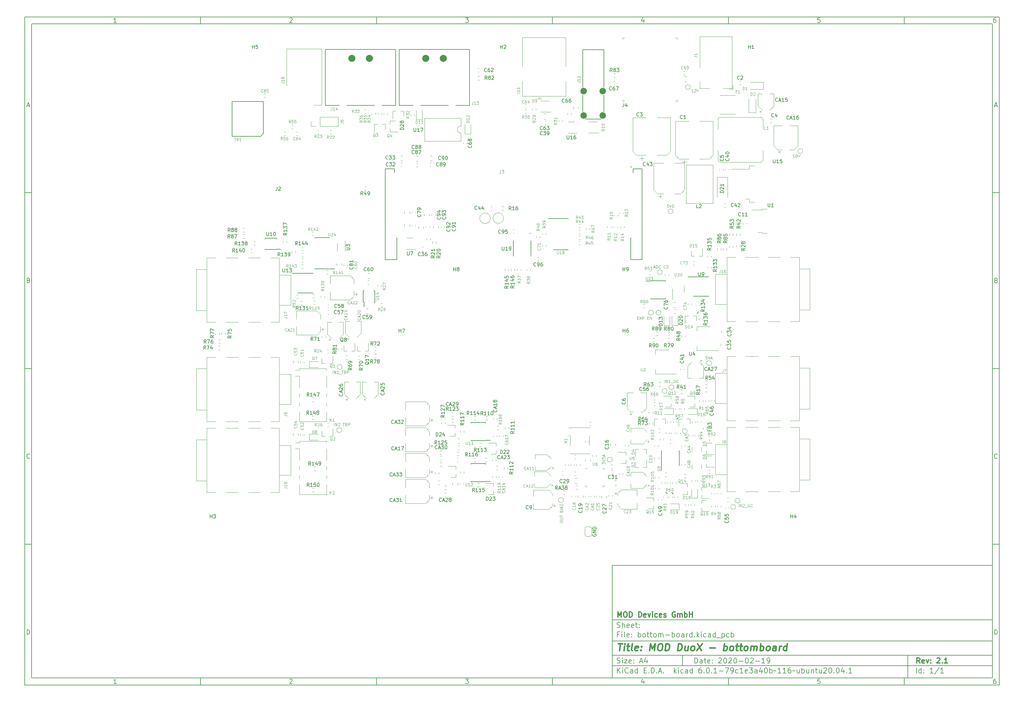
<source format=gbr>
G04 #@! TF.GenerationSoftware,KiCad,Pcbnew,6.0.1-79c1e3a40b~116~ubuntu20.04.1*
G04 #@! TF.CreationDate,2022-01-26T11:23:35+01:00*
G04 #@! TF.ProjectId,bottom-board,626f7474-6f6d-42d6-926f-6172642e6b69,2.1*
G04 #@! TF.SameCoordinates,PX48111b4PY15fd6c8*
G04 #@! TF.FileFunction,Legend,Top*
G04 #@! TF.FilePolarity,Positive*
%FSLAX46Y46*%
G04 Gerber Fmt 4.6, Leading zero omitted, Abs format (unit mm)*
G04 Created by KiCad (PCBNEW 6.0.1-79c1e3a40b~116~ubuntu20.04.1) date 2022-01-26 11:23:35*
%MOMM*%
%LPD*%
G01*
G04 APERTURE LIST*
%ADD10C,0.100000*%
%ADD11C,0.150000*%
%ADD12C,0.300000*%
%ADD13C,0.400000*%
%ADD14C,0.120000*%
%ADD15C,0.015000*%
%ADD16C,0.200000*%
%ADD17C,0.127000*%
%ADD18C,2.000000*%
%ADD19C,1.850000*%
G04 APERTURE END LIST*
D10*
D11*
X101434660Y-142949080D02*
X101434660Y-174949080D01*
X209434660Y-174949080D01*
X209434660Y-142949080D01*
X101434660Y-142949080D01*
D10*
D11*
X-65567540Y13058120D02*
X-65567540Y-176949080D01*
X211434660Y-176949080D01*
X211434660Y13058120D01*
X-65567540Y13058120D01*
D10*
D11*
X-63567540Y11058120D02*
X-63567540Y-174949080D01*
X209434660Y-174949080D01*
X209434660Y11058120D01*
X-63567540Y11058120D01*
D10*
D11*
X-15567540Y11058120D02*
X-15567540Y13058120D01*
D10*
D11*
X34432460Y11058120D02*
X34432460Y13058120D01*
D10*
D11*
X84432460Y11058120D02*
X84432460Y13058120D01*
D10*
D11*
X134432460Y11058120D02*
X134432460Y13058120D01*
D10*
D11*
X184432460Y11058120D02*
X184432460Y13058120D01*
D10*
D11*
X-39502064Y11470025D02*
X-40244921Y11470025D01*
X-39873493Y11470025D02*
X-39873493Y12770025D01*
X-39997302Y12584311D01*
X-40121112Y12460501D01*
X-40244921Y12398597D01*
D10*
D11*
X9755079Y12646216D02*
X9816983Y12708120D01*
X9940793Y12770025D01*
X10250317Y12770025D01*
X10374126Y12708120D01*
X10436031Y12646216D01*
X10497936Y12522406D01*
X10497936Y12398597D01*
X10436031Y12212882D01*
X9693174Y11470025D01*
X10497936Y11470025D01*
D10*
D11*
X59693174Y12770025D02*
X60497936Y12770025D01*
X60064602Y12274787D01*
X60250317Y12274787D01*
X60374126Y12212882D01*
X60436031Y12150978D01*
X60497936Y12027168D01*
X60497936Y11717644D01*
X60436031Y11593835D01*
X60374126Y11531930D01*
X60250317Y11470025D01*
X59878888Y11470025D01*
X59755079Y11531930D01*
X59693174Y11593835D01*
D10*
D11*
X110374126Y12336692D02*
X110374126Y11470025D01*
X110064602Y12831930D02*
X109755079Y11903359D01*
X110559840Y11903359D01*
D10*
D11*
X160436031Y12770025D02*
X159816983Y12770025D01*
X159755079Y12150978D01*
X159816983Y12212882D01*
X159940793Y12274787D01*
X160250317Y12274787D01*
X160374126Y12212882D01*
X160436031Y12150978D01*
X160497936Y12027168D01*
X160497936Y11717644D01*
X160436031Y11593835D01*
X160374126Y11531930D01*
X160250317Y11470025D01*
X159940793Y11470025D01*
X159816983Y11531930D01*
X159755079Y11593835D01*
D10*
D11*
X210374126Y12770025D02*
X210126507Y12770025D01*
X210002698Y12708120D01*
X209940793Y12646216D01*
X209816983Y12460501D01*
X209755079Y12212882D01*
X209755079Y11717644D01*
X209816983Y11593835D01*
X209878888Y11531930D01*
X210002698Y11470025D01*
X210250317Y11470025D01*
X210374126Y11531930D01*
X210436031Y11593835D01*
X210497936Y11717644D01*
X210497936Y12027168D01*
X210436031Y12150978D01*
X210374126Y12212882D01*
X210250317Y12274787D01*
X210002698Y12274787D01*
X209878888Y12212882D01*
X209816983Y12150978D01*
X209755079Y12027168D01*
D10*
D11*
X-15567540Y-174949080D02*
X-15567540Y-176949080D01*
D10*
D11*
X34432460Y-174949080D02*
X34432460Y-176949080D01*
D10*
D11*
X84432460Y-174949080D02*
X84432460Y-176949080D01*
D10*
D11*
X134432460Y-174949080D02*
X134432460Y-176949080D01*
D10*
D11*
X184432460Y-174949080D02*
X184432460Y-176949080D01*
D10*
D11*
X-39502064Y-176537175D02*
X-40244921Y-176537175D01*
X-39873493Y-176537175D02*
X-39873493Y-175237175D01*
X-39997302Y-175422889D01*
X-40121112Y-175546699D01*
X-40244921Y-175608603D01*
D10*
D11*
X9755079Y-175360984D02*
X9816983Y-175299080D01*
X9940793Y-175237175D01*
X10250317Y-175237175D01*
X10374126Y-175299080D01*
X10436031Y-175360984D01*
X10497936Y-175484794D01*
X10497936Y-175608603D01*
X10436031Y-175794318D01*
X9693174Y-176537175D01*
X10497936Y-176537175D01*
D10*
D11*
X59693174Y-175237175D02*
X60497936Y-175237175D01*
X60064602Y-175732413D01*
X60250317Y-175732413D01*
X60374126Y-175794318D01*
X60436031Y-175856222D01*
X60497936Y-175980032D01*
X60497936Y-176289556D01*
X60436031Y-176413365D01*
X60374126Y-176475270D01*
X60250317Y-176537175D01*
X59878888Y-176537175D01*
X59755079Y-176475270D01*
X59693174Y-176413365D01*
D10*
D11*
X110374126Y-175670508D02*
X110374126Y-176537175D01*
X110064602Y-175175270D02*
X109755079Y-176103841D01*
X110559840Y-176103841D01*
D10*
D11*
X160436031Y-175237175D02*
X159816983Y-175237175D01*
X159755079Y-175856222D01*
X159816983Y-175794318D01*
X159940793Y-175732413D01*
X160250317Y-175732413D01*
X160374126Y-175794318D01*
X160436031Y-175856222D01*
X160497936Y-175980032D01*
X160497936Y-176289556D01*
X160436031Y-176413365D01*
X160374126Y-176475270D01*
X160250317Y-176537175D01*
X159940793Y-176537175D01*
X159816983Y-176475270D01*
X159755079Y-176413365D01*
D10*
D11*
X210374126Y-175237175D02*
X210126507Y-175237175D01*
X210002698Y-175299080D01*
X209940793Y-175360984D01*
X209816983Y-175546699D01*
X209755079Y-175794318D01*
X209755079Y-176289556D01*
X209816983Y-176413365D01*
X209878888Y-176475270D01*
X210002698Y-176537175D01*
X210250317Y-176537175D01*
X210374126Y-176475270D01*
X210436031Y-176413365D01*
X210497936Y-176289556D01*
X210497936Y-175980032D01*
X210436031Y-175856222D01*
X210374126Y-175794318D01*
X210250317Y-175732413D01*
X210002698Y-175732413D01*
X209878888Y-175794318D01*
X209816983Y-175856222D01*
X209755079Y-175980032D01*
D10*
D11*
X-65567540Y-36941880D02*
X-63567540Y-36941880D01*
D10*
D11*
X-65567540Y-86941880D02*
X-63567540Y-86941880D01*
D10*
D11*
X-65567540Y-136941880D02*
X-63567540Y-136941880D01*
D10*
D11*
X-64877064Y-12158546D02*
X-64258017Y-12158546D01*
X-65000874Y-12529975D02*
X-64567540Y-11229975D01*
X-64134207Y-12529975D01*
D10*
D11*
X-64474683Y-61849022D02*
X-64288969Y-61910927D01*
X-64227064Y-61972832D01*
X-64165160Y-62096641D01*
X-64165160Y-62282356D01*
X-64227064Y-62406165D01*
X-64288969Y-62468070D01*
X-64412779Y-62529975D01*
X-64908017Y-62529975D01*
X-64908017Y-61229975D01*
X-64474683Y-61229975D01*
X-64350874Y-61291880D01*
X-64288969Y-61353784D01*
X-64227064Y-61477594D01*
X-64227064Y-61601403D01*
X-64288969Y-61725213D01*
X-64350874Y-61787118D01*
X-64474683Y-61849022D01*
X-64908017Y-61849022D01*
D10*
D11*
X-64165160Y-112406165D02*
X-64227064Y-112468070D01*
X-64412779Y-112529975D01*
X-64536588Y-112529975D01*
X-64722302Y-112468070D01*
X-64846112Y-112344260D01*
X-64908017Y-112220451D01*
X-64969921Y-111972832D01*
X-64969921Y-111787118D01*
X-64908017Y-111539499D01*
X-64846112Y-111415689D01*
X-64722302Y-111291880D01*
X-64536588Y-111229975D01*
X-64412779Y-111229975D01*
X-64227064Y-111291880D01*
X-64165160Y-111353784D01*
D10*
D11*
X-64908017Y-162529975D02*
X-64908017Y-161229975D01*
X-64598493Y-161229975D01*
X-64412779Y-161291880D01*
X-64288969Y-161415689D01*
X-64227064Y-161539499D01*
X-64165160Y-161787118D01*
X-64165160Y-161972832D01*
X-64227064Y-162220451D01*
X-64288969Y-162344260D01*
X-64412779Y-162468070D01*
X-64598493Y-162529975D01*
X-64908017Y-162529975D01*
D10*
D11*
X211434660Y-36941880D02*
X209434660Y-36941880D01*
D10*
D11*
X211434660Y-86941880D02*
X209434660Y-86941880D01*
D10*
D11*
X211434660Y-136941880D02*
X209434660Y-136941880D01*
D10*
D11*
X210125136Y-12158546D02*
X210744183Y-12158546D01*
X210001326Y-12529975D02*
X210434660Y-11229975D01*
X210867993Y-12529975D01*
D10*
D11*
X210527517Y-61849022D02*
X210713231Y-61910927D01*
X210775136Y-61972832D01*
X210837040Y-62096641D01*
X210837040Y-62282356D01*
X210775136Y-62406165D01*
X210713231Y-62468070D01*
X210589421Y-62529975D01*
X210094183Y-62529975D01*
X210094183Y-61229975D01*
X210527517Y-61229975D01*
X210651326Y-61291880D01*
X210713231Y-61353784D01*
X210775136Y-61477594D01*
X210775136Y-61601403D01*
X210713231Y-61725213D01*
X210651326Y-61787118D01*
X210527517Y-61849022D01*
X210094183Y-61849022D01*
D10*
D11*
X210837040Y-112406165D02*
X210775136Y-112468070D01*
X210589421Y-112529975D01*
X210465612Y-112529975D01*
X210279898Y-112468070D01*
X210156088Y-112344260D01*
X210094183Y-112220451D01*
X210032279Y-111972832D01*
X210032279Y-111787118D01*
X210094183Y-111539499D01*
X210156088Y-111415689D01*
X210279898Y-111291880D01*
X210465612Y-111229975D01*
X210589421Y-111229975D01*
X210775136Y-111291880D01*
X210837040Y-111353784D01*
D10*
D11*
X210094183Y-162529975D02*
X210094183Y-161229975D01*
X210403707Y-161229975D01*
X210589421Y-161291880D01*
X210713231Y-161415689D01*
X210775136Y-161539499D01*
X210837040Y-161787118D01*
X210837040Y-161972832D01*
X210775136Y-162220451D01*
X210713231Y-162344260D01*
X210589421Y-162468070D01*
X210403707Y-162529975D01*
X210094183Y-162529975D01*
D10*
D11*
X124866802Y-170727651D02*
X124866802Y-169227651D01*
X125223945Y-169227651D01*
X125438231Y-169299080D01*
X125581088Y-169441937D01*
X125652517Y-169584794D01*
X125723945Y-169870508D01*
X125723945Y-170084794D01*
X125652517Y-170370508D01*
X125581088Y-170513365D01*
X125438231Y-170656222D01*
X125223945Y-170727651D01*
X124866802Y-170727651D01*
X127009660Y-170727651D02*
X127009660Y-169941937D01*
X126938231Y-169799080D01*
X126795374Y-169727651D01*
X126509660Y-169727651D01*
X126366802Y-169799080D01*
X127009660Y-170656222D02*
X126866802Y-170727651D01*
X126509660Y-170727651D01*
X126366802Y-170656222D01*
X126295374Y-170513365D01*
X126295374Y-170370508D01*
X126366802Y-170227651D01*
X126509660Y-170156222D01*
X126866802Y-170156222D01*
X127009660Y-170084794D01*
X127509660Y-169727651D02*
X128081088Y-169727651D01*
X127723945Y-169227651D02*
X127723945Y-170513365D01*
X127795374Y-170656222D01*
X127938231Y-170727651D01*
X128081088Y-170727651D01*
X129152517Y-170656222D02*
X129009660Y-170727651D01*
X128723945Y-170727651D01*
X128581088Y-170656222D01*
X128509660Y-170513365D01*
X128509660Y-169941937D01*
X128581088Y-169799080D01*
X128723945Y-169727651D01*
X129009660Y-169727651D01*
X129152517Y-169799080D01*
X129223945Y-169941937D01*
X129223945Y-170084794D01*
X128509660Y-170227651D01*
X129866802Y-170584794D02*
X129938231Y-170656222D01*
X129866802Y-170727651D01*
X129795374Y-170656222D01*
X129866802Y-170584794D01*
X129866802Y-170727651D01*
X129866802Y-169799080D02*
X129938231Y-169870508D01*
X129866802Y-169941937D01*
X129795374Y-169870508D01*
X129866802Y-169799080D01*
X129866802Y-169941937D01*
X131652517Y-169370508D02*
X131723945Y-169299080D01*
X131866802Y-169227651D01*
X132223945Y-169227651D01*
X132366802Y-169299080D01*
X132438231Y-169370508D01*
X132509660Y-169513365D01*
X132509660Y-169656222D01*
X132438231Y-169870508D01*
X131581088Y-170727651D01*
X132509660Y-170727651D01*
X133438231Y-169227651D02*
X133581088Y-169227651D01*
X133723945Y-169299080D01*
X133795374Y-169370508D01*
X133866802Y-169513365D01*
X133938231Y-169799080D01*
X133938231Y-170156222D01*
X133866802Y-170441937D01*
X133795374Y-170584794D01*
X133723945Y-170656222D01*
X133581088Y-170727651D01*
X133438231Y-170727651D01*
X133295374Y-170656222D01*
X133223945Y-170584794D01*
X133152517Y-170441937D01*
X133081088Y-170156222D01*
X133081088Y-169799080D01*
X133152517Y-169513365D01*
X133223945Y-169370508D01*
X133295374Y-169299080D01*
X133438231Y-169227651D01*
X134509660Y-169370508D02*
X134581088Y-169299080D01*
X134723945Y-169227651D01*
X135081088Y-169227651D01*
X135223945Y-169299080D01*
X135295374Y-169370508D01*
X135366802Y-169513365D01*
X135366802Y-169656222D01*
X135295374Y-169870508D01*
X134438231Y-170727651D01*
X135366802Y-170727651D01*
X136295374Y-169227651D02*
X136438231Y-169227651D01*
X136581088Y-169299080D01*
X136652517Y-169370508D01*
X136723945Y-169513365D01*
X136795374Y-169799080D01*
X136795374Y-170156222D01*
X136723945Y-170441937D01*
X136652517Y-170584794D01*
X136581088Y-170656222D01*
X136438231Y-170727651D01*
X136295374Y-170727651D01*
X136152517Y-170656222D01*
X136081088Y-170584794D01*
X136009660Y-170441937D01*
X135938231Y-170156222D01*
X135938231Y-169799080D01*
X136009660Y-169513365D01*
X136081088Y-169370508D01*
X136152517Y-169299080D01*
X136295374Y-169227651D01*
X137438231Y-170156222D02*
X138581088Y-170156222D01*
X139581088Y-169227651D02*
X139723945Y-169227651D01*
X139866802Y-169299080D01*
X139938231Y-169370508D01*
X140009660Y-169513365D01*
X140081088Y-169799080D01*
X140081088Y-170156222D01*
X140009660Y-170441937D01*
X139938231Y-170584794D01*
X139866802Y-170656222D01*
X139723945Y-170727651D01*
X139581088Y-170727651D01*
X139438231Y-170656222D01*
X139366802Y-170584794D01*
X139295374Y-170441937D01*
X139223945Y-170156222D01*
X139223945Y-169799080D01*
X139295374Y-169513365D01*
X139366802Y-169370508D01*
X139438231Y-169299080D01*
X139581088Y-169227651D01*
X140652517Y-169370508D02*
X140723945Y-169299080D01*
X140866802Y-169227651D01*
X141223945Y-169227651D01*
X141366802Y-169299080D01*
X141438231Y-169370508D01*
X141509660Y-169513365D01*
X141509660Y-169656222D01*
X141438231Y-169870508D01*
X140581088Y-170727651D01*
X141509660Y-170727651D01*
X142152517Y-170156222D02*
X143295374Y-170156222D01*
X144795374Y-170727651D02*
X143938231Y-170727651D01*
X144366802Y-170727651D02*
X144366802Y-169227651D01*
X144223945Y-169441937D01*
X144081088Y-169584794D01*
X143938231Y-169656222D01*
X145509660Y-170727651D02*
X145795374Y-170727651D01*
X145938231Y-170656222D01*
X146009660Y-170584794D01*
X146152517Y-170370508D01*
X146223945Y-170084794D01*
X146223945Y-169513365D01*
X146152517Y-169370508D01*
X146081088Y-169299080D01*
X145938231Y-169227651D01*
X145652517Y-169227651D01*
X145509660Y-169299080D01*
X145438231Y-169370508D01*
X145366802Y-169513365D01*
X145366802Y-169870508D01*
X145438231Y-170013365D01*
X145509660Y-170084794D01*
X145652517Y-170156222D01*
X145938231Y-170156222D01*
X146081088Y-170084794D01*
X146152517Y-170013365D01*
X146223945Y-169870508D01*
D10*
D11*
X101434660Y-171449080D02*
X209434660Y-171449080D01*
D10*
D11*
X102866802Y-173527651D02*
X102866802Y-172027651D01*
X103723945Y-173527651D02*
X103081088Y-172670508D01*
X103723945Y-172027651D02*
X102866802Y-172884794D01*
X104366802Y-173527651D02*
X104366802Y-172527651D01*
X104366802Y-172027651D02*
X104295374Y-172099080D01*
X104366802Y-172170508D01*
X104438231Y-172099080D01*
X104366802Y-172027651D01*
X104366802Y-172170508D01*
X105938231Y-173384794D02*
X105866802Y-173456222D01*
X105652517Y-173527651D01*
X105509660Y-173527651D01*
X105295374Y-173456222D01*
X105152517Y-173313365D01*
X105081088Y-173170508D01*
X105009660Y-172884794D01*
X105009660Y-172670508D01*
X105081088Y-172384794D01*
X105152517Y-172241937D01*
X105295374Y-172099080D01*
X105509660Y-172027651D01*
X105652517Y-172027651D01*
X105866802Y-172099080D01*
X105938231Y-172170508D01*
X107223945Y-173527651D02*
X107223945Y-172741937D01*
X107152517Y-172599080D01*
X107009660Y-172527651D01*
X106723945Y-172527651D01*
X106581088Y-172599080D01*
X107223945Y-173456222D02*
X107081088Y-173527651D01*
X106723945Y-173527651D01*
X106581088Y-173456222D01*
X106509660Y-173313365D01*
X106509660Y-173170508D01*
X106581088Y-173027651D01*
X106723945Y-172956222D01*
X107081088Y-172956222D01*
X107223945Y-172884794D01*
X108581088Y-173527651D02*
X108581088Y-172027651D01*
X108581088Y-173456222D02*
X108438231Y-173527651D01*
X108152517Y-173527651D01*
X108009660Y-173456222D01*
X107938231Y-173384794D01*
X107866802Y-173241937D01*
X107866802Y-172813365D01*
X107938231Y-172670508D01*
X108009660Y-172599080D01*
X108152517Y-172527651D01*
X108438231Y-172527651D01*
X108581088Y-172599080D01*
X110438231Y-172741937D02*
X110938231Y-172741937D01*
X111152517Y-173527651D02*
X110438231Y-173527651D01*
X110438231Y-172027651D01*
X111152517Y-172027651D01*
X111795374Y-173384794D02*
X111866802Y-173456222D01*
X111795374Y-173527651D01*
X111723945Y-173456222D01*
X111795374Y-173384794D01*
X111795374Y-173527651D01*
X112509660Y-173527651D02*
X112509660Y-172027651D01*
X112866802Y-172027651D01*
X113081088Y-172099080D01*
X113223945Y-172241937D01*
X113295374Y-172384794D01*
X113366802Y-172670508D01*
X113366802Y-172884794D01*
X113295374Y-173170508D01*
X113223945Y-173313365D01*
X113081088Y-173456222D01*
X112866802Y-173527651D01*
X112509660Y-173527651D01*
X114009660Y-173384794D02*
X114081088Y-173456222D01*
X114009660Y-173527651D01*
X113938231Y-173456222D01*
X114009660Y-173384794D01*
X114009660Y-173527651D01*
X114652517Y-173099080D02*
X115366802Y-173099080D01*
X114509660Y-173527651D02*
X115009660Y-172027651D01*
X115509660Y-173527651D01*
X116009660Y-173384794D02*
X116081088Y-173456222D01*
X116009660Y-173527651D01*
X115938231Y-173456222D01*
X116009660Y-173384794D01*
X116009660Y-173527651D01*
X119009660Y-173527651D02*
X119009660Y-172027651D01*
X119152517Y-172956222D02*
X119581088Y-173527651D01*
X119581088Y-172527651D02*
X119009660Y-173099080D01*
X120223945Y-173527651D02*
X120223945Y-172527651D01*
X120223945Y-172027651D02*
X120152517Y-172099080D01*
X120223945Y-172170508D01*
X120295374Y-172099080D01*
X120223945Y-172027651D01*
X120223945Y-172170508D01*
X121581088Y-173456222D02*
X121438231Y-173527651D01*
X121152517Y-173527651D01*
X121009660Y-173456222D01*
X120938231Y-173384794D01*
X120866802Y-173241937D01*
X120866802Y-172813365D01*
X120938231Y-172670508D01*
X121009660Y-172599080D01*
X121152517Y-172527651D01*
X121438231Y-172527651D01*
X121581088Y-172599080D01*
X122866802Y-173527651D02*
X122866802Y-172741937D01*
X122795374Y-172599080D01*
X122652517Y-172527651D01*
X122366802Y-172527651D01*
X122223945Y-172599080D01*
X122866802Y-173456222D02*
X122723945Y-173527651D01*
X122366802Y-173527651D01*
X122223945Y-173456222D01*
X122152517Y-173313365D01*
X122152517Y-173170508D01*
X122223945Y-173027651D01*
X122366802Y-172956222D01*
X122723945Y-172956222D01*
X122866802Y-172884794D01*
X124223945Y-173527651D02*
X124223945Y-172027651D01*
X124223945Y-173456222D02*
X124081088Y-173527651D01*
X123795374Y-173527651D01*
X123652517Y-173456222D01*
X123581088Y-173384794D01*
X123509660Y-173241937D01*
X123509660Y-172813365D01*
X123581088Y-172670508D01*
X123652517Y-172599080D01*
X123795374Y-172527651D01*
X124081088Y-172527651D01*
X124223945Y-172599080D01*
X126723945Y-172027651D02*
X126438231Y-172027651D01*
X126295374Y-172099080D01*
X126223945Y-172170508D01*
X126081088Y-172384794D01*
X126009660Y-172670508D01*
X126009660Y-173241937D01*
X126081088Y-173384794D01*
X126152517Y-173456222D01*
X126295374Y-173527651D01*
X126581088Y-173527651D01*
X126723945Y-173456222D01*
X126795374Y-173384794D01*
X126866802Y-173241937D01*
X126866802Y-172884794D01*
X126795374Y-172741937D01*
X126723945Y-172670508D01*
X126581088Y-172599080D01*
X126295374Y-172599080D01*
X126152517Y-172670508D01*
X126081088Y-172741937D01*
X126009660Y-172884794D01*
X127509660Y-173384794D02*
X127581088Y-173456222D01*
X127509660Y-173527651D01*
X127438231Y-173456222D01*
X127509660Y-173384794D01*
X127509660Y-173527651D01*
X128509660Y-172027651D02*
X128652517Y-172027651D01*
X128795374Y-172099080D01*
X128866802Y-172170508D01*
X128938231Y-172313365D01*
X129009660Y-172599080D01*
X129009660Y-172956222D01*
X128938231Y-173241937D01*
X128866802Y-173384794D01*
X128795374Y-173456222D01*
X128652517Y-173527651D01*
X128509660Y-173527651D01*
X128366802Y-173456222D01*
X128295374Y-173384794D01*
X128223945Y-173241937D01*
X128152517Y-172956222D01*
X128152517Y-172599080D01*
X128223945Y-172313365D01*
X128295374Y-172170508D01*
X128366802Y-172099080D01*
X128509660Y-172027651D01*
X129652517Y-173384794D02*
X129723945Y-173456222D01*
X129652517Y-173527651D01*
X129581088Y-173456222D01*
X129652517Y-173384794D01*
X129652517Y-173527651D01*
X131152517Y-173527651D02*
X130295374Y-173527651D01*
X130723945Y-173527651D02*
X130723945Y-172027651D01*
X130581088Y-172241937D01*
X130438231Y-172384794D01*
X130295374Y-172456222D01*
X131795374Y-172956222D02*
X132938231Y-172956222D01*
X133509660Y-172027651D02*
X134509660Y-172027651D01*
X133866802Y-173527651D01*
X135152517Y-173527651D02*
X135438231Y-173527651D01*
X135581088Y-173456222D01*
X135652517Y-173384794D01*
X135795374Y-173170508D01*
X135866802Y-172884794D01*
X135866802Y-172313365D01*
X135795374Y-172170508D01*
X135723945Y-172099080D01*
X135581088Y-172027651D01*
X135295374Y-172027651D01*
X135152517Y-172099080D01*
X135081088Y-172170508D01*
X135009660Y-172313365D01*
X135009660Y-172670508D01*
X135081088Y-172813365D01*
X135152517Y-172884794D01*
X135295374Y-172956222D01*
X135581088Y-172956222D01*
X135723945Y-172884794D01*
X135795374Y-172813365D01*
X135866802Y-172670508D01*
X137152517Y-173456222D02*
X137009660Y-173527651D01*
X136723945Y-173527651D01*
X136581088Y-173456222D01*
X136509660Y-173384794D01*
X136438231Y-173241937D01*
X136438231Y-172813365D01*
X136509660Y-172670508D01*
X136581088Y-172599080D01*
X136723945Y-172527651D01*
X137009660Y-172527651D01*
X137152517Y-172599080D01*
X138581088Y-173527651D02*
X137723945Y-173527651D01*
X138152517Y-173527651D02*
X138152517Y-172027651D01*
X138009660Y-172241937D01*
X137866802Y-172384794D01*
X137723945Y-172456222D01*
X139795374Y-173456222D02*
X139652517Y-173527651D01*
X139366802Y-173527651D01*
X139223945Y-173456222D01*
X139152517Y-173313365D01*
X139152517Y-172741937D01*
X139223945Y-172599080D01*
X139366802Y-172527651D01*
X139652517Y-172527651D01*
X139795374Y-172599080D01*
X139866802Y-172741937D01*
X139866802Y-172884794D01*
X139152517Y-173027651D01*
X140366802Y-172027651D02*
X141295374Y-172027651D01*
X140795374Y-172599080D01*
X141009660Y-172599080D01*
X141152517Y-172670508D01*
X141223945Y-172741937D01*
X141295374Y-172884794D01*
X141295374Y-173241937D01*
X141223945Y-173384794D01*
X141152517Y-173456222D01*
X141009660Y-173527651D01*
X140581088Y-173527651D01*
X140438231Y-173456222D01*
X140366802Y-173384794D01*
X142581088Y-173527651D02*
X142581088Y-172741937D01*
X142509660Y-172599080D01*
X142366802Y-172527651D01*
X142081088Y-172527651D01*
X141938231Y-172599080D01*
X142581088Y-173456222D02*
X142438231Y-173527651D01*
X142081088Y-173527651D01*
X141938231Y-173456222D01*
X141866802Y-173313365D01*
X141866802Y-173170508D01*
X141938231Y-173027651D01*
X142081088Y-172956222D01*
X142438231Y-172956222D01*
X142581088Y-172884794D01*
X143938231Y-172527651D02*
X143938231Y-173527651D01*
X143581088Y-171956222D02*
X143223945Y-173027651D01*
X144152517Y-173027651D01*
X145009660Y-172027651D02*
X145152517Y-172027651D01*
X145295374Y-172099080D01*
X145366802Y-172170508D01*
X145438231Y-172313365D01*
X145509660Y-172599080D01*
X145509660Y-172956222D01*
X145438231Y-173241937D01*
X145366802Y-173384794D01*
X145295374Y-173456222D01*
X145152517Y-173527651D01*
X145009660Y-173527651D01*
X144866802Y-173456222D01*
X144795374Y-173384794D01*
X144723945Y-173241937D01*
X144652517Y-172956222D01*
X144652517Y-172599080D01*
X144723945Y-172313365D01*
X144795374Y-172170508D01*
X144866802Y-172099080D01*
X145009660Y-172027651D01*
X146152517Y-173527651D02*
X146152517Y-172027651D01*
X146152517Y-172599080D02*
X146295374Y-172527651D01*
X146581088Y-172527651D01*
X146723945Y-172599080D01*
X146795374Y-172670508D01*
X146866802Y-172813365D01*
X146866802Y-173241937D01*
X146795374Y-173384794D01*
X146723945Y-173456222D01*
X146581088Y-173527651D01*
X146295374Y-173527651D01*
X146152517Y-173456222D01*
X147295374Y-172956222D02*
X147366802Y-172884794D01*
X147509660Y-172813365D01*
X147795374Y-172956222D01*
X147938231Y-172884794D01*
X148009660Y-172813365D01*
X149366802Y-173527651D02*
X148509660Y-173527651D01*
X148938231Y-173527651D02*
X148938231Y-172027651D01*
X148795374Y-172241937D01*
X148652517Y-172384794D01*
X148509660Y-172456222D01*
X150795374Y-173527651D02*
X149938231Y-173527651D01*
X150366802Y-173527651D02*
X150366802Y-172027651D01*
X150223945Y-172241937D01*
X150081088Y-172384794D01*
X149938231Y-172456222D01*
X152081088Y-172027651D02*
X151795374Y-172027651D01*
X151652517Y-172099080D01*
X151581088Y-172170508D01*
X151438231Y-172384794D01*
X151366802Y-172670508D01*
X151366802Y-173241937D01*
X151438231Y-173384794D01*
X151509659Y-173456222D01*
X151652517Y-173527651D01*
X151938231Y-173527651D01*
X152081088Y-173456222D01*
X152152517Y-173384794D01*
X152223945Y-173241937D01*
X152223945Y-172884794D01*
X152152517Y-172741937D01*
X152081088Y-172670508D01*
X151938231Y-172599080D01*
X151652517Y-172599080D01*
X151509659Y-172670508D01*
X151438231Y-172741937D01*
X151366802Y-172884794D01*
X152652517Y-172956222D02*
X152723945Y-172884794D01*
X152866802Y-172813365D01*
X153152517Y-172956222D01*
X153295374Y-172884794D01*
X153366802Y-172813365D01*
X154581088Y-172527651D02*
X154581088Y-173527651D01*
X153938231Y-172527651D02*
X153938231Y-173313365D01*
X154009659Y-173456222D01*
X154152517Y-173527651D01*
X154366802Y-173527651D01*
X154509659Y-173456222D01*
X154581088Y-173384794D01*
X155295374Y-173527651D02*
X155295374Y-172027651D01*
X155295374Y-172599080D02*
X155438231Y-172527651D01*
X155723945Y-172527651D01*
X155866802Y-172599080D01*
X155938231Y-172670508D01*
X156009660Y-172813365D01*
X156009660Y-173241937D01*
X155938231Y-173384794D01*
X155866802Y-173456222D01*
X155723945Y-173527651D01*
X155438231Y-173527651D01*
X155295374Y-173456222D01*
X157295374Y-172527651D02*
X157295374Y-173527651D01*
X156652517Y-172527651D02*
X156652517Y-173313365D01*
X156723945Y-173456222D01*
X156866802Y-173527651D01*
X157081088Y-173527651D01*
X157223945Y-173456222D01*
X157295374Y-173384794D01*
X158009660Y-172527651D02*
X158009660Y-173527651D01*
X158009660Y-172670508D02*
X158081088Y-172599080D01*
X158223945Y-172527651D01*
X158438231Y-172527651D01*
X158581088Y-172599080D01*
X158652517Y-172741937D01*
X158652517Y-173527651D01*
X159152517Y-172527651D02*
X159723945Y-172527651D01*
X159366802Y-172027651D02*
X159366802Y-173313365D01*
X159438231Y-173456222D01*
X159581088Y-173527651D01*
X159723945Y-173527651D01*
X160866802Y-172527651D02*
X160866802Y-173527651D01*
X160223945Y-172527651D02*
X160223945Y-173313365D01*
X160295374Y-173456222D01*
X160438231Y-173527651D01*
X160652517Y-173527651D01*
X160795374Y-173456222D01*
X160866802Y-173384794D01*
X161509660Y-172170508D02*
X161581088Y-172099080D01*
X161723945Y-172027651D01*
X162081088Y-172027651D01*
X162223945Y-172099080D01*
X162295374Y-172170508D01*
X162366802Y-172313365D01*
X162366802Y-172456222D01*
X162295374Y-172670508D01*
X161438231Y-173527651D01*
X162366802Y-173527651D01*
X163295374Y-172027651D02*
X163438231Y-172027651D01*
X163581088Y-172099080D01*
X163652517Y-172170508D01*
X163723945Y-172313365D01*
X163795374Y-172599080D01*
X163795374Y-172956222D01*
X163723945Y-173241937D01*
X163652517Y-173384794D01*
X163581088Y-173456222D01*
X163438231Y-173527651D01*
X163295374Y-173527651D01*
X163152517Y-173456222D01*
X163081088Y-173384794D01*
X163009660Y-173241937D01*
X162938231Y-172956222D01*
X162938231Y-172599080D01*
X163009660Y-172313365D01*
X163081088Y-172170508D01*
X163152517Y-172099080D01*
X163295374Y-172027651D01*
X164438231Y-173384794D02*
X164509659Y-173456222D01*
X164438231Y-173527651D01*
X164366802Y-173456222D01*
X164438231Y-173384794D01*
X164438231Y-173527651D01*
X165438231Y-172027651D02*
X165581088Y-172027651D01*
X165723945Y-172099080D01*
X165795374Y-172170508D01*
X165866802Y-172313365D01*
X165938231Y-172599080D01*
X165938231Y-172956222D01*
X165866802Y-173241937D01*
X165795374Y-173384794D01*
X165723945Y-173456222D01*
X165581088Y-173527651D01*
X165438231Y-173527651D01*
X165295374Y-173456222D01*
X165223945Y-173384794D01*
X165152517Y-173241937D01*
X165081088Y-172956222D01*
X165081088Y-172599080D01*
X165152517Y-172313365D01*
X165223945Y-172170508D01*
X165295374Y-172099080D01*
X165438231Y-172027651D01*
X167223945Y-172527651D02*
X167223945Y-173527651D01*
X166866802Y-171956222D02*
X166509659Y-173027651D01*
X167438231Y-173027651D01*
X168009659Y-173384794D02*
X168081088Y-173456222D01*
X168009659Y-173527651D01*
X167938231Y-173456222D01*
X168009659Y-173384794D01*
X168009659Y-173527651D01*
X169509659Y-173527651D02*
X168652517Y-173527651D01*
X169081088Y-173527651D02*
X169081088Y-172027651D01*
X168938231Y-172241937D01*
X168795374Y-172384794D01*
X168652517Y-172456222D01*
D10*
D11*
X101434660Y-168449080D02*
X209434660Y-168449080D01*
D10*
D12*
X188843945Y-170727651D02*
X188343945Y-170013365D01*
X187986802Y-170727651D02*
X187986802Y-169227651D01*
X188558231Y-169227651D01*
X188701088Y-169299080D01*
X188772517Y-169370508D01*
X188843945Y-169513365D01*
X188843945Y-169727651D01*
X188772517Y-169870508D01*
X188701088Y-169941937D01*
X188558231Y-170013365D01*
X187986802Y-170013365D01*
X190058231Y-170656222D02*
X189915374Y-170727651D01*
X189629660Y-170727651D01*
X189486802Y-170656222D01*
X189415374Y-170513365D01*
X189415374Y-169941937D01*
X189486802Y-169799080D01*
X189629660Y-169727651D01*
X189915374Y-169727651D01*
X190058231Y-169799080D01*
X190129660Y-169941937D01*
X190129660Y-170084794D01*
X189415374Y-170227651D01*
X190629660Y-169727651D02*
X190986802Y-170727651D01*
X191343945Y-169727651D01*
X191915374Y-170584794D02*
X191986802Y-170656222D01*
X191915374Y-170727651D01*
X191843945Y-170656222D01*
X191915374Y-170584794D01*
X191915374Y-170727651D01*
X191915374Y-169799080D02*
X191986802Y-169870508D01*
X191915374Y-169941937D01*
X191843945Y-169870508D01*
X191915374Y-169799080D01*
X191915374Y-169941937D01*
X193701088Y-169370508D02*
X193772517Y-169299080D01*
X193915374Y-169227651D01*
X194272517Y-169227651D01*
X194415374Y-169299080D01*
X194486802Y-169370508D01*
X194558231Y-169513365D01*
X194558231Y-169656222D01*
X194486802Y-169870508D01*
X193629660Y-170727651D01*
X194558231Y-170727651D01*
X195201088Y-170584794D02*
X195272517Y-170656222D01*
X195201088Y-170727651D01*
X195129660Y-170656222D01*
X195201088Y-170584794D01*
X195201088Y-170727651D01*
X196701088Y-170727651D02*
X195843945Y-170727651D01*
X196272517Y-170727651D02*
X196272517Y-169227651D01*
X196129660Y-169441937D01*
X195986802Y-169584794D01*
X195843945Y-169656222D01*
D10*
D11*
X102795374Y-170656222D02*
X103009660Y-170727651D01*
X103366802Y-170727651D01*
X103509660Y-170656222D01*
X103581088Y-170584794D01*
X103652517Y-170441937D01*
X103652517Y-170299080D01*
X103581088Y-170156222D01*
X103509660Y-170084794D01*
X103366802Y-170013365D01*
X103081088Y-169941937D01*
X102938231Y-169870508D01*
X102866802Y-169799080D01*
X102795374Y-169656222D01*
X102795374Y-169513365D01*
X102866802Y-169370508D01*
X102938231Y-169299080D01*
X103081088Y-169227651D01*
X103438231Y-169227651D01*
X103652517Y-169299080D01*
X104295374Y-170727651D02*
X104295374Y-169727651D01*
X104295374Y-169227651D02*
X104223945Y-169299080D01*
X104295374Y-169370508D01*
X104366802Y-169299080D01*
X104295374Y-169227651D01*
X104295374Y-169370508D01*
X104866802Y-169727651D02*
X105652517Y-169727651D01*
X104866802Y-170727651D01*
X105652517Y-170727651D01*
X106795374Y-170656222D02*
X106652517Y-170727651D01*
X106366802Y-170727651D01*
X106223945Y-170656222D01*
X106152517Y-170513365D01*
X106152517Y-169941937D01*
X106223945Y-169799080D01*
X106366802Y-169727651D01*
X106652517Y-169727651D01*
X106795374Y-169799080D01*
X106866802Y-169941937D01*
X106866802Y-170084794D01*
X106152517Y-170227651D01*
X107509660Y-170584794D02*
X107581088Y-170656222D01*
X107509660Y-170727651D01*
X107438231Y-170656222D01*
X107509660Y-170584794D01*
X107509660Y-170727651D01*
X107509660Y-169799080D02*
X107581088Y-169870508D01*
X107509660Y-169941937D01*
X107438231Y-169870508D01*
X107509660Y-169799080D01*
X107509660Y-169941937D01*
X109295374Y-170299080D02*
X110009660Y-170299080D01*
X109152517Y-170727651D02*
X109652517Y-169227651D01*
X110152517Y-170727651D01*
X111295374Y-169727651D02*
X111295374Y-170727651D01*
X110938231Y-169156222D02*
X110581088Y-170227651D01*
X111509660Y-170227651D01*
D10*
D11*
X187866802Y-173527651D02*
X187866802Y-172027651D01*
X189223945Y-173527651D02*
X189223945Y-172027651D01*
X189223945Y-173456222D02*
X189081088Y-173527651D01*
X188795374Y-173527651D01*
X188652517Y-173456222D01*
X188581088Y-173384794D01*
X188509660Y-173241937D01*
X188509660Y-172813365D01*
X188581088Y-172670508D01*
X188652517Y-172599080D01*
X188795374Y-172527651D01*
X189081088Y-172527651D01*
X189223945Y-172599080D01*
X189938231Y-173384794D02*
X190009660Y-173456222D01*
X189938231Y-173527651D01*
X189866802Y-173456222D01*
X189938231Y-173384794D01*
X189938231Y-173527651D01*
X189938231Y-172599080D02*
X190009660Y-172670508D01*
X189938231Y-172741937D01*
X189866802Y-172670508D01*
X189938231Y-172599080D01*
X189938231Y-172741937D01*
X192581088Y-173527651D02*
X191723945Y-173527651D01*
X192152517Y-173527651D02*
X192152517Y-172027651D01*
X192009660Y-172241937D01*
X191866802Y-172384794D01*
X191723945Y-172456222D01*
X194295374Y-171956222D02*
X193009660Y-173884794D01*
X195581088Y-173527651D02*
X194723945Y-173527651D01*
X195152517Y-173527651D02*
X195152517Y-172027651D01*
X195009660Y-172241937D01*
X194866802Y-172384794D01*
X194723945Y-172456222D01*
D10*
D11*
X101434660Y-164449080D02*
X209434660Y-164449080D01*
D10*
D13*
X103147040Y-165153841D02*
X104289898Y-165153841D01*
X103468469Y-167153841D02*
X103718469Y-165153841D01*
X104706564Y-167153841D02*
X104873231Y-165820508D01*
X104956564Y-165153841D02*
X104849421Y-165249080D01*
X104932755Y-165344318D01*
X105039898Y-165249080D01*
X104956564Y-165153841D01*
X104932755Y-165344318D01*
X105539898Y-165820508D02*
X106301802Y-165820508D01*
X105908945Y-165153841D02*
X105694660Y-166868127D01*
X105766088Y-167058603D01*
X105944660Y-167153841D01*
X106135136Y-167153841D01*
X107087517Y-167153841D02*
X106908945Y-167058603D01*
X106837517Y-166868127D01*
X107051802Y-165153841D01*
X108623231Y-167058603D02*
X108420850Y-167153841D01*
X108039898Y-167153841D01*
X107861326Y-167058603D01*
X107789898Y-166868127D01*
X107885136Y-166106222D01*
X108004183Y-165915746D01*
X108206564Y-165820508D01*
X108587517Y-165820508D01*
X108766088Y-165915746D01*
X108837517Y-166106222D01*
X108813707Y-166296699D01*
X107837517Y-166487175D01*
X109587517Y-166963365D02*
X109670850Y-167058603D01*
X109563707Y-167153841D01*
X109480374Y-167058603D01*
X109587517Y-166963365D01*
X109563707Y-167153841D01*
X109718469Y-165915746D02*
X109801802Y-166010984D01*
X109694660Y-166106222D01*
X109611326Y-166010984D01*
X109718469Y-165915746D01*
X109694660Y-166106222D01*
X112039898Y-167153841D02*
X112289898Y-165153841D01*
X112777993Y-166582413D01*
X113623231Y-165153841D01*
X113373231Y-167153841D01*
X114956564Y-165153841D02*
X115337517Y-165153841D01*
X115516088Y-165249080D01*
X115682755Y-165439556D01*
X115730374Y-165820508D01*
X115647040Y-166487175D01*
X115504183Y-166868127D01*
X115289898Y-167058603D01*
X115087517Y-167153841D01*
X114706564Y-167153841D01*
X114527993Y-167058603D01*
X114361326Y-166868127D01*
X114313707Y-166487175D01*
X114397040Y-165820508D01*
X114539898Y-165439556D01*
X114754183Y-165249080D01*
X114956564Y-165153841D01*
X116420850Y-167153841D02*
X116670850Y-165153841D01*
X117147040Y-165153841D01*
X117420850Y-165249080D01*
X117587517Y-165439556D01*
X117658945Y-165630032D01*
X117706564Y-166010984D01*
X117670850Y-166296699D01*
X117527993Y-166677651D01*
X117408945Y-166868127D01*
X117194660Y-167058603D01*
X116897040Y-167153841D01*
X116420850Y-167153841D01*
X119944660Y-167153841D02*
X120194660Y-165153841D01*
X120670850Y-165153841D01*
X120944660Y-165249080D01*
X121111326Y-165439556D01*
X121182755Y-165630032D01*
X121230374Y-166010984D01*
X121194660Y-166296699D01*
X121051802Y-166677651D01*
X120932755Y-166868127D01*
X120718469Y-167058603D01*
X120420850Y-167153841D01*
X119944660Y-167153841D01*
X122968469Y-165820508D02*
X122801802Y-167153841D01*
X122111326Y-165820508D02*
X121980374Y-166868127D01*
X122051802Y-167058603D01*
X122230374Y-167153841D01*
X122516088Y-167153841D01*
X122718469Y-167058603D01*
X122825612Y-166963365D01*
X124039898Y-167153841D02*
X123861326Y-167058603D01*
X123777993Y-166963365D01*
X123706564Y-166772889D01*
X123777993Y-166201460D01*
X123897040Y-166010984D01*
X124004183Y-165915746D01*
X124206564Y-165820508D01*
X124492279Y-165820508D01*
X124670850Y-165915746D01*
X124754183Y-166010984D01*
X124825612Y-166201460D01*
X124754183Y-166772889D01*
X124635136Y-166963365D01*
X124527993Y-167058603D01*
X124325612Y-167153841D01*
X124039898Y-167153841D01*
X125623231Y-165153841D02*
X126706564Y-167153841D01*
X126956564Y-165153841D02*
X125373231Y-167153841D01*
X129087517Y-166391937D02*
X130611326Y-166391937D01*
X132992279Y-167153841D02*
X133242279Y-165153841D01*
X133147040Y-165915746D02*
X133349421Y-165820508D01*
X133730374Y-165820508D01*
X133908945Y-165915746D01*
X133992279Y-166010984D01*
X134063707Y-166201460D01*
X133992279Y-166772889D01*
X133873231Y-166963365D01*
X133766088Y-167058603D01*
X133563707Y-167153841D01*
X133182755Y-167153841D01*
X133004183Y-167058603D01*
X135087517Y-167153841D02*
X134908945Y-167058603D01*
X134825612Y-166963365D01*
X134754183Y-166772889D01*
X134825612Y-166201460D01*
X134944660Y-166010984D01*
X135051802Y-165915746D01*
X135254183Y-165820508D01*
X135539898Y-165820508D01*
X135718469Y-165915746D01*
X135801802Y-166010984D01*
X135873231Y-166201460D01*
X135801802Y-166772889D01*
X135682755Y-166963365D01*
X135575612Y-167058603D01*
X135373231Y-167153841D01*
X135087517Y-167153841D01*
X136492279Y-165820508D02*
X137254183Y-165820508D01*
X136861326Y-165153841D02*
X136647040Y-166868127D01*
X136718469Y-167058603D01*
X136897040Y-167153841D01*
X137087517Y-167153841D01*
X137635136Y-165820508D02*
X138397040Y-165820508D01*
X138004183Y-165153841D02*
X137789898Y-166868127D01*
X137861326Y-167058603D01*
X138039898Y-167153841D01*
X138230374Y-167153841D01*
X139182755Y-167153841D02*
X139004183Y-167058603D01*
X138920850Y-166963365D01*
X138849421Y-166772889D01*
X138920850Y-166201460D01*
X139039898Y-166010984D01*
X139147040Y-165915746D01*
X139349421Y-165820508D01*
X139635136Y-165820508D01*
X139813707Y-165915746D01*
X139897040Y-166010984D01*
X139968469Y-166201460D01*
X139897040Y-166772889D01*
X139777993Y-166963365D01*
X139670850Y-167058603D01*
X139468469Y-167153841D01*
X139182755Y-167153841D01*
X140706564Y-167153841D02*
X140873231Y-165820508D01*
X140849421Y-166010984D02*
X140956564Y-165915746D01*
X141158945Y-165820508D01*
X141444660Y-165820508D01*
X141623231Y-165915746D01*
X141694660Y-166106222D01*
X141563707Y-167153841D01*
X141694660Y-166106222D02*
X141813707Y-165915746D01*
X142016088Y-165820508D01*
X142301802Y-165820508D01*
X142480374Y-165915746D01*
X142551802Y-166106222D01*
X142420850Y-167153841D01*
X143373231Y-167153841D02*
X143623231Y-165153841D01*
X143527993Y-165915746D02*
X143730374Y-165820508D01*
X144111326Y-165820508D01*
X144289898Y-165915746D01*
X144373231Y-166010984D01*
X144444660Y-166201460D01*
X144373231Y-166772889D01*
X144254183Y-166963365D01*
X144147040Y-167058603D01*
X143944660Y-167153841D01*
X143563707Y-167153841D01*
X143385136Y-167058603D01*
X145468469Y-167153841D02*
X145289898Y-167058603D01*
X145206564Y-166963365D01*
X145135136Y-166772889D01*
X145206564Y-166201460D01*
X145325612Y-166010984D01*
X145432755Y-165915746D01*
X145635136Y-165820508D01*
X145920850Y-165820508D01*
X146099421Y-165915746D01*
X146182755Y-166010984D01*
X146254183Y-166201460D01*
X146182755Y-166772889D01*
X146063707Y-166963365D01*
X145956564Y-167058603D01*
X145754183Y-167153841D01*
X145468469Y-167153841D01*
X147849421Y-167153841D02*
X147980374Y-166106222D01*
X147908945Y-165915746D01*
X147730374Y-165820508D01*
X147349421Y-165820508D01*
X147147040Y-165915746D01*
X147861326Y-167058603D02*
X147658945Y-167153841D01*
X147182755Y-167153841D01*
X147004183Y-167058603D01*
X146932755Y-166868127D01*
X146956564Y-166677651D01*
X147075612Y-166487175D01*
X147277993Y-166391937D01*
X147754183Y-166391937D01*
X147956564Y-166296699D01*
X148801802Y-167153841D02*
X148968469Y-165820508D01*
X148920850Y-166201460D02*
X149039898Y-166010984D01*
X149147040Y-165915746D01*
X149349421Y-165820508D01*
X149539898Y-165820508D01*
X150897040Y-167153841D02*
X151147040Y-165153841D01*
X150908945Y-167058603D02*
X150706564Y-167153841D01*
X150325612Y-167153841D01*
X150147040Y-167058603D01*
X150063707Y-166963365D01*
X149992279Y-166772889D01*
X150063707Y-166201460D01*
X150182755Y-166010984D01*
X150289898Y-165915746D01*
X150492279Y-165820508D01*
X150873231Y-165820508D01*
X151051802Y-165915746D01*
D10*
D11*
X103366802Y-162541937D02*
X102866802Y-162541937D01*
X102866802Y-163327651D02*
X102866802Y-161827651D01*
X103581088Y-161827651D01*
X104152517Y-163327651D02*
X104152517Y-162327651D01*
X104152517Y-161827651D02*
X104081088Y-161899080D01*
X104152517Y-161970508D01*
X104223945Y-161899080D01*
X104152517Y-161827651D01*
X104152517Y-161970508D01*
X105081088Y-163327651D02*
X104938231Y-163256222D01*
X104866802Y-163113365D01*
X104866802Y-161827651D01*
X106223945Y-163256222D02*
X106081088Y-163327651D01*
X105795374Y-163327651D01*
X105652517Y-163256222D01*
X105581088Y-163113365D01*
X105581088Y-162541937D01*
X105652517Y-162399080D01*
X105795374Y-162327651D01*
X106081088Y-162327651D01*
X106223945Y-162399080D01*
X106295374Y-162541937D01*
X106295374Y-162684794D01*
X105581088Y-162827651D01*
X106938231Y-163184794D02*
X107009660Y-163256222D01*
X106938231Y-163327651D01*
X106866802Y-163256222D01*
X106938231Y-163184794D01*
X106938231Y-163327651D01*
X106938231Y-162399080D02*
X107009660Y-162470508D01*
X106938231Y-162541937D01*
X106866802Y-162470508D01*
X106938231Y-162399080D01*
X106938231Y-162541937D01*
X108795374Y-163327651D02*
X108795374Y-161827651D01*
X108795374Y-162399080D02*
X108938231Y-162327651D01*
X109223945Y-162327651D01*
X109366802Y-162399080D01*
X109438231Y-162470508D01*
X109509660Y-162613365D01*
X109509660Y-163041937D01*
X109438231Y-163184794D01*
X109366802Y-163256222D01*
X109223945Y-163327651D01*
X108938231Y-163327651D01*
X108795374Y-163256222D01*
X110366802Y-163327651D02*
X110223945Y-163256222D01*
X110152517Y-163184794D01*
X110081088Y-163041937D01*
X110081088Y-162613365D01*
X110152517Y-162470508D01*
X110223945Y-162399080D01*
X110366802Y-162327651D01*
X110581088Y-162327651D01*
X110723945Y-162399080D01*
X110795374Y-162470508D01*
X110866802Y-162613365D01*
X110866802Y-163041937D01*
X110795374Y-163184794D01*
X110723945Y-163256222D01*
X110581088Y-163327651D01*
X110366802Y-163327651D01*
X111295374Y-162327651D02*
X111866802Y-162327651D01*
X111509660Y-161827651D02*
X111509660Y-163113365D01*
X111581088Y-163256222D01*
X111723945Y-163327651D01*
X111866802Y-163327651D01*
X112152517Y-162327651D02*
X112723945Y-162327651D01*
X112366802Y-161827651D02*
X112366802Y-163113365D01*
X112438231Y-163256222D01*
X112581088Y-163327651D01*
X112723945Y-163327651D01*
X113438231Y-163327651D02*
X113295374Y-163256222D01*
X113223945Y-163184794D01*
X113152517Y-163041937D01*
X113152517Y-162613365D01*
X113223945Y-162470508D01*
X113295374Y-162399080D01*
X113438231Y-162327651D01*
X113652517Y-162327651D01*
X113795374Y-162399080D01*
X113866802Y-162470508D01*
X113938231Y-162613365D01*
X113938231Y-163041937D01*
X113866802Y-163184794D01*
X113795374Y-163256222D01*
X113652517Y-163327651D01*
X113438231Y-163327651D01*
X114581088Y-163327651D02*
X114581088Y-162327651D01*
X114581088Y-162470508D02*
X114652517Y-162399080D01*
X114795374Y-162327651D01*
X115009660Y-162327651D01*
X115152517Y-162399080D01*
X115223945Y-162541937D01*
X115223945Y-163327651D01*
X115223945Y-162541937D02*
X115295374Y-162399080D01*
X115438231Y-162327651D01*
X115652517Y-162327651D01*
X115795374Y-162399080D01*
X115866802Y-162541937D01*
X115866802Y-163327651D01*
X116581088Y-162756222D02*
X117723945Y-162756222D01*
X118438231Y-163327651D02*
X118438231Y-161827651D01*
X118438231Y-162399080D02*
X118581088Y-162327651D01*
X118866802Y-162327651D01*
X119009660Y-162399080D01*
X119081088Y-162470508D01*
X119152517Y-162613365D01*
X119152517Y-163041937D01*
X119081088Y-163184794D01*
X119009660Y-163256222D01*
X118866802Y-163327651D01*
X118581088Y-163327651D01*
X118438231Y-163256222D01*
X120009660Y-163327651D02*
X119866802Y-163256222D01*
X119795374Y-163184794D01*
X119723945Y-163041937D01*
X119723945Y-162613365D01*
X119795374Y-162470508D01*
X119866802Y-162399080D01*
X120009660Y-162327651D01*
X120223945Y-162327651D01*
X120366802Y-162399080D01*
X120438231Y-162470508D01*
X120509660Y-162613365D01*
X120509660Y-163041937D01*
X120438231Y-163184794D01*
X120366802Y-163256222D01*
X120223945Y-163327651D01*
X120009660Y-163327651D01*
X121795374Y-163327651D02*
X121795374Y-162541937D01*
X121723945Y-162399080D01*
X121581088Y-162327651D01*
X121295374Y-162327651D01*
X121152517Y-162399080D01*
X121795374Y-163256222D02*
X121652517Y-163327651D01*
X121295374Y-163327651D01*
X121152517Y-163256222D01*
X121081088Y-163113365D01*
X121081088Y-162970508D01*
X121152517Y-162827651D01*
X121295374Y-162756222D01*
X121652517Y-162756222D01*
X121795374Y-162684794D01*
X122509660Y-163327651D02*
X122509660Y-162327651D01*
X122509660Y-162613365D02*
X122581088Y-162470508D01*
X122652517Y-162399080D01*
X122795374Y-162327651D01*
X122938231Y-162327651D01*
X124081088Y-163327651D02*
X124081088Y-161827651D01*
X124081088Y-163256222D02*
X123938231Y-163327651D01*
X123652517Y-163327651D01*
X123509660Y-163256222D01*
X123438231Y-163184794D01*
X123366802Y-163041937D01*
X123366802Y-162613365D01*
X123438231Y-162470508D01*
X123509660Y-162399080D01*
X123652517Y-162327651D01*
X123938231Y-162327651D01*
X124081088Y-162399080D01*
X124795374Y-163184794D02*
X124866802Y-163256222D01*
X124795374Y-163327651D01*
X124723945Y-163256222D01*
X124795374Y-163184794D01*
X124795374Y-163327651D01*
X125509660Y-163327651D02*
X125509660Y-161827651D01*
X125652517Y-162756222D02*
X126081088Y-163327651D01*
X126081088Y-162327651D02*
X125509660Y-162899080D01*
X126723945Y-163327651D02*
X126723945Y-162327651D01*
X126723945Y-161827651D02*
X126652517Y-161899080D01*
X126723945Y-161970508D01*
X126795374Y-161899080D01*
X126723945Y-161827651D01*
X126723945Y-161970508D01*
X128081088Y-163256222D02*
X127938231Y-163327651D01*
X127652517Y-163327651D01*
X127509660Y-163256222D01*
X127438231Y-163184794D01*
X127366802Y-163041937D01*
X127366802Y-162613365D01*
X127438231Y-162470508D01*
X127509660Y-162399080D01*
X127652517Y-162327651D01*
X127938231Y-162327651D01*
X128081088Y-162399080D01*
X129366802Y-163327651D02*
X129366802Y-162541937D01*
X129295374Y-162399080D01*
X129152517Y-162327651D01*
X128866802Y-162327651D01*
X128723945Y-162399080D01*
X129366802Y-163256222D02*
X129223945Y-163327651D01*
X128866802Y-163327651D01*
X128723945Y-163256222D01*
X128652517Y-163113365D01*
X128652517Y-162970508D01*
X128723945Y-162827651D01*
X128866802Y-162756222D01*
X129223945Y-162756222D01*
X129366802Y-162684794D01*
X130723945Y-163327651D02*
X130723945Y-161827651D01*
X130723945Y-163256222D02*
X130581088Y-163327651D01*
X130295374Y-163327651D01*
X130152517Y-163256222D01*
X130081088Y-163184794D01*
X130009660Y-163041937D01*
X130009660Y-162613365D01*
X130081088Y-162470508D01*
X130152517Y-162399080D01*
X130295374Y-162327651D01*
X130581088Y-162327651D01*
X130723945Y-162399080D01*
X131081088Y-163470508D02*
X132223945Y-163470508D01*
X132581088Y-162327651D02*
X132581088Y-163827651D01*
X132581088Y-162399080D02*
X132723945Y-162327651D01*
X133009660Y-162327651D01*
X133152517Y-162399080D01*
X133223945Y-162470508D01*
X133295374Y-162613365D01*
X133295374Y-163041937D01*
X133223945Y-163184794D01*
X133152517Y-163256222D01*
X133009660Y-163327651D01*
X132723945Y-163327651D01*
X132581088Y-163256222D01*
X134581088Y-163256222D02*
X134438231Y-163327651D01*
X134152517Y-163327651D01*
X134009660Y-163256222D01*
X133938231Y-163184794D01*
X133866802Y-163041937D01*
X133866802Y-162613365D01*
X133938231Y-162470508D01*
X134009660Y-162399080D01*
X134152517Y-162327651D01*
X134438231Y-162327651D01*
X134581088Y-162399080D01*
X135223945Y-163327651D02*
X135223945Y-161827651D01*
X135223945Y-162399080D02*
X135366802Y-162327651D01*
X135652517Y-162327651D01*
X135795374Y-162399080D01*
X135866802Y-162470508D01*
X135938231Y-162613365D01*
X135938231Y-163041937D01*
X135866802Y-163184794D01*
X135795374Y-163256222D01*
X135652517Y-163327651D01*
X135366802Y-163327651D01*
X135223945Y-163256222D01*
D10*
D11*
X101434660Y-158449080D02*
X209434660Y-158449080D01*
D10*
D11*
X102795374Y-160556222D02*
X103009660Y-160627651D01*
X103366802Y-160627651D01*
X103509660Y-160556222D01*
X103581088Y-160484794D01*
X103652517Y-160341937D01*
X103652517Y-160199080D01*
X103581088Y-160056222D01*
X103509660Y-159984794D01*
X103366802Y-159913365D01*
X103081088Y-159841937D01*
X102938231Y-159770508D01*
X102866802Y-159699080D01*
X102795374Y-159556222D01*
X102795374Y-159413365D01*
X102866802Y-159270508D01*
X102938231Y-159199080D01*
X103081088Y-159127651D01*
X103438231Y-159127651D01*
X103652517Y-159199080D01*
X104295374Y-160627651D02*
X104295374Y-159127651D01*
X104938231Y-160627651D02*
X104938231Y-159841937D01*
X104866802Y-159699080D01*
X104723945Y-159627651D01*
X104509660Y-159627651D01*
X104366802Y-159699080D01*
X104295374Y-159770508D01*
X106223945Y-160556222D02*
X106081088Y-160627651D01*
X105795374Y-160627651D01*
X105652517Y-160556222D01*
X105581088Y-160413365D01*
X105581088Y-159841937D01*
X105652517Y-159699080D01*
X105795374Y-159627651D01*
X106081088Y-159627651D01*
X106223945Y-159699080D01*
X106295374Y-159841937D01*
X106295374Y-159984794D01*
X105581088Y-160127651D01*
X107509660Y-160556222D02*
X107366802Y-160627651D01*
X107081088Y-160627651D01*
X106938231Y-160556222D01*
X106866802Y-160413365D01*
X106866802Y-159841937D01*
X106938231Y-159699080D01*
X107081088Y-159627651D01*
X107366802Y-159627651D01*
X107509660Y-159699080D01*
X107581088Y-159841937D01*
X107581088Y-159984794D01*
X106866802Y-160127651D01*
X108009660Y-159627651D02*
X108581088Y-159627651D01*
X108223945Y-159127651D02*
X108223945Y-160413365D01*
X108295374Y-160556222D01*
X108438231Y-160627651D01*
X108581088Y-160627651D01*
X109081088Y-160484794D02*
X109152517Y-160556222D01*
X109081088Y-160627651D01*
X109009660Y-160556222D01*
X109081088Y-160484794D01*
X109081088Y-160627651D01*
X109081088Y-159699080D02*
X109152517Y-159770508D01*
X109081088Y-159841937D01*
X109009660Y-159770508D01*
X109081088Y-159699080D01*
X109081088Y-159841937D01*
D10*
D12*
X102986802Y-157627651D02*
X102986802Y-156127651D01*
X103486802Y-157199080D01*
X103986802Y-156127651D01*
X103986802Y-157627651D01*
X104986802Y-156127651D02*
X105272517Y-156127651D01*
X105415374Y-156199080D01*
X105558231Y-156341937D01*
X105629660Y-156627651D01*
X105629660Y-157127651D01*
X105558231Y-157413365D01*
X105415374Y-157556222D01*
X105272517Y-157627651D01*
X104986802Y-157627651D01*
X104843945Y-157556222D01*
X104701088Y-157413365D01*
X104629660Y-157127651D01*
X104629660Y-156627651D01*
X104701088Y-156341937D01*
X104843945Y-156199080D01*
X104986802Y-156127651D01*
X106272517Y-157627651D02*
X106272517Y-156127651D01*
X106629660Y-156127651D01*
X106843945Y-156199080D01*
X106986802Y-156341937D01*
X107058231Y-156484794D01*
X107129660Y-156770508D01*
X107129660Y-156984794D01*
X107058231Y-157270508D01*
X106986802Y-157413365D01*
X106843945Y-157556222D01*
X106629660Y-157627651D01*
X106272517Y-157627651D01*
X108915374Y-157627651D02*
X108915374Y-156127651D01*
X109272517Y-156127651D01*
X109486802Y-156199080D01*
X109629660Y-156341937D01*
X109701088Y-156484794D01*
X109772517Y-156770508D01*
X109772517Y-156984794D01*
X109701088Y-157270508D01*
X109629660Y-157413365D01*
X109486802Y-157556222D01*
X109272517Y-157627651D01*
X108915374Y-157627651D01*
X110986802Y-157556222D02*
X110843945Y-157627651D01*
X110558231Y-157627651D01*
X110415374Y-157556222D01*
X110343945Y-157413365D01*
X110343945Y-156841937D01*
X110415374Y-156699080D01*
X110558231Y-156627651D01*
X110843945Y-156627651D01*
X110986802Y-156699080D01*
X111058231Y-156841937D01*
X111058231Y-156984794D01*
X110343945Y-157127651D01*
X111558231Y-156627651D02*
X111915374Y-157627651D01*
X112272517Y-156627651D01*
X112843945Y-157627651D02*
X112843945Y-156627651D01*
X112843945Y-156127651D02*
X112772517Y-156199080D01*
X112843945Y-156270508D01*
X112915374Y-156199080D01*
X112843945Y-156127651D01*
X112843945Y-156270508D01*
X114201088Y-157556222D02*
X114058231Y-157627651D01*
X113772517Y-157627651D01*
X113629660Y-157556222D01*
X113558231Y-157484794D01*
X113486802Y-157341937D01*
X113486802Y-156913365D01*
X113558231Y-156770508D01*
X113629660Y-156699080D01*
X113772517Y-156627651D01*
X114058231Y-156627651D01*
X114201088Y-156699080D01*
X115415374Y-157556222D02*
X115272517Y-157627651D01*
X114986802Y-157627651D01*
X114843945Y-157556222D01*
X114772517Y-157413365D01*
X114772517Y-156841937D01*
X114843945Y-156699080D01*
X114986802Y-156627651D01*
X115272517Y-156627651D01*
X115415374Y-156699080D01*
X115486802Y-156841937D01*
X115486802Y-156984794D01*
X114772517Y-157127651D01*
X116058231Y-157556222D02*
X116201088Y-157627651D01*
X116486802Y-157627651D01*
X116629660Y-157556222D01*
X116701088Y-157413365D01*
X116701088Y-157341937D01*
X116629660Y-157199080D01*
X116486802Y-157127651D01*
X116272517Y-157127651D01*
X116129660Y-157056222D01*
X116058231Y-156913365D01*
X116058231Y-156841937D01*
X116129660Y-156699080D01*
X116272517Y-156627651D01*
X116486802Y-156627651D01*
X116629660Y-156699080D01*
X119272517Y-156199080D02*
X119129660Y-156127651D01*
X118915374Y-156127651D01*
X118701088Y-156199080D01*
X118558231Y-156341937D01*
X118486802Y-156484794D01*
X118415374Y-156770508D01*
X118415374Y-156984794D01*
X118486802Y-157270508D01*
X118558231Y-157413365D01*
X118701088Y-157556222D01*
X118915374Y-157627651D01*
X119058231Y-157627651D01*
X119272517Y-157556222D01*
X119343945Y-157484794D01*
X119343945Y-156984794D01*
X119058231Y-156984794D01*
X119986802Y-157627651D02*
X119986802Y-156627651D01*
X119986802Y-156770508D02*
X120058231Y-156699080D01*
X120201088Y-156627651D01*
X120415374Y-156627651D01*
X120558231Y-156699080D01*
X120629660Y-156841937D01*
X120629660Y-157627651D01*
X120629660Y-156841937D02*
X120701088Y-156699080D01*
X120843945Y-156627651D01*
X121058231Y-156627651D01*
X121201088Y-156699080D01*
X121272517Y-156841937D01*
X121272517Y-157627651D01*
X121986802Y-157627651D02*
X121986802Y-156127651D01*
X121986802Y-156699080D02*
X122129660Y-156627651D01*
X122415374Y-156627651D01*
X122558231Y-156699080D01*
X122629660Y-156770508D01*
X122701088Y-156913365D01*
X122701088Y-157341937D01*
X122629660Y-157484794D01*
X122558231Y-157556222D01*
X122415374Y-157627651D01*
X122129660Y-157627651D01*
X121986802Y-157556222D01*
X123343945Y-157627651D02*
X123343945Y-156127651D01*
X123343945Y-156841937D02*
X124201088Y-156841937D01*
X124201088Y-157627651D02*
X124201088Y-156127651D01*
D10*
D11*
D10*
D11*
D10*
D11*
D10*
D11*
D10*
D11*
X121434660Y-168449080D02*
X121434660Y-171449080D01*
D10*
D11*
X185434660Y-168449080D02*
X185434660Y-174949080D01*
X118267480Y-122140980D02*
X118699280Y-122572780D01*
X118699280Y-122572780D02*
X118653560Y-122311160D01*
X118653560Y-122311160D02*
X118559580Y-122394980D01*
X120238249Y-100943009D02*
X119806449Y-101374809D01*
X119806449Y-101374809D02*
X119852169Y-101113189D01*
X119852169Y-101113189D02*
X119946149Y-101197009D01*
X125549660Y-71247320D02*
X126004320Y-70792660D01*
X116984780Y-122547380D02*
X116939060Y-122285760D01*
X116552980Y-122115580D02*
X116984780Y-122547380D01*
X116939060Y-122285760D02*
X116845080Y-122369580D01*
X127845820Y-71798500D02*
X127759460Y-71712140D01*
X127845820Y-71554660D02*
X127845820Y-71798500D01*
X15286812Y-120490260D02*
X14953479Y-120014070D01*
X14715383Y-120490260D02*
X14715383Y-119490260D01*
X15096336Y-119490260D01*
X15191574Y-119537880D01*
X15239193Y-119585499D01*
X15286812Y-119680737D01*
X15286812Y-119823594D01*
X15239193Y-119918832D01*
X15191574Y-119966451D01*
X15096336Y-120014070D01*
X14715383Y-120014070D01*
X16239193Y-120490260D02*
X15667764Y-120490260D01*
X15953479Y-120490260D02*
X15953479Y-119490260D01*
X15858240Y-119633118D01*
X15763002Y-119728356D01*
X15667764Y-119775975D01*
X17143955Y-119490260D02*
X16667764Y-119490260D01*
X16620145Y-119966451D01*
X16667764Y-119918832D01*
X16763002Y-119871213D01*
X17001098Y-119871213D01*
X17096336Y-119918832D01*
X17143955Y-119966451D01*
X17191574Y-120061689D01*
X17191574Y-120299784D01*
X17143955Y-120395022D01*
X17096336Y-120442641D01*
X17001098Y-120490260D01*
X16763002Y-120490260D01*
X16667764Y-120442641D01*
X16620145Y-120395022D01*
X17810621Y-119490260D02*
X17905860Y-119490260D01*
X18001098Y-119537880D01*
X18048717Y-119585499D01*
X18096336Y-119680737D01*
X18143955Y-119871213D01*
X18143955Y-120109308D01*
X18096336Y-120299784D01*
X18048717Y-120395022D01*
X18001098Y-120442641D01*
X17905860Y-120490260D01*
X17810621Y-120490260D01*
X17715383Y-120442641D01*
X17667764Y-120395022D01*
X17620145Y-120299784D01*
X17572526Y-120109308D01*
X17572526Y-119871213D01*
X17620145Y-119680737D01*
X17667764Y-119585499D01*
X17715383Y-119537880D01*
X17810621Y-119490260D01*
X15756212Y-114445060D02*
X15422879Y-113968870D01*
X15184783Y-114445060D02*
X15184783Y-113445060D01*
X15565736Y-113445060D01*
X15660974Y-113492680D01*
X15708593Y-113540299D01*
X15756212Y-113635537D01*
X15756212Y-113778394D01*
X15708593Y-113873632D01*
X15660974Y-113921251D01*
X15565736Y-113968870D01*
X15184783Y-113968870D01*
X16708593Y-114445060D02*
X16137164Y-114445060D01*
X16422879Y-114445060D02*
X16422879Y-113445060D01*
X16327640Y-113587918D01*
X16232402Y-113683156D01*
X16137164Y-113730775D01*
X17565736Y-113778394D02*
X17565736Y-114445060D01*
X17327640Y-113397441D02*
X17089545Y-114111727D01*
X17708593Y-114111727D01*
X18137164Y-114445060D02*
X18327640Y-114445060D01*
X18422879Y-114397441D01*
X18470498Y-114349822D01*
X18565736Y-114206965D01*
X18613355Y-114016489D01*
X18613355Y-113635537D01*
X18565736Y-113540299D01*
X18518117Y-113492680D01*
X18422879Y-113445060D01*
X18232402Y-113445060D01*
X18137164Y-113492680D01*
X18089545Y-113540299D01*
X18041926Y-113635537D01*
X18041926Y-113873632D01*
X18089545Y-113968870D01*
X18137164Y-114016489D01*
X18232402Y-114064108D01*
X18422879Y-114064108D01*
X18518117Y-114016489D01*
X18565736Y-113968870D01*
X18613355Y-113873632D01*
X15172012Y-99967060D02*
X14838679Y-99490870D01*
X14600583Y-99967060D02*
X14600583Y-98967060D01*
X14981536Y-98967060D01*
X15076774Y-99014680D01*
X15124393Y-99062299D01*
X15172012Y-99157537D01*
X15172012Y-99300394D01*
X15124393Y-99395632D01*
X15076774Y-99443251D01*
X14981536Y-99490870D01*
X14600583Y-99490870D01*
X16124393Y-99967060D02*
X15552964Y-99967060D01*
X15838679Y-99967060D02*
X15838679Y-98967060D01*
X15743440Y-99109918D01*
X15648202Y-99205156D01*
X15552964Y-99252775D01*
X16981536Y-99300394D02*
X16981536Y-99967060D01*
X16743440Y-98919441D02*
X16505345Y-99633727D01*
X17124393Y-99633727D01*
X17648202Y-99395632D02*
X17552964Y-99348013D01*
X17505345Y-99300394D01*
X17457726Y-99205156D01*
X17457726Y-99157537D01*
X17505345Y-99062299D01*
X17552964Y-99014680D01*
X17648202Y-98967060D01*
X17838679Y-98967060D01*
X17933917Y-99014680D01*
X17981536Y-99062299D01*
X18029155Y-99157537D01*
X18029155Y-99205156D01*
X17981536Y-99300394D01*
X17933917Y-99348013D01*
X17838679Y-99395632D01*
X17648202Y-99395632D01*
X17552964Y-99443251D01*
X17505345Y-99490870D01*
X17457726Y-99586108D01*
X17457726Y-99776584D01*
X17505345Y-99871822D01*
X17552964Y-99919441D01*
X17648202Y-99967060D01*
X17838679Y-99967060D01*
X17933917Y-99919441D01*
X17981536Y-99871822D01*
X18029155Y-99776584D01*
X18029155Y-99586108D01*
X17981536Y-99490870D01*
X17933917Y-99443251D01*
X17838679Y-99395632D01*
X15249212Y-94836260D02*
X14915879Y-94360070D01*
X14677783Y-94836260D02*
X14677783Y-93836260D01*
X15058736Y-93836260D01*
X15153974Y-93883880D01*
X15201593Y-93931499D01*
X15249212Y-94026737D01*
X15249212Y-94169594D01*
X15201593Y-94264832D01*
X15153974Y-94312451D01*
X15058736Y-94360070D01*
X14677783Y-94360070D01*
X16201593Y-94836260D02*
X15630164Y-94836260D01*
X15915879Y-94836260D02*
X15915879Y-93836260D01*
X15820640Y-93979118D01*
X15725402Y-94074356D01*
X15630164Y-94121975D01*
X17058736Y-94169594D02*
X17058736Y-94836260D01*
X16820640Y-93788641D02*
X16582545Y-94502927D01*
X17201593Y-94502927D01*
X17487307Y-93836260D02*
X18153974Y-93836260D01*
X17725402Y-94836260D01*
X69630037Y4028352D02*
X69630037Y5028352D01*
X69630037Y4552161D02*
X70201465Y4552161D01*
X70201465Y4028352D02*
X70201465Y5028352D01*
X70630037Y4933113D02*
X70677656Y4980732D01*
X70772894Y5028352D01*
X71010989Y5028352D01*
X71106227Y4980732D01*
X71153846Y4933113D01*
X71201465Y4837875D01*
X71201465Y4742637D01*
X71153846Y4599780D01*
X70582418Y4028352D01*
X71201465Y4028352D01*
X152130037Y-129471648D02*
X152130037Y-128471648D01*
X152130037Y-128947839D02*
X152701465Y-128947839D01*
X152701465Y-129471648D02*
X152701465Y-128471648D01*
X153606227Y-128804982D02*
X153606227Y-129471648D01*
X153368132Y-128424029D02*
X153130037Y-129138315D01*
X153749084Y-129138315D01*
X-869963Y4028352D02*
X-869963Y5028352D01*
X-869963Y4552161D02*
X-298535Y4552161D01*
X-298535Y4028352D02*
X-298535Y5028352D01*
X653846Y5028352D02*
X177656Y5028352D01*
X130037Y4552161D01*
X177656Y4599780D01*
X272894Y4647399D01*
X510989Y4647399D01*
X606227Y4599780D01*
X653846Y4552161D01*
X701465Y4456923D01*
X701465Y4218828D01*
X653846Y4123590D01*
X606227Y4075971D01*
X510989Y4028352D01*
X272894Y4028352D01*
X177656Y4075971D01*
X130037Y4123590D01*
D14*
X8163846Y-72401887D02*
X8735275Y-72401887D01*
X8849561Y-72439982D01*
X8925751Y-72516172D01*
X8963846Y-72630458D01*
X8963846Y-72706648D01*
X8963846Y-71601887D02*
X8963846Y-72059029D01*
X8963846Y-71830458D02*
X8163846Y-71830458D01*
X8278132Y-71906648D01*
X8354322Y-71982839D01*
X8392418Y-72059029D01*
X8163846Y-71335220D02*
X8163846Y-70801887D01*
X8963846Y-71144744D01*
X132085160Y-58901384D02*
X132085160Y-59472813D01*
X132047065Y-59587099D01*
X131970875Y-59663289D01*
X131856589Y-59701384D01*
X131780399Y-59701384D01*
X132885160Y-59701384D02*
X132428018Y-59701384D01*
X132656589Y-59701384D02*
X132656589Y-58901384D01*
X132580399Y-59015670D01*
X132504208Y-59091860D01*
X132428018Y-59129956D01*
X133570875Y-58901384D02*
X133418494Y-58901384D01*
X133342303Y-58939480D01*
X133304208Y-58977575D01*
X133228018Y-59091860D01*
X133189922Y-59244241D01*
X133189922Y-59549003D01*
X133228018Y-59625194D01*
X133266113Y-59663289D01*
X133342303Y-59701384D01*
X133494684Y-59701384D01*
X133570875Y-59663289D01*
X133608970Y-59625194D01*
X133647065Y-59549003D01*
X133647065Y-59358527D01*
X133608970Y-59282337D01*
X133570875Y-59244241D01*
X133494684Y-59206146D01*
X133342303Y-59206146D01*
X133266113Y-59244241D01*
X133228018Y-59282337D01*
X133189922Y-59358527D01*
X136827293Y-8177537D02*
X136560626Y-8177537D01*
X136560626Y-8596584D02*
X136560626Y-7796584D01*
X136941579Y-7796584D01*
X137665388Y-8596584D02*
X137208245Y-8596584D01*
X137436817Y-8596584D02*
X137436817Y-7796584D01*
X137360626Y-7910870D01*
X137284436Y-7987060D01*
X137208245Y-8025156D01*
X145096246Y-18949624D02*
X144715294Y-18949624D01*
X144715294Y-18149624D01*
X145781960Y-18949624D02*
X145324818Y-18949624D01*
X145553389Y-18949624D02*
X145553389Y-18149624D01*
X145477199Y-18263910D01*
X145401008Y-18340100D01*
X145324818Y-18378196D01*
X132913153Y-87166504D02*
X132913153Y-87737933D01*
X132875058Y-87852219D01*
X132798867Y-87928409D01*
X132684581Y-87966504D01*
X132608391Y-87966504D01*
X133217915Y-87166504D02*
X133751248Y-87166504D01*
X133408391Y-87966504D01*
X8163846Y-100220934D02*
X8735275Y-100220934D01*
X8849561Y-100259029D01*
X8925751Y-100335220D01*
X8963846Y-100449506D01*
X8963846Y-100525696D01*
X8963846Y-99801887D02*
X8963846Y-99649506D01*
X8925751Y-99573315D01*
X8887656Y-99535220D01*
X8773370Y-99459029D01*
X8620989Y-99420934D01*
X8316227Y-99420934D01*
X8240037Y-99459029D01*
X8201942Y-99497125D01*
X8163846Y-99573315D01*
X8163846Y-99725696D01*
X8201942Y-99801887D01*
X8240037Y-99839982D01*
X8316227Y-99878077D01*
X8506703Y-99878077D01*
X8582894Y-99839982D01*
X8620989Y-99801887D01*
X8659084Y-99725696D01*
X8659084Y-99573315D01*
X8620989Y-99497125D01*
X8582894Y-99459029D01*
X8506703Y-99420934D01*
X113201404Y-118565818D02*
X112820452Y-118832484D01*
X113201404Y-119022960D02*
X112401404Y-119022960D01*
X112401404Y-118718199D01*
X112439500Y-118642008D01*
X112477595Y-118603913D01*
X112553785Y-118565818D01*
X112668071Y-118565818D01*
X112744261Y-118603913D01*
X112782357Y-118642008D01*
X112820452Y-118718199D01*
X112820452Y-119022960D01*
X113201404Y-117803913D02*
X113201404Y-118261056D01*
X113201404Y-118032484D02*
X112401404Y-118032484D01*
X112515690Y-118108675D01*
X112591880Y-118184865D01*
X112629976Y-118261056D01*
X112401404Y-117308675D02*
X112401404Y-117232484D01*
X112439500Y-117156294D01*
X112477595Y-117118199D01*
X112553785Y-117080103D01*
X112706166Y-117042008D01*
X112896642Y-117042008D01*
X113049023Y-117080103D01*
X113125214Y-117118199D01*
X113163309Y-117156294D01*
X113201404Y-117232484D01*
X113201404Y-117308675D01*
X113163309Y-117384865D01*
X113125214Y-117422960D01*
X113049023Y-117461056D01*
X112896642Y-117499151D01*
X112706166Y-117499151D01*
X112553785Y-117461056D01*
X112477595Y-117422960D01*
X112439500Y-117384865D01*
X112401404Y-117308675D01*
X112401404Y-116318199D02*
X112401404Y-116699151D01*
X112782357Y-116737246D01*
X112744261Y-116699151D01*
X112706166Y-116622960D01*
X112706166Y-116432484D01*
X112744261Y-116356294D01*
X112782357Y-116318199D01*
X112858547Y-116280103D01*
X113049023Y-116280103D01*
X113125214Y-116318199D01*
X113163309Y-116356294D01*
X113201404Y-116432484D01*
X113201404Y-116622960D01*
X113163309Y-116699151D01*
X113125214Y-116737246D01*
X113206484Y-106640518D02*
X112825532Y-106907184D01*
X113206484Y-107097660D02*
X112406484Y-107097660D01*
X112406484Y-106792899D01*
X112444580Y-106716708D01*
X112482675Y-106678613D01*
X112558865Y-106640518D01*
X112673151Y-106640518D01*
X112749341Y-106678613D01*
X112787437Y-106716708D01*
X112825532Y-106792899D01*
X112825532Y-107097660D01*
X113206484Y-105878613D02*
X113206484Y-106335756D01*
X113206484Y-106107184D02*
X112406484Y-106107184D01*
X112520770Y-106183375D01*
X112596960Y-106259565D01*
X112635056Y-106335756D01*
X112406484Y-105383375D02*
X112406484Y-105307184D01*
X112444580Y-105230994D01*
X112482675Y-105192899D01*
X112558865Y-105154803D01*
X112711246Y-105116708D01*
X112901722Y-105116708D01*
X113054103Y-105154803D01*
X113130294Y-105192899D01*
X113168389Y-105230994D01*
X113206484Y-105307184D01*
X113206484Y-105383375D01*
X113168389Y-105459565D01*
X113130294Y-105497660D01*
X113054103Y-105535756D01*
X112901722Y-105573851D01*
X112711246Y-105573851D01*
X112558865Y-105535756D01*
X112482675Y-105497660D01*
X112444580Y-105459565D01*
X112406484Y-105383375D01*
X112482675Y-104811946D02*
X112444580Y-104773851D01*
X112406484Y-104697660D01*
X112406484Y-104507184D01*
X112444580Y-104430994D01*
X112482675Y-104392899D01*
X112558865Y-104354803D01*
X112635056Y-104354803D01*
X112749341Y-104392899D01*
X113206484Y-104850041D01*
X113206484Y-104354803D01*
X61833840Y-11047784D02*
X61833840Y-11619213D01*
X61795745Y-11733499D01*
X61719555Y-11809689D01*
X61605269Y-11847784D01*
X61529079Y-11847784D01*
X62633840Y-11847784D02*
X62176698Y-11847784D01*
X62405269Y-11847784D02*
X62405269Y-11047784D01*
X62329079Y-11162070D01*
X62252888Y-11238260D01*
X62176698Y-11276356D01*
X62900507Y-11047784D02*
X63395745Y-11047784D01*
X63129079Y-11352546D01*
X63243364Y-11352546D01*
X63319555Y-11390641D01*
X63357650Y-11428737D01*
X63395745Y-11504927D01*
X63395745Y-11695403D01*
X63357650Y-11771594D01*
X63319555Y-11809689D01*
X63243364Y-11847784D01*
X63014793Y-11847784D01*
X62938602Y-11809689D01*
X62900507Y-11771594D01*
X94433454Y-50069704D02*
X94166787Y-49688752D01*
X93976311Y-50069704D02*
X93976311Y-49269704D01*
X94281073Y-49269704D01*
X94357263Y-49307800D01*
X94395359Y-49345895D01*
X94433454Y-49422085D01*
X94433454Y-49536371D01*
X94395359Y-49612561D01*
X94357263Y-49650657D01*
X94281073Y-49688752D01*
X93976311Y-49688752D01*
X95119168Y-49536371D02*
X95119168Y-50069704D01*
X94928692Y-49231609D02*
X94738216Y-49803038D01*
X95233454Y-49803038D01*
X95881073Y-49269704D02*
X95728692Y-49269704D01*
X95652501Y-49307800D01*
X95614406Y-49345895D01*
X95538216Y-49460180D01*
X95500120Y-49612561D01*
X95500120Y-49917323D01*
X95538216Y-49993514D01*
X95576311Y-50031609D01*
X95652501Y-50069704D01*
X95804882Y-50069704D01*
X95881073Y-50031609D01*
X95919168Y-49993514D01*
X95957263Y-49917323D01*
X95957263Y-49726847D01*
X95919168Y-49650657D01*
X95881073Y-49612561D01*
X95804882Y-49574466D01*
X95652501Y-49574466D01*
X95576311Y-49612561D01*
X95538216Y-49650657D01*
X95500120Y-49726847D01*
X94357254Y-51634344D02*
X94090587Y-51253392D01*
X93900111Y-51634344D02*
X93900111Y-50834344D01*
X94204873Y-50834344D01*
X94281063Y-50872440D01*
X94319159Y-50910535D01*
X94357254Y-50986725D01*
X94357254Y-51101011D01*
X94319159Y-51177201D01*
X94281063Y-51215297D01*
X94204873Y-51253392D01*
X93900111Y-51253392D01*
X95042968Y-51101011D02*
X95042968Y-51634344D01*
X94852492Y-50796249D02*
X94662016Y-51367678D01*
X95157254Y-51367678D01*
X95842968Y-50834344D02*
X95462016Y-50834344D01*
X95423920Y-51215297D01*
X95462016Y-51177201D01*
X95538206Y-51139106D01*
X95728682Y-51139106D01*
X95804873Y-51177201D01*
X95842968Y-51215297D01*
X95881063Y-51291487D01*
X95881063Y-51481963D01*
X95842968Y-51558154D01*
X95804873Y-51596249D01*
X95728682Y-51634344D01*
X95538206Y-51634344D01*
X95462016Y-51596249D01*
X95423920Y-51558154D01*
X78733723Y-11192464D02*
X78733723Y-10392464D01*
X78924200Y-10392464D01*
X79038485Y-10430560D01*
X79114676Y-10506750D01*
X79152771Y-10582940D01*
X79190866Y-10735321D01*
X79190866Y-10849607D01*
X79152771Y-11001988D01*
X79114676Y-11078179D01*
X79038485Y-11154369D01*
X78924200Y-11192464D01*
X78733723Y-11192464D01*
X79571819Y-11192464D02*
X79724200Y-11192464D01*
X79800390Y-11154369D01*
X79838485Y-11116274D01*
X79914676Y-11001988D01*
X79952771Y-10849607D01*
X79952771Y-10544845D01*
X79914676Y-10468655D01*
X79876580Y-10430560D01*
X79800390Y-10392464D01*
X79648009Y-10392464D01*
X79571819Y-10430560D01*
X79533723Y-10468655D01*
X79495628Y-10544845D01*
X79495628Y-10735321D01*
X79533723Y-10811512D01*
X79571819Y-10849607D01*
X79648009Y-10887702D01*
X79800390Y-10887702D01*
X79876580Y-10849607D01*
X79914676Y-10811512D01*
X79952771Y-10735321D01*
X37011564Y-64024445D02*
X36630612Y-64291112D01*
X37011564Y-64481588D02*
X36211564Y-64481588D01*
X36211564Y-64176826D01*
X36249660Y-64100636D01*
X36287755Y-64062540D01*
X36363945Y-64024445D01*
X36478231Y-64024445D01*
X36554421Y-64062540D01*
X36592517Y-64100636D01*
X36630612Y-64176826D01*
X36630612Y-64481588D01*
X36287755Y-63719683D02*
X36249660Y-63681588D01*
X36211564Y-63605398D01*
X36211564Y-63414921D01*
X36249660Y-63338731D01*
X36287755Y-63300636D01*
X36363945Y-63262540D01*
X36440136Y-63262540D01*
X36554421Y-63300636D01*
X37011564Y-63757779D01*
X37011564Y-63262540D01*
X36211564Y-62995874D02*
X36211564Y-62462540D01*
X37011564Y-62805398D01*
D11*
X31159922Y-72679622D02*
X31112303Y-72727241D01*
X30969446Y-72774860D01*
X30874208Y-72774860D01*
X30731351Y-72727241D01*
X30636113Y-72632003D01*
X30588494Y-72536765D01*
X30540875Y-72346289D01*
X30540875Y-72203432D01*
X30588494Y-72012956D01*
X30636113Y-71917718D01*
X30731351Y-71822480D01*
X30874208Y-71774860D01*
X30969446Y-71774860D01*
X31112303Y-71822480D01*
X31159922Y-71870099D01*
X32064684Y-71774860D02*
X31588494Y-71774860D01*
X31540875Y-72251051D01*
X31588494Y-72203432D01*
X31683732Y-72155813D01*
X31921827Y-72155813D01*
X32017065Y-72203432D01*
X32064684Y-72251051D01*
X32112303Y-72346289D01*
X32112303Y-72584384D01*
X32064684Y-72679622D01*
X32017065Y-72727241D01*
X31921827Y-72774860D01*
X31683732Y-72774860D01*
X31588494Y-72727241D01*
X31540875Y-72679622D01*
X32588494Y-72774860D02*
X32778970Y-72774860D01*
X32874208Y-72727241D01*
X32921827Y-72679622D01*
X33017065Y-72536765D01*
X33064684Y-72346289D01*
X33064684Y-71965337D01*
X33017065Y-71870099D01*
X32969446Y-71822480D01*
X32874208Y-71774860D01*
X32683732Y-71774860D01*
X32588494Y-71822480D01*
X32540875Y-71870099D01*
X32493256Y-71965337D01*
X32493256Y-72203432D01*
X32540875Y-72298670D01*
X32588494Y-72346289D01*
X32683732Y-72393908D01*
X32874208Y-72393908D01*
X32969446Y-72346289D01*
X33017065Y-72298670D01*
X33064684Y-72203432D01*
X31485602Y-59076862D02*
X31437983Y-59124481D01*
X31295126Y-59172100D01*
X31199888Y-59172100D01*
X31057031Y-59124481D01*
X30961793Y-59029243D01*
X30914174Y-58934005D01*
X30866555Y-58743529D01*
X30866555Y-58600672D01*
X30914174Y-58410196D01*
X30961793Y-58314958D01*
X31057031Y-58219720D01*
X31199888Y-58172100D01*
X31295126Y-58172100D01*
X31437983Y-58219720D01*
X31485602Y-58267339D01*
X32342745Y-58172100D02*
X32152269Y-58172100D01*
X32057031Y-58219720D01*
X32009412Y-58267339D01*
X31914174Y-58410196D01*
X31866555Y-58600672D01*
X31866555Y-58981624D01*
X31914174Y-59076862D01*
X31961793Y-59124481D01*
X32057031Y-59172100D01*
X32247507Y-59172100D01*
X32342745Y-59124481D01*
X32390364Y-59076862D01*
X32437983Y-58981624D01*
X32437983Y-58743529D01*
X32390364Y-58648291D01*
X32342745Y-58600672D01*
X32247507Y-58553053D01*
X32057031Y-58553053D01*
X31961793Y-58600672D01*
X31914174Y-58648291D01*
X31866555Y-58743529D01*
X33057031Y-58172100D02*
X33152269Y-58172100D01*
X33247507Y-58219720D01*
X33295126Y-58267339D01*
X33342745Y-58362577D01*
X33390364Y-58553053D01*
X33390364Y-58791148D01*
X33342745Y-58981624D01*
X33295126Y-59076862D01*
X33247507Y-59124481D01*
X33152269Y-59172100D01*
X33057031Y-59172100D01*
X32961793Y-59124481D01*
X32914174Y-59076862D01*
X32866555Y-58981624D01*
X32818936Y-58791148D01*
X32818936Y-58553053D01*
X32866555Y-58362577D01*
X32914174Y-58267339D01*
X32961793Y-58219720D01*
X33057031Y-58172100D01*
D14*
X19480484Y-64329198D02*
X19099532Y-64595864D01*
X19480484Y-64786340D02*
X18680484Y-64786340D01*
X18680484Y-64481579D01*
X18718580Y-64405388D01*
X18756675Y-64367293D01*
X18832865Y-64329198D01*
X18947151Y-64329198D01*
X19023341Y-64367293D01*
X19061437Y-64405388D01*
X19099532Y-64481579D01*
X19099532Y-64786340D01*
X19480484Y-63567293D02*
X19480484Y-64024436D01*
X19480484Y-63795864D02*
X18680484Y-63795864D01*
X18794770Y-63872055D01*
X18870960Y-63948245D01*
X18909056Y-64024436D01*
X18680484Y-63300626D02*
X18680484Y-62805388D01*
X18985246Y-63072055D01*
X18985246Y-62957769D01*
X19023341Y-62881579D01*
X19061437Y-62843483D01*
X19137627Y-62805388D01*
X19328103Y-62805388D01*
X19404294Y-62843483D01*
X19442389Y-62881579D01*
X19480484Y-62957769D01*
X19480484Y-63186340D01*
X19442389Y-63262531D01*
X19404294Y-63300626D01*
X18680484Y-62310150D02*
X18680484Y-62233960D01*
X18718580Y-62157769D01*
X18756675Y-62119674D01*
X18832865Y-62081579D01*
X18985246Y-62043483D01*
X19175722Y-62043483D01*
X19328103Y-62081579D01*
X19404294Y-62119674D01*
X19442389Y-62157769D01*
X19480484Y-62233960D01*
X19480484Y-62310150D01*
X19442389Y-62386340D01*
X19404294Y-62424436D01*
X19328103Y-62462531D01*
X19175722Y-62500626D01*
X18985246Y-62500626D01*
X18832865Y-62462531D01*
X18756675Y-62424436D01*
X18718580Y-62386340D01*
X18680484Y-62310150D01*
D11*
X27659602Y-58077337D02*
X27707221Y-58124956D01*
X27754840Y-58267813D01*
X27754840Y-58363051D01*
X27707221Y-58505908D01*
X27611983Y-58601146D01*
X27516745Y-58648765D01*
X27326269Y-58696384D01*
X27183412Y-58696384D01*
X26992936Y-58648765D01*
X26897698Y-58601146D01*
X26802460Y-58505908D01*
X26754840Y-58363051D01*
X26754840Y-58267813D01*
X26802460Y-58124956D01*
X26850079Y-58077337D01*
X27183412Y-57505908D02*
X27135793Y-57601146D01*
X27088174Y-57648765D01*
X26992936Y-57696384D01*
X26945317Y-57696384D01*
X26850079Y-57648765D01*
X26802460Y-57601146D01*
X26754840Y-57505908D01*
X26754840Y-57315432D01*
X26802460Y-57220194D01*
X26850079Y-57172575D01*
X26945317Y-57124956D01*
X26992936Y-57124956D01*
X27088174Y-57172575D01*
X27135793Y-57220194D01*
X27183412Y-57315432D01*
X27183412Y-57505908D01*
X27231031Y-57601146D01*
X27278650Y-57648765D01*
X27373888Y-57696384D01*
X27564364Y-57696384D01*
X27659602Y-57648765D01*
X27707221Y-57601146D01*
X27754840Y-57505908D01*
X27754840Y-57315432D01*
X27707221Y-57220194D01*
X27659602Y-57172575D01*
X27564364Y-57124956D01*
X27373888Y-57124956D01*
X27278650Y-57172575D01*
X27231031Y-57220194D01*
X27183412Y-57315432D01*
X27754840Y-56172575D02*
X27754840Y-56744003D01*
X27754840Y-56458289D02*
X26754840Y-56458289D01*
X26897698Y-56553527D01*
X26992936Y-56648765D01*
X27040555Y-56744003D01*
D14*
X28807374Y-58024965D02*
X28845469Y-58063060D01*
X28883564Y-58177346D01*
X28883564Y-58253537D01*
X28845469Y-58367822D01*
X28769279Y-58444013D01*
X28693088Y-58482108D01*
X28540707Y-58520203D01*
X28426421Y-58520203D01*
X28274040Y-58482108D01*
X28197850Y-58444013D01*
X28121660Y-58367822D01*
X28083564Y-58253537D01*
X28083564Y-58177346D01*
X28121660Y-58063060D01*
X28159755Y-58024965D01*
X28426421Y-57567822D02*
X28388326Y-57644013D01*
X28350231Y-57682108D01*
X28274040Y-57720203D01*
X28235945Y-57720203D01*
X28159755Y-57682108D01*
X28121660Y-57644013D01*
X28083564Y-57567822D01*
X28083564Y-57415441D01*
X28121660Y-57339251D01*
X28159755Y-57301156D01*
X28235945Y-57263060D01*
X28274040Y-57263060D01*
X28350231Y-57301156D01*
X28388326Y-57339251D01*
X28426421Y-57415441D01*
X28426421Y-57567822D01*
X28464517Y-57644013D01*
X28502612Y-57682108D01*
X28578802Y-57720203D01*
X28731183Y-57720203D01*
X28807374Y-57682108D01*
X28845469Y-57644013D01*
X28883564Y-57567822D01*
X28883564Y-57415441D01*
X28845469Y-57339251D01*
X28807374Y-57301156D01*
X28731183Y-57263060D01*
X28578802Y-57263060D01*
X28502612Y-57301156D01*
X28464517Y-57339251D01*
X28426421Y-57415441D01*
X28083564Y-56767822D02*
X28083564Y-56691632D01*
X28121660Y-56615441D01*
X28159755Y-56577346D01*
X28235945Y-56539251D01*
X28388326Y-56501156D01*
X28578802Y-56501156D01*
X28731183Y-56539251D01*
X28807374Y-56577346D01*
X28845469Y-56615441D01*
X28883564Y-56691632D01*
X28883564Y-56767822D01*
X28845469Y-56844013D01*
X28807374Y-56882108D01*
X28731183Y-56920203D01*
X28578802Y-56958299D01*
X28388326Y-56958299D01*
X28235945Y-56920203D01*
X28159755Y-56882108D01*
X28121660Y-56844013D01*
X28083564Y-56767822D01*
X9363821Y-58106264D02*
X9097155Y-57725312D01*
X8906679Y-58106264D02*
X8906679Y-57306264D01*
X9211440Y-57306264D01*
X9287631Y-57344360D01*
X9325726Y-57382455D01*
X9363821Y-57458645D01*
X9363821Y-57572931D01*
X9325726Y-57649121D01*
X9287631Y-57687217D01*
X9211440Y-57725312D01*
X8906679Y-57725312D01*
X10125726Y-58106264D02*
X9668583Y-58106264D01*
X9897155Y-58106264D02*
X9897155Y-57306264D01*
X9820964Y-57420550D01*
X9744774Y-57496740D01*
X9668583Y-57534836D01*
X10811440Y-57572931D02*
X10811440Y-58106264D01*
X10620964Y-57268169D02*
X10430488Y-57839598D01*
X10925726Y-57839598D01*
X11154298Y-57306264D02*
X11649536Y-57306264D01*
X11382869Y-57611026D01*
X11497155Y-57611026D01*
X11573345Y-57649121D01*
X11611440Y-57687217D01*
X11649536Y-57763407D01*
X11649536Y-57953883D01*
X11611440Y-58030074D01*
X11573345Y-58068169D01*
X11497155Y-58106264D01*
X11268583Y-58106264D01*
X11192393Y-58068169D01*
X11154298Y-58030074D01*
X11357564Y-68972365D02*
X10976612Y-69239032D01*
X11357564Y-69429508D02*
X10557564Y-69429508D01*
X10557564Y-69124746D01*
X10595660Y-69048556D01*
X10633755Y-69010460D01*
X10709945Y-68972365D01*
X10824231Y-68972365D01*
X10900421Y-69010460D01*
X10938517Y-69048556D01*
X10976612Y-69124746D01*
X10976612Y-69429508D01*
X10557564Y-68248556D02*
X10557564Y-68629508D01*
X10938517Y-68667603D01*
X10900421Y-68629508D01*
X10862326Y-68553318D01*
X10862326Y-68362841D01*
X10900421Y-68286651D01*
X10938517Y-68248556D01*
X11014707Y-68210460D01*
X11205183Y-68210460D01*
X11281374Y-68248556D01*
X11319469Y-68286651D01*
X11357564Y-68362841D01*
X11357564Y-68553318D01*
X11319469Y-68629508D01*
X11281374Y-68667603D01*
X10633755Y-67905699D02*
X10595660Y-67867603D01*
X10557564Y-67791413D01*
X10557564Y-67600937D01*
X10595660Y-67524746D01*
X10633755Y-67486651D01*
X10709945Y-67448556D01*
X10786136Y-67448556D01*
X10900421Y-67486651D01*
X11357564Y-67943794D01*
X11357564Y-67448556D01*
X20762083Y-48434044D02*
X20762083Y-49081663D01*
X20800179Y-49157854D01*
X20838274Y-49195949D01*
X20914464Y-49234044D01*
X21066845Y-49234044D01*
X21143036Y-49195949D01*
X21181131Y-49157854D01*
X21219226Y-49081663D01*
X21219226Y-48434044D01*
X21562083Y-48510235D02*
X21600179Y-48472140D01*
X21676369Y-48434044D01*
X21866845Y-48434044D01*
X21943036Y-48472140D01*
X21981131Y-48510235D01*
X22019226Y-48586425D01*
X22019226Y-48662616D01*
X21981131Y-48776901D01*
X21523988Y-49234044D01*
X22019226Y-49234044D01*
X22704940Y-48700711D02*
X22704940Y-49234044D01*
X22514464Y-48395949D02*
X22323988Y-48967378D01*
X22819226Y-48967378D01*
X113140444Y-122352958D02*
X112759492Y-122619624D01*
X113140444Y-122810100D02*
X112340444Y-122810100D01*
X112340444Y-122505339D01*
X112378540Y-122429148D01*
X112416635Y-122391053D01*
X112492825Y-122352958D01*
X112607111Y-122352958D01*
X112683301Y-122391053D01*
X112721397Y-122429148D01*
X112759492Y-122505339D01*
X112759492Y-122810100D01*
X113140444Y-121591053D02*
X113140444Y-122048196D01*
X113140444Y-121819624D02*
X112340444Y-121819624D01*
X112454730Y-121895815D01*
X112530920Y-121972005D01*
X112569016Y-122048196D01*
X112340444Y-121095815D02*
X112340444Y-121019624D01*
X112378540Y-120943434D01*
X112416635Y-120905339D01*
X112492825Y-120867243D01*
X112645206Y-120829148D01*
X112835682Y-120829148D01*
X112988063Y-120867243D01*
X113064254Y-120905339D01*
X113102349Y-120943434D01*
X113140444Y-121019624D01*
X113140444Y-121095815D01*
X113102349Y-121172005D01*
X113064254Y-121210100D01*
X112988063Y-121248196D01*
X112835682Y-121286291D01*
X112645206Y-121286291D01*
X112492825Y-121248196D01*
X112416635Y-121210100D01*
X112378540Y-121172005D01*
X112340444Y-121095815D01*
X113140444Y-120067243D02*
X113140444Y-120524386D01*
X113140444Y-120295815D02*
X112340444Y-120295815D01*
X112454730Y-120372005D01*
X112530920Y-120448196D01*
X112569016Y-120524386D01*
X13541974Y-83016025D02*
X13580069Y-83054120D01*
X13618164Y-83168406D01*
X13618164Y-83244597D01*
X13580069Y-83358882D01*
X13503879Y-83435073D01*
X13427688Y-83473168D01*
X13275307Y-83511263D01*
X13161021Y-83511263D01*
X13008640Y-83473168D01*
X12932450Y-83435073D01*
X12856260Y-83358882D01*
X12818164Y-83244597D01*
X12818164Y-83168406D01*
X12856260Y-83054120D01*
X12894355Y-83016025D01*
X12818164Y-82292216D02*
X12818164Y-82673168D01*
X13199117Y-82711263D01*
X13161021Y-82673168D01*
X13122926Y-82596978D01*
X13122926Y-82406501D01*
X13161021Y-82330311D01*
X13199117Y-82292216D01*
X13275307Y-82254120D01*
X13465783Y-82254120D01*
X13541974Y-82292216D01*
X13580069Y-82330311D01*
X13618164Y-82406501D01*
X13618164Y-82596978D01*
X13580069Y-82673168D01*
X13541974Y-82711263D01*
X13618164Y-81492216D02*
X13618164Y-81949359D01*
X13618164Y-81720787D02*
X12818164Y-81720787D01*
X12932450Y-81796978D01*
X13008640Y-81873168D01*
X13046736Y-81949359D01*
X17227614Y-82276904D02*
X16960947Y-81895952D01*
X16770471Y-82276904D02*
X16770471Y-81476904D01*
X17075233Y-81476904D01*
X17151423Y-81515000D01*
X17189519Y-81553095D01*
X17227614Y-81629285D01*
X17227614Y-81743571D01*
X17189519Y-81819761D01*
X17151423Y-81857857D01*
X17075233Y-81895952D01*
X16770471Y-81895952D01*
X17532376Y-81553095D02*
X17570471Y-81515000D01*
X17646661Y-81476904D01*
X17837138Y-81476904D01*
X17913328Y-81515000D01*
X17951423Y-81553095D01*
X17989519Y-81629285D01*
X17989519Y-81705476D01*
X17951423Y-81819761D01*
X17494280Y-82276904D01*
X17989519Y-82276904D01*
X18675233Y-81743571D02*
X18675233Y-82276904D01*
X18484757Y-81438809D02*
X18294280Y-82010238D01*
X18789519Y-82010238D01*
X16282743Y-84425744D02*
X16282743Y-83625744D01*
X16473220Y-83625744D01*
X16587505Y-83663840D01*
X16663696Y-83740030D01*
X16701791Y-83816220D01*
X16739886Y-83968601D01*
X16739886Y-84082887D01*
X16701791Y-84235268D01*
X16663696Y-84311459D01*
X16587505Y-84387649D01*
X16473220Y-84425744D01*
X16282743Y-84425744D01*
X17006553Y-83625744D02*
X17539886Y-83625744D01*
X17197029Y-84425744D01*
X21833849Y-86650775D02*
X21757659Y-86612680D01*
X21681468Y-86536489D01*
X21567182Y-86422203D01*
X21490992Y-86384108D01*
X21414801Y-86384108D01*
X21452897Y-86574584D02*
X21376706Y-86536489D01*
X21300516Y-86460299D01*
X21262420Y-86307918D01*
X21262420Y-86041251D01*
X21300516Y-85888870D01*
X21376706Y-85812680D01*
X21452897Y-85774584D01*
X21605278Y-85774584D01*
X21681468Y-85812680D01*
X21757659Y-85888870D01*
X21795754Y-86041251D01*
X21795754Y-86307918D01*
X21757659Y-86460299D01*
X21681468Y-86536489D01*
X21605278Y-86574584D01*
X21452897Y-86574584D01*
X22557659Y-86574584D02*
X22100516Y-86574584D01*
X22329087Y-86574584D02*
X22329087Y-85774584D01*
X22252897Y-85888870D01*
X22176706Y-85965060D01*
X22100516Y-86003156D01*
X21184943Y-122652744D02*
X21184943Y-121852744D01*
X21642086Y-122652744D02*
X21299229Y-122195601D01*
X21642086Y-121852744D02*
X21184943Y-122309887D01*
X21946848Y-121928935D02*
X21984943Y-121890840D01*
X22061134Y-121852744D01*
X22251610Y-121852744D01*
X22327800Y-121890840D01*
X22365896Y-121928935D01*
X22403991Y-122005125D01*
X22403991Y-122081316D01*
X22365896Y-122195601D01*
X21908753Y-122652744D01*
X22403991Y-122652744D01*
X17387534Y-103323344D02*
X17120867Y-102942392D01*
X16930391Y-103323344D02*
X16930391Y-102523344D01*
X17235153Y-102523344D01*
X17311343Y-102561440D01*
X17349439Y-102599535D01*
X17387534Y-102675725D01*
X17387534Y-102790011D01*
X17349439Y-102866201D01*
X17311343Y-102904297D01*
X17235153Y-102942392D01*
X16930391Y-102942392D01*
X17692296Y-102599535D02*
X17730391Y-102561440D01*
X17806581Y-102523344D01*
X17997058Y-102523344D01*
X18073248Y-102561440D01*
X18111343Y-102599535D01*
X18149439Y-102675725D01*
X18149439Y-102751916D01*
X18111343Y-102866201D01*
X17654200Y-103323344D01*
X18149439Y-103323344D01*
X18873248Y-102523344D02*
X18492296Y-102523344D01*
X18454200Y-102904297D01*
X18492296Y-102866201D01*
X18568486Y-102828106D01*
X18758962Y-102828106D01*
X18835153Y-102866201D01*
X18873248Y-102904297D01*
X18911343Y-102980487D01*
X18911343Y-103170963D01*
X18873248Y-103247154D01*
X18835153Y-103285249D01*
X18758962Y-103323344D01*
X18568486Y-103323344D01*
X18492296Y-103285249D01*
X18454200Y-103247154D01*
X16204003Y-105342644D02*
X16204003Y-104542644D01*
X16394480Y-104542644D01*
X16508765Y-104580740D01*
X16584956Y-104656930D01*
X16623051Y-104733120D01*
X16661146Y-104885501D01*
X16661146Y-104999787D01*
X16623051Y-105152168D01*
X16584956Y-105228359D01*
X16508765Y-105304549D01*
X16394480Y-105342644D01*
X16204003Y-105342644D01*
X17118289Y-104885501D02*
X17042099Y-104847406D01*
X17004003Y-104809311D01*
X16965908Y-104733120D01*
X16965908Y-104695025D01*
X17004003Y-104618835D01*
X17042099Y-104580740D01*
X17118289Y-104542644D01*
X17270670Y-104542644D01*
X17346860Y-104580740D01*
X17384956Y-104618835D01*
X17423051Y-104695025D01*
X17423051Y-104733120D01*
X17384956Y-104809311D01*
X17346860Y-104847406D01*
X17270670Y-104885501D01*
X17118289Y-104885501D01*
X17042099Y-104923597D01*
X17004003Y-104961692D01*
X16965908Y-105037882D01*
X16965908Y-105190263D01*
X17004003Y-105266454D01*
X17042099Y-105304549D01*
X17118289Y-105342644D01*
X17270670Y-105342644D01*
X17346860Y-105304549D01*
X17384956Y-105266454D01*
X17423051Y-105190263D01*
X17423051Y-105037882D01*
X17384956Y-104961692D01*
X17346860Y-104923597D01*
X17270670Y-104885501D01*
X21899889Y-107407655D02*
X21823699Y-107369560D01*
X21747508Y-107293369D01*
X21633222Y-107179083D01*
X21557032Y-107140988D01*
X21480841Y-107140988D01*
X21518937Y-107331464D02*
X21442746Y-107293369D01*
X21366556Y-107217179D01*
X21328460Y-107064798D01*
X21328460Y-106798131D01*
X21366556Y-106645750D01*
X21442746Y-106569560D01*
X21518937Y-106531464D01*
X21671318Y-106531464D01*
X21747508Y-106569560D01*
X21823699Y-106645750D01*
X21861794Y-106798131D01*
X21861794Y-107064798D01*
X21823699Y-107217179D01*
X21747508Y-107293369D01*
X21671318Y-107331464D01*
X21518937Y-107331464D01*
X22166556Y-106607655D02*
X22204651Y-106569560D01*
X22280841Y-106531464D01*
X22471318Y-106531464D01*
X22547508Y-106569560D01*
X22585603Y-106607655D01*
X22623699Y-106683845D01*
X22623699Y-106760036D01*
X22585603Y-106874321D01*
X22128460Y-107331464D01*
X22623699Y-107331464D01*
X13582614Y-103780525D02*
X13620709Y-103818620D01*
X13658804Y-103932906D01*
X13658804Y-104009097D01*
X13620709Y-104123382D01*
X13544519Y-104199573D01*
X13468328Y-104237668D01*
X13315947Y-104275763D01*
X13201661Y-104275763D01*
X13049280Y-104237668D01*
X12973090Y-104199573D01*
X12896900Y-104123382D01*
X12858804Y-104009097D01*
X12858804Y-103932906D01*
X12896900Y-103818620D01*
X12934995Y-103780525D01*
X12858804Y-103056716D02*
X12858804Y-103437668D01*
X13239757Y-103475763D01*
X13201661Y-103437668D01*
X13163566Y-103361478D01*
X13163566Y-103171001D01*
X13201661Y-103094811D01*
X13239757Y-103056716D01*
X13315947Y-103018620D01*
X13506423Y-103018620D01*
X13582614Y-103056716D01*
X13620709Y-103094811D01*
X13658804Y-103171001D01*
X13658804Y-103361478D01*
X13620709Y-103437668D01*
X13582614Y-103475763D01*
X12934995Y-102713859D02*
X12896900Y-102675763D01*
X12858804Y-102599573D01*
X12858804Y-102409097D01*
X12896900Y-102332906D01*
X12934995Y-102294811D01*
X13011185Y-102256716D01*
X13087376Y-102256716D01*
X13201661Y-102294811D01*
X13658804Y-102751954D01*
X13658804Y-102256716D01*
X82421684Y-46427325D02*
X82040732Y-46693992D01*
X82421684Y-46884468D02*
X81621684Y-46884468D01*
X81621684Y-46579706D01*
X81659780Y-46503516D01*
X81697875Y-46465420D01*
X81774065Y-46427325D01*
X81888351Y-46427325D01*
X81964541Y-46465420D01*
X82002637Y-46503516D01*
X82040732Y-46579706D01*
X82040732Y-46884468D01*
X81621684Y-46160659D02*
X81621684Y-45665420D01*
X81926446Y-45932087D01*
X81926446Y-45817801D01*
X81964541Y-45741611D01*
X82002637Y-45703516D01*
X82078827Y-45665420D01*
X82269303Y-45665420D01*
X82345494Y-45703516D01*
X82383589Y-45741611D01*
X82421684Y-45817801D01*
X82421684Y-46046373D01*
X82383589Y-46122563D01*
X82345494Y-46160659D01*
X82421684Y-45284468D02*
X82421684Y-45132087D01*
X82383589Y-45055897D01*
X82345494Y-45017801D01*
X82231208Y-44941611D01*
X82078827Y-44903516D01*
X81774065Y-44903516D01*
X81697875Y-44941611D01*
X81659780Y-44979706D01*
X81621684Y-45055897D01*
X81621684Y-45208278D01*
X81659780Y-45284468D01*
X81697875Y-45322563D01*
X81774065Y-45360659D01*
X81964541Y-45360659D01*
X82040732Y-45322563D01*
X82078827Y-45284468D01*
X82116922Y-45208278D01*
X82116922Y-45055897D01*
X82078827Y-44979706D01*
X82040732Y-44941611D01*
X81964541Y-44903516D01*
X114235284Y-116014423D02*
X114882903Y-116014423D01*
X114959094Y-115976328D01*
X114997189Y-115938233D01*
X115035284Y-115862042D01*
X115035284Y-115709661D01*
X114997189Y-115633471D01*
X114959094Y-115595376D01*
X114882903Y-115557280D01*
X114235284Y-115557280D01*
X114578141Y-115062042D02*
X114540046Y-115138233D01*
X114501951Y-115176328D01*
X114425760Y-115214423D01*
X114387665Y-115214423D01*
X114311475Y-115176328D01*
X114273380Y-115138233D01*
X114235284Y-115062042D01*
X114235284Y-114909661D01*
X114273380Y-114833471D01*
X114311475Y-114795376D01*
X114387665Y-114757280D01*
X114425760Y-114757280D01*
X114501951Y-114795376D01*
X114540046Y-114833471D01*
X114578141Y-114909661D01*
X114578141Y-115062042D01*
X114616237Y-115138233D01*
X114654332Y-115176328D01*
X114730522Y-115214423D01*
X114882903Y-115214423D01*
X114959094Y-115176328D01*
X114997189Y-115138233D01*
X115035284Y-115062042D01*
X115035284Y-114909661D01*
X114997189Y-114833471D01*
X114959094Y-114795376D01*
X114882903Y-114757280D01*
X114730522Y-114757280D01*
X114654332Y-114795376D01*
X114616237Y-114833471D01*
X114578141Y-114909661D01*
X106191014Y-104321550D02*
X106229109Y-104359645D01*
X106267204Y-104473931D01*
X106267204Y-104550121D01*
X106229109Y-104664407D01*
X106152919Y-104740598D01*
X106076728Y-104778693D01*
X105924347Y-104816788D01*
X105810061Y-104816788D01*
X105657680Y-104778693D01*
X105581490Y-104740598D01*
X105505300Y-104664407D01*
X105467204Y-104550121D01*
X105467204Y-104473931D01*
X105505300Y-104359645D01*
X105543395Y-104321550D01*
X106038633Y-104016788D02*
X106038633Y-103635836D01*
X106267204Y-104092979D02*
X105467204Y-103826312D01*
X106267204Y-103559645D01*
X105467204Y-102950121D02*
X105467204Y-103102502D01*
X105505300Y-103178693D01*
X105543395Y-103216788D01*
X105657680Y-103292979D01*
X105810061Y-103331074D01*
X106114823Y-103331074D01*
X106191014Y-103292979D01*
X106229109Y-103254883D01*
X106267204Y-103178693D01*
X106267204Y-103026312D01*
X106229109Y-102950121D01*
X106191014Y-102912026D01*
X106114823Y-102873931D01*
X105924347Y-102873931D01*
X105848157Y-102912026D01*
X105810061Y-102950121D01*
X105771966Y-103026312D01*
X105771966Y-103178693D01*
X105810061Y-103254883D01*
X105848157Y-103292979D01*
X105924347Y-103331074D01*
X107681984Y-111250656D02*
X106881984Y-111250656D01*
X106881984Y-111060180D01*
X106920080Y-110945894D01*
X106996270Y-110869703D01*
X107072460Y-110831608D01*
X107224841Y-110793513D01*
X107339127Y-110793513D01*
X107491508Y-110831608D01*
X107567699Y-110869703D01*
X107643889Y-110945894D01*
X107681984Y-111060180D01*
X107681984Y-111250656D01*
X107148651Y-110107799D02*
X107681984Y-110107799D01*
X106843889Y-110298275D02*
X107415318Y-110488751D01*
X107415318Y-109993513D01*
X106213874Y-116970702D02*
X106251969Y-117008798D01*
X106290064Y-117123083D01*
X106290064Y-117199274D01*
X106251969Y-117313560D01*
X106175779Y-117389750D01*
X106099588Y-117427845D01*
X105947207Y-117465940D01*
X105832921Y-117465940D01*
X105680540Y-117427845D01*
X105604350Y-117389750D01*
X105528160Y-117313560D01*
X105490064Y-117199274D01*
X105490064Y-117123083D01*
X105528160Y-117008798D01*
X105566255Y-116970702D01*
X106061493Y-116665940D02*
X106061493Y-116284988D01*
X106290064Y-116742131D02*
X105490064Y-116475464D01*
X106290064Y-116208798D01*
X106290064Y-115523083D02*
X106290064Y-115980226D01*
X106290064Y-115751655D02*
X105490064Y-115751655D01*
X105604350Y-115827845D01*
X105680540Y-115904036D01*
X105718636Y-115980226D01*
X105490064Y-115027845D02*
X105490064Y-114951655D01*
X105528160Y-114875464D01*
X105566255Y-114837369D01*
X105642445Y-114799274D01*
X105794826Y-114761179D01*
X105985302Y-114761179D01*
X106137683Y-114799274D01*
X106213874Y-114837369D01*
X106251969Y-114875464D01*
X106290064Y-114951655D01*
X106290064Y-115027845D01*
X106251969Y-115104036D01*
X106213874Y-115142131D01*
X106137683Y-115180226D01*
X105985302Y-115218321D01*
X105794826Y-115218321D01*
X105642445Y-115180226D01*
X105566255Y-115142131D01*
X105528160Y-115104036D01*
X105490064Y-115027845D01*
X123468174Y-114578070D02*
X123506269Y-114616165D01*
X123544364Y-114730451D01*
X123544364Y-114806641D01*
X123506269Y-114920927D01*
X123430079Y-114997118D01*
X123353888Y-115035213D01*
X123201507Y-115073308D01*
X123087221Y-115073308D01*
X122934840Y-115035213D01*
X122858650Y-114997118D01*
X122782460Y-114920927D01*
X122744364Y-114806641D01*
X122744364Y-114730451D01*
X122782460Y-114616165D01*
X122820555Y-114578070D01*
X123315793Y-114273308D02*
X123315793Y-113892356D01*
X123544364Y-114349499D02*
X122744364Y-114082832D01*
X123544364Y-113816165D01*
X123087221Y-113435213D02*
X123049126Y-113511403D01*
X123011031Y-113549499D01*
X122934840Y-113587594D01*
X122896745Y-113587594D01*
X122820555Y-113549499D01*
X122782460Y-113511403D01*
X122744364Y-113435213D01*
X122744364Y-113282832D01*
X122782460Y-113206641D01*
X122820555Y-113168546D01*
X122896745Y-113130451D01*
X122934840Y-113130451D01*
X123011031Y-113168546D01*
X123049126Y-113206641D01*
X123087221Y-113282832D01*
X123087221Y-113435213D01*
X123125317Y-113511403D01*
X123163412Y-113549499D01*
X123239602Y-113587594D01*
X123391983Y-113587594D01*
X123468174Y-113549499D01*
X123506269Y-113511403D01*
X123544364Y-113435213D01*
X123544364Y-113282832D01*
X123506269Y-113206641D01*
X123468174Y-113168546D01*
X123391983Y-113130451D01*
X123239602Y-113130451D01*
X123163412Y-113168546D01*
X123125317Y-113206641D01*
X123087221Y-113282832D01*
X128512634Y-118027404D02*
X128245967Y-117646452D01*
X128055491Y-118027404D02*
X128055491Y-117227404D01*
X128360253Y-117227404D01*
X128436443Y-117265500D01*
X128474539Y-117303595D01*
X128512634Y-117379785D01*
X128512634Y-117494071D01*
X128474539Y-117570261D01*
X128436443Y-117608357D01*
X128360253Y-117646452D01*
X128055491Y-117646452D01*
X128893586Y-118027404D02*
X129045967Y-118027404D01*
X129122158Y-117989309D01*
X129160253Y-117951214D01*
X129236443Y-117836928D01*
X129274539Y-117684547D01*
X129274539Y-117379785D01*
X129236443Y-117303595D01*
X129198348Y-117265500D01*
X129122158Y-117227404D01*
X128969777Y-117227404D01*
X128893586Y-117265500D01*
X128855491Y-117303595D01*
X128817396Y-117379785D01*
X128817396Y-117570261D01*
X128855491Y-117646452D01*
X128893586Y-117684547D01*
X128969777Y-117722642D01*
X129122158Y-117722642D01*
X129198348Y-117684547D01*
X129236443Y-117646452D01*
X129274539Y-117570261D01*
X130036443Y-118027404D02*
X129579300Y-118027404D01*
X129807872Y-118027404D02*
X129807872Y-117227404D01*
X129731681Y-117341690D01*
X129655491Y-117417880D01*
X129579300Y-117455976D01*
X129118174Y-105929384D02*
X128851507Y-105548432D01*
X128661031Y-105929384D02*
X128661031Y-105129384D01*
X128965793Y-105129384D01*
X129041983Y-105167480D01*
X129080079Y-105205575D01*
X129118174Y-105281765D01*
X129118174Y-105396051D01*
X129080079Y-105472241D01*
X129041983Y-105510337D01*
X128965793Y-105548432D01*
X128661031Y-105548432D01*
X129499126Y-105929384D02*
X129651507Y-105929384D01*
X129727698Y-105891289D01*
X129765793Y-105853194D01*
X129841983Y-105738908D01*
X129880079Y-105586527D01*
X129880079Y-105281765D01*
X129841983Y-105205575D01*
X129803888Y-105167480D01*
X129727698Y-105129384D01*
X129575317Y-105129384D01*
X129499126Y-105167480D01*
X129461031Y-105205575D01*
X129422936Y-105281765D01*
X129422936Y-105472241D01*
X129461031Y-105548432D01*
X129499126Y-105586527D01*
X129575317Y-105624622D01*
X129727698Y-105624622D01*
X129803888Y-105586527D01*
X129841983Y-105548432D01*
X129880079Y-105472241D01*
X130184840Y-105205575D02*
X130222936Y-105167480D01*
X130299126Y-105129384D01*
X130489602Y-105129384D01*
X130565793Y-105167480D01*
X130603888Y-105205575D01*
X130641983Y-105281765D01*
X130641983Y-105357956D01*
X130603888Y-105472241D01*
X130146745Y-105929384D01*
X130641983Y-105929384D01*
X127982944Y-108906096D02*
X127182944Y-108906096D01*
X127182944Y-108715620D01*
X127221040Y-108601334D01*
X127297230Y-108525143D01*
X127373420Y-108487048D01*
X127525801Y-108448953D01*
X127640087Y-108448953D01*
X127792468Y-108487048D01*
X127868659Y-108525143D01*
X127944849Y-108601334D01*
X127982944Y-108715620D01*
X127982944Y-108906096D01*
X127182944Y-107725143D02*
X127182944Y-108106096D01*
X127563897Y-108144191D01*
X127525801Y-108106096D01*
X127487706Y-108029905D01*
X127487706Y-107839429D01*
X127525801Y-107763239D01*
X127563897Y-107725143D01*
X127640087Y-107687048D01*
X127830563Y-107687048D01*
X127906754Y-107725143D01*
X127944849Y-107763239D01*
X127982944Y-107839429D01*
X127982944Y-108029905D01*
X127944849Y-108106096D01*
X127906754Y-108144191D01*
X69660724Y-121778918D02*
X69279772Y-122045584D01*
X69660724Y-122236060D02*
X68860724Y-122236060D01*
X68860724Y-121931299D01*
X68898820Y-121855108D01*
X68936915Y-121817013D01*
X69013105Y-121778918D01*
X69127391Y-121778918D01*
X69203581Y-121817013D01*
X69241677Y-121855108D01*
X69279772Y-121931299D01*
X69279772Y-122236060D01*
X69660724Y-121017013D02*
X69660724Y-121474156D01*
X69660724Y-121245584D02*
X68860724Y-121245584D01*
X68975010Y-121321775D01*
X69051200Y-121397965D01*
X69089296Y-121474156D01*
X69660724Y-120255108D02*
X69660724Y-120712251D01*
X69660724Y-120483680D02*
X68860724Y-120483680D01*
X68975010Y-120559870D01*
X69051200Y-120636060D01*
X69089296Y-120712251D01*
X69660724Y-119874156D02*
X69660724Y-119721775D01*
X69622629Y-119645584D01*
X69584534Y-119607489D01*
X69470248Y-119531299D01*
X69317867Y-119493203D01*
X69013105Y-119493203D01*
X68936915Y-119531299D01*
X68898820Y-119569394D01*
X68860724Y-119645584D01*
X68860724Y-119797965D01*
X68898820Y-119874156D01*
X68936915Y-119912251D01*
X69013105Y-119950346D01*
X69203581Y-119950346D01*
X69279772Y-119912251D01*
X69317867Y-119874156D01*
X69355962Y-119797965D01*
X69355962Y-119645584D01*
X69317867Y-119569394D01*
X69279772Y-119531299D01*
X69203581Y-119493203D01*
X70834214Y-121730662D02*
X70872309Y-121768758D01*
X70910404Y-121883043D01*
X70910404Y-121959234D01*
X70872309Y-122073520D01*
X70796119Y-122149710D01*
X70719928Y-122187805D01*
X70567547Y-122225900D01*
X70453261Y-122225900D01*
X70300880Y-122187805D01*
X70224690Y-122149710D01*
X70148500Y-122073520D01*
X70110404Y-121959234D01*
X70110404Y-121883043D01*
X70148500Y-121768758D01*
X70186595Y-121730662D01*
X70681833Y-121425900D02*
X70681833Y-121044948D01*
X70910404Y-121502091D02*
X70110404Y-121235424D01*
X70910404Y-120968758D01*
X70910404Y-120283043D02*
X70910404Y-120740186D01*
X70910404Y-120511615D02*
X70110404Y-120511615D01*
X70224690Y-120587805D01*
X70300880Y-120663996D01*
X70338976Y-120740186D01*
X70377071Y-119597329D02*
X70910404Y-119597329D01*
X70072309Y-119787805D02*
X70643738Y-119978281D01*
X70643738Y-119483043D01*
X76686517Y-120585194D02*
X76648421Y-120623289D01*
X76534136Y-120661384D01*
X76457945Y-120661384D01*
X76343660Y-120623289D01*
X76267469Y-120547099D01*
X76229374Y-120470908D01*
X76191279Y-120318527D01*
X76191279Y-120204241D01*
X76229374Y-120051860D01*
X76267469Y-119975670D01*
X76343660Y-119899480D01*
X76457945Y-119861384D01*
X76534136Y-119861384D01*
X76648421Y-119899480D01*
X76686517Y-119937575D01*
X76991279Y-120432813D02*
X77372231Y-120432813D01*
X76915088Y-120661384D02*
X77181755Y-119861384D01*
X77448421Y-120661384D01*
X78134136Y-120661384D02*
X77676993Y-120661384D01*
X77905564Y-120661384D02*
X77905564Y-119861384D01*
X77829374Y-119975670D01*
X77753183Y-120051860D01*
X77676993Y-120089956D01*
X78438898Y-119937575D02*
X78476993Y-119899480D01*
X78553183Y-119861384D01*
X78743660Y-119861384D01*
X78819850Y-119899480D01*
X78857945Y-119937575D01*
X78896040Y-120013765D01*
X78896040Y-120089956D01*
X78857945Y-120204241D01*
X78400802Y-120661384D01*
X78896040Y-120661384D01*
X7386604Y-5588667D02*
X7958033Y-5588667D01*
X8072319Y-5626762D01*
X8148509Y-5702952D01*
X8186604Y-5817238D01*
X8186604Y-5893428D01*
X8186604Y-4788667D02*
X8186604Y-5245809D01*
X8186604Y-5017238D02*
X7386604Y-5017238D01*
X7500890Y-5093428D01*
X7577080Y-5169619D01*
X7615176Y-5245809D01*
X7729461Y-4331524D02*
X7691366Y-4407714D01*
X7653271Y-4445809D01*
X7577080Y-4483905D01*
X7538985Y-4483905D01*
X7462795Y-4445809D01*
X7424700Y-4407714D01*
X7386604Y-4331524D01*
X7386604Y-4179143D01*
X7424700Y-4102952D01*
X7462795Y-4064857D01*
X7538985Y-4026762D01*
X7577080Y-4026762D01*
X7653271Y-4064857D01*
X7691366Y-4102952D01*
X7729461Y-4179143D01*
X7729461Y-4331524D01*
X7767557Y-4407714D01*
X7805652Y-4445809D01*
X7881842Y-4483905D01*
X8034223Y-4483905D01*
X8110414Y-4445809D01*
X8148509Y-4407714D01*
X8186604Y-4331524D01*
X8186604Y-4179143D01*
X8148509Y-4102952D01*
X8110414Y-4064857D01*
X8034223Y-4026762D01*
X7881842Y-4026762D01*
X7805652Y-4064857D01*
X7767557Y-4102952D01*
X7729461Y-4179143D01*
X74324697Y-8531783D02*
X74896126Y-8531783D01*
X75010412Y-8569878D01*
X75086602Y-8646068D01*
X75124697Y-8760354D01*
X75124697Y-8836544D01*
X75124697Y-7731783D02*
X75124697Y-8188925D01*
X75124697Y-7960354D02*
X74324697Y-7960354D01*
X74438983Y-8036544D01*
X74515173Y-8112735D01*
X74553269Y-8188925D01*
X75124697Y-6969878D02*
X75124697Y-7427021D01*
X75124697Y-7198449D02*
X74324697Y-7198449D01*
X74438983Y-7274640D01*
X74515173Y-7350830D01*
X74553269Y-7427021D01*
X35372814Y-70516704D02*
X35106147Y-70135752D01*
X34915671Y-70516704D02*
X34915671Y-69716704D01*
X35220433Y-69716704D01*
X35296623Y-69754800D01*
X35334719Y-69792895D01*
X35372814Y-69869085D01*
X35372814Y-69983371D01*
X35334719Y-70059561D01*
X35296623Y-70097657D01*
X35220433Y-70135752D01*
X34915671Y-70135752D01*
X35677576Y-69792895D02*
X35715671Y-69754800D01*
X35791861Y-69716704D01*
X35982338Y-69716704D01*
X36058528Y-69754800D01*
X36096623Y-69792895D01*
X36134719Y-69869085D01*
X36134719Y-69945276D01*
X36096623Y-70059561D01*
X35639480Y-70516704D01*
X36134719Y-70516704D01*
X36820433Y-69716704D02*
X36668052Y-69716704D01*
X36591861Y-69754800D01*
X36553766Y-69792895D01*
X36477576Y-69907180D01*
X36439480Y-70059561D01*
X36439480Y-70364323D01*
X36477576Y-70440514D01*
X36515671Y-70478609D01*
X36591861Y-70516704D01*
X36744242Y-70516704D01*
X36820433Y-70478609D01*
X36858528Y-70440514D01*
X36896623Y-70364323D01*
X36896623Y-70173847D01*
X36858528Y-70097657D01*
X36820433Y-70059561D01*
X36744242Y-70021466D01*
X36591861Y-70021466D01*
X36515671Y-70059561D01*
X36477576Y-70097657D01*
X36439480Y-70173847D01*
D11*
X100249202Y-109232937D02*
X100296821Y-109280556D01*
X100344440Y-109423413D01*
X100344440Y-109518651D01*
X100296821Y-109661508D01*
X100201583Y-109756746D01*
X100106345Y-109804365D01*
X99915869Y-109851984D01*
X99773012Y-109851984D01*
X99582536Y-109804365D01*
X99487298Y-109756746D01*
X99392060Y-109661508D01*
X99344440Y-109518651D01*
X99344440Y-109423413D01*
X99392060Y-109280556D01*
X99439679Y-109232937D01*
X100344440Y-108280556D02*
X100344440Y-108851984D01*
X100344440Y-108566270D02*
X99344440Y-108566270D01*
X99487298Y-108661508D01*
X99582536Y-108756746D01*
X99630155Y-108851984D01*
X99344440Y-107423413D02*
X99344440Y-107613889D01*
X99392060Y-107709127D01*
X99439679Y-107756746D01*
X99582536Y-107851984D01*
X99773012Y-107899603D01*
X100153964Y-107899603D01*
X100249202Y-107851984D01*
X100296821Y-107804365D01*
X100344440Y-107709127D01*
X100344440Y-107518651D01*
X100296821Y-107423413D01*
X100249202Y-107375794D01*
X100153964Y-107328175D01*
X99915869Y-107328175D01*
X99820631Y-107375794D01*
X99773012Y-107423413D01*
X99725393Y-107518651D01*
X99725393Y-107709127D01*
X99773012Y-107804365D01*
X99820631Y-107851984D01*
X99915869Y-107899603D01*
D14*
X90882434Y-126604965D02*
X90920529Y-126643060D01*
X90958624Y-126757346D01*
X90958624Y-126833537D01*
X90920529Y-126947822D01*
X90844339Y-127024013D01*
X90768148Y-127062108D01*
X90615767Y-127100203D01*
X90501481Y-127100203D01*
X90349100Y-127062108D01*
X90272910Y-127024013D01*
X90196720Y-126947822D01*
X90158624Y-126833537D01*
X90158624Y-126757346D01*
X90196720Y-126643060D01*
X90234815Y-126604965D01*
X90958624Y-125843060D02*
X90958624Y-126300203D01*
X90958624Y-126071632D02*
X90158624Y-126071632D01*
X90272910Y-126147822D01*
X90349100Y-126224013D01*
X90387196Y-126300203D01*
X90501481Y-125385918D02*
X90463386Y-125462108D01*
X90425291Y-125500203D01*
X90349100Y-125538299D01*
X90311005Y-125538299D01*
X90234815Y-125500203D01*
X90196720Y-125462108D01*
X90158624Y-125385918D01*
X90158624Y-125233537D01*
X90196720Y-125157346D01*
X90234815Y-125119251D01*
X90311005Y-125081156D01*
X90349100Y-125081156D01*
X90425291Y-125119251D01*
X90463386Y-125157346D01*
X90501481Y-125233537D01*
X90501481Y-125385918D01*
X90539577Y-125462108D01*
X90577672Y-125500203D01*
X90653862Y-125538299D01*
X90806243Y-125538299D01*
X90882434Y-125500203D01*
X90920529Y-125462108D01*
X90958624Y-125385918D01*
X90958624Y-125233537D01*
X90920529Y-125157346D01*
X90882434Y-125119251D01*
X90806243Y-125081156D01*
X90653862Y-125081156D01*
X90577672Y-125119251D01*
X90539577Y-125157346D01*
X90501481Y-125233537D01*
X101174514Y-126472885D02*
X101212609Y-126510980D01*
X101250704Y-126625266D01*
X101250704Y-126701457D01*
X101212609Y-126815742D01*
X101136419Y-126891933D01*
X101060228Y-126930028D01*
X100907847Y-126968123D01*
X100793561Y-126968123D01*
X100641180Y-126930028D01*
X100564990Y-126891933D01*
X100488800Y-126815742D01*
X100450704Y-126701457D01*
X100450704Y-126625266D01*
X100488800Y-126510980D01*
X100526895Y-126472885D01*
X100526895Y-126168123D02*
X100488800Y-126130028D01*
X100450704Y-126053838D01*
X100450704Y-125863361D01*
X100488800Y-125787171D01*
X100526895Y-125749076D01*
X100603085Y-125710980D01*
X100679276Y-125710980D01*
X100793561Y-125749076D01*
X101250704Y-126206219D01*
X101250704Y-125710980D01*
X101250704Y-124949076D02*
X101250704Y-125406219D01*
X101250704Y-125177647D02*
X100450704Y-125177647D01*
X100564990Y-125253838D01*
X100641180Y-125330028D01*
X100679276Y-125406219D01*
X105192894Y-127913094D02*
X105154799Y-127951189D01*
X105040513Y-127989284D01*
X104964322Y-127989284D01*
X104850037Y-127951189D01*
X104773846Y-127874999D01*
X104735751Y-127798808D01*
X104697656Y-127646427D01*
X104697656Y-127532141D01*
X104735751Y-127379760D01*
X104773846Y-127303570D01*
X104850037Y-127227380D01*
X104964322Y-127189284D01*
X105040513Y-127189284D01*
X105154799Y-127227380D01*
X105192894Y-127265475D01*
X105497656Y-127265475D02*
X105535751Y-127227380D01*
X105611941Y-127189284D01*
X105802418Y-127189284D01*
X105878608Y-127227380D01*
X105916703Y-127265475D01*
X105954799Y-127341665D01*
X105954799Y-127417856D01*
X105916703Y-127532141D01*
X105459560Y-127989284D01*
X105954799Y-127989284D01*
X106221465Y-127189284D02*
X106716703Y-127189284D01*
X106450037Y-127494046D01*
X106564322Y-127494046D01*
X106640513Y-127532141D01*
X106678608Y-127570237D01*
X106716703Y-127646427D01*
X106716703Y-127836903D01*
X106678608Y-127913094D01*
X106640513Y-127951189D01*
X106564322Y-127989284D01*
X106335751Y-127989284D01*
X106259560Y-127951189D01*
X106221465Y-127913094D01*
D11*
X87802482Y-11152142D02*
X87754863Y-11199761D01*
X87612006Y-11247380D01*
X87516768Y-11247380D01*
X87373911Y-11199761D01*
X87278673Y-11104523D01*
X87231054Y-11009285D01*
X87183435Y-10818809D01*
X87183435Y-10675952D01*
X87231054Y-10485476D01*
X87278673Y-10390238D01*
X87373911Y-10295000D01*
X87516768Y-10247380D01*
X87612006Y-10247380D01*
X87754863Y-10295000D01*
X87802482Y-10342619D01*
X88659625Y-10247380D02*
X88469149Y-10247380D01*
X88373911Y-10295000D01*
X88326292Y-10342619D01*
X88231054Y-10485476D01*
X88183435Y-10675952D01*
X88183435Y-11056904D01*
X88231054Y-11152142D01*
X88278673Y-11199761D01*
X88373911Y-11247380D01*
X88564387Y-11247380D01*
X88659625Y-11199761D01*
X88707244Y-11152142D01*
X88754863Y-11056904D01*
X88754863Y-10818809D01*
X88707244Y-10723571D01*
X88659625Y-10675952D01*
X88564387Y-10628333D01*
X88373911Y-10628333D01*
X88278673Y-10675952D01*
X88231054Y-10723571D01*
X88183435Y-10818809D01*
X89612006Y-10247380D02*
X89421530Y-10247380D01*
X89326292Y-10295000D01*
X89278673Y-10342619D01*
X89183435Y-10485476D01*
X89135816Y-10675952D01*
X89135816Y-11056904D01*
X89183435Y-11152142D01*
X89231054Y-11199761D01*
X89326292Y-11247380D01*
X89516768Y-11247380D01*
X89612006Y-11199761D01*
X89659625Y-11152142D01*
X89707244Y-11056904D01*
X89707244Y-10818809D01*
X89659625Y-10723571D01*
X89612006Y-10675952D01*
X89516768Y-10628333D01*
X89326292Y-10628333D01*
X89231054Y-10675952D01*
X89183435Y-10723571D01*
X89135816Y-10818809D01*
D14*
X121514934Y-1687794D02*
X121476839Y-1725889D01*
X121362553Y-1763984D01*
X121286362Y-1763984D01*
X121172077Y-1725889D01*
X121095886Y-1649699D01*
X121057791Y-1573508D01*
X121019696Y-1421127D01*
X121019696Y-1306841D01*
X121057791Y-1154460D01*
X121095886Y-1078270D01*
X121172077Y-1002080D01*
X121286362Y-963984D01*
X121362553Y-963984D01*
X121476839Y-1002080D01*
X121514934Y-1040175D01*
X122200648Y-963984D02*
X122048267Y-963984D01*
X121972077Y-1002080D01*
X121933981Y-1040175D01*
X121857791Y-1154460D01*
X121819696Y-1306841D01*
X121819696Y-1611603D01*
X121857791Y-1687794D01*
X121895886Y-1725889D01*
X121972077Y-1763984D01*
X122124458Y-1763984D01*
X122200648Y-1725889D01*
X122238743Y-1687794D01*
X122276839Y-1611603D01*
X122276839Y-1421127D01*
X122238743Y-1344937D01*
X122200648Y-1306841D01*
X122124458Y-1268746D01*
X121972077Y-1268746D01*
X121895886Y-1306841D01*
X121857791Y-1344937D01*
X121819696Y-1421127D01*
X122657791Y-1763984D02*
X122810172Y-1763984D01*
X122886362Y-1725889D01*
X122924458Y-1687794D01*
X123000648Y-1573508D01*
X123038743Y-1421127D01*
X123038743Y-1116365D01*
X123000648Y-1040175D01*
X122962553Y-1002080D01*
X122886362Y-963984D01*
X122733981Y-963984D01*
X122657791Y-1002080D01*
X122619696Y-1040175D01*
X122581600Y-1116365D01*
X122581600Y-1306841D01*
X122619696Y-1383032D01*
X122657791Y-1421127D01*
X122733981Y-1459222D01*
X122886362Y-1459222D01*
X122962553Y-1421127D01*
X123000648Y-1383032D01*
X123038743Y-1306841D01*
X80902774Y-52767165D02*
X80940869Y-52805260D01*
X80978964Y-52919546D01*
X80978964Y-52995737D01*
X80940869Y-53110022D01*
X80864679Y-53186213D01*
X80788488Y-53224308D01*
X80636107Y-53262403D01*
X80521821Y-53262403D01*
X80369440Y-53224308D01*
X80293250Y-53186213D01*
X80217060Y-53110022D01*
X80178964Y-52995737D01*
X80178964Y-52919546D01*
X80217060Y-52805260D01*
X80255155Y-52767165D01*
X80178964Y-52500499D02*
X80178964Y-51967165D01*
X80978964Y-52310022D01*
X80978964Y-51243356D02*
X80978964Y-51700499D01*
X80978964Y-51471927D02*
X80178964Y-51471927D01*
X80293250Y-51548118D01*
X80369440Y-51624308D01*
X80407536Y-51700499D01*
X94502782Y-126693870D02*
X94540877Y-126731965D01*
X94578972Y-126846251D01*
X94578972Y-126922441D01*
X94540877Y-127036727D01*
X94464687Y-127112918D01*
X94388496Y-127151013D01*
X94236115Y-127189108D01*
X94121829Y-127189108D01*
X93969448Y-127151013D01*
X93893258Y-127112918D01*
X93817068Y-127036727D01*
X93778972Y-126922441D01*
X93778972Y-126846251D01*
X93817068Y-126731965D01*
X93855163Y-126693870D01*
X94350401Y-126389108D02*
X94350401Y-126008156D01*
X94578972Y-126465299D02*
X93778972Y-126198632D01*
X94578972Y-125931965D01*
X93855163Y-125703394D02*
X93817068Y-125665299D01*
X93778972Y-125589108D01*
X93778972Y-125398632D01*
X93817068Y-125322441D01*
X93855163Y-125284346D01*
X93931353Y-125246251D01*
X94007544Y-125246251D01*
X94121829Y-125284346D01*
X94578972Y-125741489D01*
X94578972Y-125246251D01*
X138568503Y-7661864D02*
X138568503Y-6861864D01*
X138758980Y-6861864D01*
X138873265Y-6899960D01*
X138949456Y-6976150D01*
X138987551Y-7052340D01*
X139025646Y-7204721D01*
X139025646Y-7319007D01*
X138987551Y-7471388D01*
X138949456Y-7547579D01*
X138873265Y-7623769D01*
X138758980Y-7661864D01*
X138568503Y-7661864D01*
X139787551Y-7661864D02*
X139330408Y-7661864D01*
X139558980Y-7661864D02*
X139558980Y-6861864D01*
X139482789Y-6976150D01*
X139406599Y-7052340D01*
X139330408Y-7090436D01*
X140778303Y-9282384D02*
X140778303Y-8482384D01*
X140968780Y-8482384D01*
X141083065Y-8520480D01*
X141159256Y-8596670D01*
X141197351Y-8672860D01*
X141235446Y-8825241D01*
X141235446Y-8939527D01*
X141197351Y-9091908D01*
X141159256Y-9168099D01*
X141083065Y-9244289D01*
X140968780Y-9282384D01*
X140778303Y-9282384D01*
X141540208Y-8558575D02*
X141578303Y-8520480D01*
X141654494Y-8482384D01*
X141844970Y-8482384D01*
X141921160Y-8520480D01*
X141959256Y-8558575D01*
X141997351Y-8634765D01*
X141997351Y-8710956D01*
X141959256Y-8825241D01*
X141502113Y-9282384D01*
X141997351Y-9282384D01*
X45607091Y-17247824D02*
X45607091Y-16447824D01*
X45797567Y-16447824D01*
X45911853Y-16485920D01*
X45988043Y-16562110D01*
X46026139Y-16638300D01*
X46064234Y-16790681D01*
X46064234Y-16904967D01*
X46026139Y-17057348D01*
X45988043Y-17133539D01*
X45911853Y-17209729D01*
X45797567Y-17247824D01*
X45607091Y-17247824D01*
X46826139Y-17247824D02*
X46368996Y-17247824D01*
X46597567Y-17247824D02*
X46597567Y-16447824D01*
X46521377Y-16562110D01*
X46445186Y-16638300D01*
X46368996Y-16676396D01*
X47588043Y-17247824D02*
X47130900Y-17247824D01*
X47359472Y-17247824D02*
X47359472Y-16447824D01*
X47283281Y-16562110D01*
X47207091Y-16638300D01*
X47130900Y-16676396D01*
X34046169Y-20979075D02*
X33969979Y-20940980D01*
X33893788Y-20864789D01*
X33779502Y-20750503D01*
X33703312Y-20712408D01*
X33627121Y-20712408D01*
X33665217Y-20902884D02*
X33589026Y-20864789D01*
X33512836Y-20788599D01*
X33474740Y-20636218D01*
X33474740Y-20369551D01*
X33512836Y-20217170D01*
X33589026Y-20140980D01*
X33665217Y-20102884D01*
X33817598Y-20102884D01*
X33893788Y-20140980D01*
X33969979Y-20217170D01*
X34008074Y-20369551D01*
X34008074Y-20636218D01*
X33969979Y-20788599D01*
X33893788Y-20864789D01*
X33817598Y-20902884D01*
X33665217Y-20902884D01*
X34274740Y-20102884D02*
X34769979Y-20102884D01*
X34503312Y-20407646D01*
X34617598Y-20407646D01*
X34693788Y-20445741D01*
X34731883Y-20483837D01*
X34769979Y-20560027D01*
X34769979Y-20750503D01*
X34731883Y-20826694D01*
X34693788Y-20864789D01*
X34617598Y-20902884D01*
X34389026Y-20902884D01*
X34312836Y-20864789D01*
X34274740Y-20826694D01*
X79614984Y-16445165D02*
X79234032Y-16711832D01*
X79614984Y-16902308D02*
X78814984Y-16902308D01*
X78814984Y-16597546D01*
X78853080Y-16521356D01*
X78891175Y-16483260D01*
X78967365Y-16445165D01*
X79081651Y-16445165D01*
X79157841Y-16483260D01*
X79195937Y-16521356D01*
X79234032Y-16597546D01*
X79234032Y-16902308D01*
X78891175Y-16140403D02*
X78853080Y-16102308D01*
X78814984Y-16026118D01*
X78814984Y-15835641D01*
X78853080Y-15759451D01*
X78891175Y-15721356D01*
X78967365Y-15683260D01*
X79043556Y-15683260D01*
X79157841Y-15721356D01*
X79614984Y-16178499D01*
X79614984Y-15683260D01*
X79614984Y-15302308D02*
X79614984Y-15149927D01*
X79576889Y-15073737D01*
X79538794Y-15035641D01*
X79424508Y-14959451D01*
X79272127Y-14921356D01*
X78967365Y-14921356D01*
X78891175Y-14959451D01*
X78853080Y-14997546D01*
X78814984Y-15073737D01*
X78814984Y-15226118D01*
X78853080Y-15302308D01*
X78891175Y-15340403D01*
X78967365Y-15378499D01*
X79157841Y-15378499D01*
X79234032Y-15340403D01*
X79272127Y-15302308D01*
X79310222Y-15226118D01*
X79310222Y-15073737D01*
X79272127Y-14997546D01*
X79234032Y-14959451D01*
X79157841Y-14921356D01*
X76292774Y-15751744D02*
X76026107Y-15370792D01*
X75835631Y-15751744D02*
X75835631Y-14951744D01*
X76140393Y-14951744D01*
X76216583Y-14989840D01*
X76254679Y-15027935D01*
X76292774Y-15104125D01*
X76292774Y-15218411D01*
X76254679Y-15294601D01*
X76216583Y-15332697D01*
X76140393Y-15370792D01*
X75835631Y-15370792D01*
X76559440Y-14951744D02*
X77054679Y-14951744D01*
X76788012Y-15256506D01*
X76902298Y-15256506D01*
X76978488Y-15294601D01*
X77016583Y-15332697D01*
X77054679Y-15408887D01*
X77054679Y-15599363D01*
X77016583Y-15675554D01*
X76978488Y-15713649D01*
X76902298Y-15751744D01*
X76673726Y-15751744D01*
X76597536Y-15713649D01*
X76559440Y-15675554D01*
X77549917Y-14951744D02*
X77626107Y-14951744D01*
X77702298Y-14989840D01*
X77740393Y-15027935D01*
X77778488Y-15104125D01*
X77816583Y-15256506D01*
X77816583Y-15446982D01*
X77778488Y-15599363D01*
X77740393Y-15675554D01*
X77702298Y-15713649D01*
X77626107Y-15751744D01*
X77549917Y-15751744D01*
X77473726Y-15713649D01*
X77435631Y-15675554D01*
X77397536Y-15599363D01*
X77359440Y-15446982D01*
X77359440Y-15256506D01*
X77397536Y-15104125D01*
X77435631Y-15027935D01*
X77473726Y-14989840D01*
X77549917Y-14951744D01*
X85670364Y-17054665D02*
X85289412Y-17321332D01*
X85670364Y-17511808D02*
X84870364Y-17511808D01*
X84870364Y-17207046D01*
X84908460Y-17130856D01*
X84946555Y-17092760D01*
X85022745Y-17054665D01*
X85137031Y-17054665D01*
X85213221Y-17092760D01*
X85251317Y-17130856D01*
X85289412Y-17207046D01*
X85289412Y-17511808D01*
X84870364Y-16787999D02*
X84870364Y-16292760D01*
X85175126Y-16559427D01*
X85175126Y-16445141D01*
X85213221Y-16368951D01*
X85251317Y-16330856D01*
X85327507Y-16292760D01*
X85517983Y-16292760D01*
X85594174Y-16330856D01*
X85632269Y-16368951D01*
X85670364Y-16445141D01*
X85670364Y-16673713D01*
X85632269Y-16749903D01*
X85594174Y-16787999D01*
X85670364Y-15530856D02*
X85670364Y-15987999D01*
X85670364Y-15759427D02*
X84870364Y-15759427D01*
X84984650Y-15835618D01*
X85060840Y-15911808D01*
X85098936Y-15987999D01*
X43704464Y-15187865D02*
X43323512Y-15454532D01*
X43704464Y-15645008D02*
X42904464Y-15645008D01*
X42904464Y-15340246D01*
X42942560Y-15264056D01*
X42980655Y-15225960D01*
X43056845Y-15187865D01*
X43171131Y-15187865D01*
X43247321Y-15225960D01*
X43285417Y-15264056D01*
X43323512Y-15340246D01*
X43323512Y-15645008D01*
X42904464Y-14921199D02*
X42904464Y-14425960D01*
X43209226Y-14692627D01*
X43209226Y-14578341D01*
X43247321Y-14502151D01*
X43285417Y-14464056D01*
X43361607Y-14425960D01*
X43552083Y-14425960D01*
X43628274Y-14464056D01*
X43666369Y-14502151D01*
X43704464Y-14578341D01*
X43704464Y-14806913D01*
X43666369Y-14883103D01*
X43628274Y-14921199D01*
X42980655Y-14121199D02*
X42942560Y-14083103D01*
X42904464Y-14006913D01*
X42904464Y-13816437D01*
X42942560Y-13740246D01*
X42980655Y-13702151D01*
X43056845Y-13664056D01*
X43133036Y-13664056D01*
X43247321Y-13702151D01*
X43704464Y-14159294D01*
X43704464Y-13664056D01*
X75340164Y-62114365D02*
X74959212Y-62381032D01*
X75340164Y-62571508D02*
X74540164Y-62571508D01*
X74540164Y-62266746D01*
X74578260Y-62190556D01*
X74616355Y-62152460D01*
X74692545Y-62114365D01*
X74806831Y-62114365D01*
X74883021Y-62152460D01*
X74921117Y-62190556D01*
X74959212Y-62266746D01*
X74959212Y-62571508D01*
X74540164Y-61847699D02*
X74540164Y-61352460D01*
X74844926Y-61619127D01*
X74844926Y-61504841D01*
X74883021Y-61428651D01*
X74921117Y-61390556D01*
X74997307Y-61352460D01*
X75187783Y-61352460D01*
X75263974Y-61390556D01*
X75302069Y-61428651D01*
X75340164Y-61504841D01*
X75340164Y-61733413D01*
X75302069Y-61809603D01*
X75263974Y-61847699D01*
X74540164Y-61085794D02*
X74540164Y-60552460D01*
X75340164Y-60895318D01*
X78007164Y-62241365D02*
X77626212Y-62508032D01*
X78007164Y-62698508D02*
X77207164Y-62698508D01*
X77207164Y-62393746D01*
X77245260Y-62317556D01*
X77283355Y-62279460D01*
X77359545Y-62241365D01*
X77473831Y-62241365D01*
X77550021Y-62279460D01*
X77588117Y-62317556D01*
X77626212Y-62393746D01*
X77626212Y-62698508D01*
X77207164Y-61974699D02*
X77207164Y-61479460D01*
X77511926Y-61746127D01*
X77511926Y-61631841D01*
X77550021Y-61555651D01*
X77588117Y-61517556D01*
X77664307Y-61479460D01*
X77854783Y-61479460D01*
X77930974Y-61517556D01*
X77969069Y-61555651D01*
X78007164Y-61631841D01*
X78007164Y-61860413D01*
X77969069Y-61936603D01*
X77930974Y-61974699D01*
X77550021Y-61022318D02*
X77511926Y-61098508D01*
X77473831Y-61136603D01*
X77397640Y-61174699D01*
X77359545Y-61174699D01*
X77283355Y-61136603D01*
X77245260Y-61098508D01*
X77207164Y-61022318D01*
X77207164Y-60869937D01*
X77245260Y-60793746D01*
X77283355Y-60755651D01*
X77359545Y-60717556D01*
X77397640Y-60717556D01*
X77473831Y-60755651D01*
X77511926Y-60793746D01*
X77550021Y-60869937D01*
X77550021Y-61022318D01*
X77588117Y-61098508D01*
X77626212Y-61136603D01*
X77702402Y-61174699D01*
X77854783Y-61174699D01*
X77930974Y-61136603D01*
X77969069Y-61098508D01*
X78007164Y-61022318D01*
X78007164Y-60869937D01*
X77969069Y-60793746D01*
X77930974Y-60755651D01*
X77854783Y-60717556D01*
X77702402Y-60717556D01*
X77626212Y-60755651D01*
X77588117Y-60793746D01*
X77550021Y-60869937D01*
X80724964Y-47204565D02*
X80344012Y-47471232D01*
X80724964Y-47661708D02*
X79924964Y-47661708D01*
X79924964Y-47356946D01*
X79963060Y-47280756D01*
X80001155Y-47242660D01*
X80077345Y-47204565D01*
X80191631Y-47204565D01*
X80267821Y-47242660D01*
X80305917Y-47280756D01*
X80344012Y-47356946D01*
X80344012Y-47661708D01*
X80191631Y-46518851D02*
X80724964Y-46518851D01*
X79886869Y-46709327D02*
X80458298Y-46899803D01*
X80458298Y-46404565D01*
X79924964Y-45947422D02*
X79924964Y-45871232D01*
X79963060Y-45795041D01*
X80001155Y-45756946D01*
X80077345Y-45718851D01*
X80229726Y-45680756D01*
X80420202Y-45680756D01*
X80572583Y-45718851D01*
X80648774Y-45756946D01*
X80686869Y-45795041D01*
X80724964Y-45871232D01*
X80724964Y-45947422D01*
X80686869Y-46023613D01*
X80648774Y-46061708D01*
X80572583Y-46099803D01*
X80420202Y-46137899D01*
X80229726Y-46137899D01*
X80077345Y-46099803D01*
X80001155Y-46061708D01*
X79963060Y-46023613D01*
X79924964Y-45947422D01*
X91614054Y-44319144D02*
X91347387Y-43938192D01*
X91156911Y-44319144D02*
X91156911Y-43519144D01*
X91461673Y-43519144D01*
X91537863Y-43557240D01*
X91575959Y-43595335D01*
X91614054Y-43671525D01*
X91614054Y-43785811D01*
X91575959Y-43862001D01*
X91537863Y-43900097D01*
X91461673Y-43938192D01*
X91156911Y-43938192D01*
X92299768Y-43785811D02*
X92299768Y-44319144D01*
X92109292Y-43481049D02*
X91918816Y-44052478D01*
X92414054Y-44052478D01*
X92642625Y-43519144D02*
X93137863Y-43519144D01*
X92871197Y-43823906D01*
X92985482Y-43823906D01*
X93061673Y-43862001D01*
X93099768Y-43900097D01*
X93137863Y-43976287D01*
X93137863Y-44166763D01*
X93099768Y-44242954D01*
X93061673Y-44281049D01*
X92985482Y-44319144D01*
X92756911Y-44319144D01*
X92680720Y-44281049D01*
X92642625Y-44242954D01*
X10024174Y-17067484D02*
X9757507Y-16686532D01*
X9567031Y-17067484D02*
X9567031Y-16267484D01*
X9871793Y-16267484D01*
X9947983Y-16305580D01*
X9986079Y-16343675D01*
X10024174Y-16419865D01*
X10024174Y-16534151D01*
X9986079Y-16610341D01*
X9947983Y-16648437D01*
X9871793Y-16686532D01*
X9567031Y-16686532D01*
X10747983Y-16267484D02*
X10367031Y-16267484D01*
X10328936Y-16648437D01*
X10367031Y-16610341D01*
X10443221Y-16572246D01*
X10633698Y-16572246D01*
X10709888Y-16610341D01*
X10747983Y-16648437D01*
X10786079Y-16724627D01*
X10786079Y-16915103D01*
X10747983Y-16991294D01*
X10709888Y-17029389D01*
X10633698Y-17067484D01*
X10443221Y-17067484D01*
X10367031Y-17029389D01*
X10328936Y-16991294D01*
X11509888Y-16267484D02*
X11128936Y-16267484D01*
X11090840Y-16648437D01*
X11128936Y-16610341D01*
X11205126Y-16572246D01*
X11395602Y-16572246D01*
X11471793Y-16610341D01*
X11509888Y-16648437D01*
X11547983Y-16724627D01*
X11547983Y-16915103D01*
X11509888Y-16991294D01*
X11471793Y-17029389D01*
X11395602Y-17067484D01*
X11205126Y-17067484D01*
X11128936Y-17029389D01*
X11090840Y-16991294D01*
X7725474Y-21893484D02*
X7458807Y-21512532D01*
X7268331Y-21893484D02*
X7268331Y-21093484D01*
X7573093Y-21093484D01*
X7649283Y-21131580D01*
X7687379Y-21169675D01*
X7725474Y-21245865D01*
X7725474Y-21360151D01*
X7687379Y-21436341D01*
X7649283Y-21474437D01*
X7573093Y-21512532D01*
X7268331Y-21512532D01*
X8449283Y-21093484D02*
X8068331Y-21093484D01*
X8030236Y-21474437D01*
X8068331Y-21436341D01*
X8144521Y-21398246D01*
X8334998Y-21398246D01*
X8411188Y-21436341D01*
X8449283Y-21474437D01*
X8487379Y-21550627D01*
X8487379Y-21741103D01*
X8449283Y-21817294D01*
X8411188Y-21855389D01*
X8334998Y-21893484D01*
X8144521Y-21893484D01*
X8068331Y-21855389D01*
X8030236Y-21817294D01*
X9173093Y-21093484D02*
X9020712Y-21093484D01*
X8944521Y-21131580D01*
X8906426Y-21169675D01*
X8830236Y-21283960D01*
X8792140Y-21436341D01*
X8792140Y-21741103D01*
X8830236Y-21817294D01*
X8868331Y-21855389D01*
X8944521Y-21893484D01*
X9096902Y-21893484D01*
X9173093Y-21855389D01*
X9211188Y-21817294D01*
X9249283Y-21741103D01*
X9249283Y-21550627D01*
X9211188Y-21474437D01*
X9173093Y-21436341D01*
X9096902Y-21398246D01*
X8944521Y-21398246D01*
X8868331Y-21436341D01*
X8830236Y-21474437D01*
X8792140Y-21550627D01*
X106387976Y-112068664D02*
X106387976Y-112716283D01*
X106426071Y-112792474D01*
X106464166Y-112830569D01*
X106540357Y-112868664D01*
X106692738Y-112868664D01*
X106768928Y-112830569D01*
X106807023Y-112792474D01*
X106845119Y-112716283D01*
X106845119Y-112068664D01*
X107607023Y-112068664D02*
X107226071Y-112068664D01*
X107187976Y-112449617D01*
X107226071Y-112411521D01*
X107302261Y-112373426D01*
X107492738Y-112373426D01*
X107568928Y-112411521D01*
X107607023Y-112449617D01*
X107645119Y-112525807D01*
X107645119Y-112716283D01*
X107607023Y-112792474D01*
X107568928Y-112830569D01*
X107492738Y-112868664D01*
X107302261Y-112868664D01*
X107226071Y-112830569D01*
X107187976Y-112792474D01*
X85697183Y-53521664D02*
X85697183Y-54169283D01*
X85735279Y-54245474D01*
X85773374Y-54283569D01*
X85849564Y-54321664D01*
X86001945Y-54321664D01*
X86078136Y-54283569D01*
X86116231Y-54245474D01*
X86154326Y-54169283D01*
X86154326Y-53521664D01*
X86954326Y-54321664D02*
X86497183Y-54321664D01*
X86725755Y-54321664D02*
X86725755Y-53521664D01*
X86649564Y-53635950D01*
X86573374Y-53712140D01*
X86497183Y-53750236D01*
X87411469Y-53864521D02*
X87335279Y-53826426D01*
X87297183Y-53788331D01*
X87259088Y-53712140D01*
X87259088Y-53674045D01*
X87297183Y-53597855D01*
X87335279Y-53559760D01*
X87411469Y-53521664D01*
X87563850Y-53521664D01*
X87640040Y-53559760D01*
X87678136Y-53597855D01*
X87716231Y-53674045D01*
X87716231Y-53712140D01*
X87678136Y-53788331D01*
X87640040Y-53826426D01*
X87563850Y-53864521D01*
X87411469Y-53864521D01*
X87335279Y-53902617D01*
X87297183Y-53940712D01*
X87259088Y-54016902D01*
X87259088Y-54169283D01*
X87297183Y-54245474D01*
X87335279Y-54283569D01*
X87411469Y-54321664D01*
X87563850Y-54321664D01*
X87640040Y-54283569D01*
X87678136Y-54245474D01*
X87716231Y-54169283D01*
X87716231Y-54016902D01*
X87678136Y-53940712D01*
X87640040Y-53902617D01*
X87563850Y-53864521D01*
X91469046Y-5368527D02*
X92040475Y-5368527D01*
X92154761Y-5406622D01*
X92230951Y-5482812D01*
X92269046Y-5597098D01*
X92269046Y-5673288D01*
X92269046Y-4568527D02*
X92269046Y-5025669D01*
X92269046Y-4797098D02*
X91469046Y-4797098D01*
X91583332Y-4873288D01*
X91659522Y-4949479D01*
X91697618Y-5025669D01*
X91545237Y-4263765D02*
X91507142Y-4225669D01*
X91469046Y-4149479D01*
X91469046Y-3959003D01*
X91507142Y-3882812D01*
X91545237Y-3844717D01*
X91621427Y-3806622D01*
X91697618Y-3806622D01*
X91811903Y-3844717D01*
X92269046Y-4301860D01*
X92269046Y-3806622D01*
D11*
X100919042Y-118162342D02*
X100871423Y-118209961D01*
X100728566Y-118257580D01*
X100633328Y-118257580D01*
X100490471Y-118209961D01*
X100395233Y-118114723D01*
X100347614Y-118019485D01*
X100299995Y-117829009D01*
X100299995Y-117686152D01*
X100347614Y-117495676D01*
X100395233Y-117400438D01*
X100490471Y-117305200D01*
X100633328Y-117257580D01*
X100728566Y-117257580D01*
X100871423Y-117305200D01*
X100919042Y-117352819D01*
X101252376Y-117257580D02*
X101871423Y-117257580D01*
X101538090Y-117638533D01*
X101680947Y-117638533D01*
X101776185Y-117686152D01*
X101823804Y-117733771D01*
X101871423Y-117829009D01*
X101871423Y-118067104D01*
X101823804Y-118162342D01*
X101776185Y-118209961D01*
X101680947Y-118257580D01*
X101395233Y-118257580D01*
X101299995Y-118209961D01*
X101252376Y-118162342D01*
X102823804Y-118257580D02*
X102252376Y-118257580D01*
X102538090Y-118257580D02*
X102538090Y-117257580D01*
X102442852Y-117400438D01*
X102347614Y-117495676D01*
X102252376Y-117543295D01*
D14*
X127963384Y-112538336D02*
X127163384Y-112538336D01*
X127163384Y-112347860D01*
X127201480Y-112233574D01*
X127277670Y-112157383D01*
X127353860Y-112119288D01*
X127506241Y-112081193D01*
X127620527Y-112081193D01*
X127772908Y-112119288D01*
X127849099Y-112157383D01*
X127925289Y-112233574D01*
X127963384Y-112347860D01*
X127963384Y-112538336D01*
X127163384Y-111395479D02*
X127163384Y-111547860D01*
X127201480Y-111624050D01*
X127239575Y-111662145D01*
X127353860Y-111738336D01*
X127506241Y-111776431D01*
X127811003Y-111776431D01*
X127887194Y-111738336D01*
X127925289Y-111700240D01*
X127963384Y-111624050D01*
X127963384Y-111471669D01*
X127925289Y-111395479D01*
X127887194Y-111357383D01*
X127811003Y-111319288D01*
X127620527Y-111319288D01*
X127544337Y-111357383D01*
X127506241Y-111395479D01*
X127468146Y-111471669D01*
X127468146Y-111624050D01*
X127506241Y-111700240D01*
X127544337Y-111738336D01*
X127620527Y-111776431D01*
X76282614Y-11398214D02*
X76244519Y-11436309D01*
X76130233Y-11474404D01*
X76054042Y-11474404D01*
X75939757Y-11436309D01*
X75863566Y-11360119D01*
X75825471Y-11283928D01*
X75787376Y-11131547D01*
X75787376Y-11017261D01*
X75825471Y-10864880D01*
X75863566Y-10788690D01*
X75939757Y-10712500D01*
X76054042Y-10674404D01*
X76130233Y-10674404D01*
X76244519Y-10712500D01*
X76282614Y-10750595D01*
X76968328Y-10674404D02*
X76815947Y-10674404D01*
X76739757Y-10712500D01*
X76701661Y-10750595D01*
X76625471Y-10864880D01*
X76587376Y-11017261D01*
X76587376Y-11322023D01*
X76625471Y-11398214D01*
X76663566Y-11436309D01*
X76739757Y-11474404D01*
X76892138Y-11474404D01*
X76968328Y-11436309D01*
X77006423Y-11398214D01*
X77044519Y-11322023D01*
X77044519Y-11131547D01*
X77006423Y-11055357D01*
X76968328Y-11017261D01*
X76892138Y-10979166D01*
X76739757Y-10979166D01*
X76663566Y-11017261D01*
X76625471Y-11055357D01*
X76587376Y-11131547D01*
X77730233Y-10941071D02*
X77730233Y-11474404D01*
X77539757Y-10636309D02*
X77349280Y-11207738D01*
X77844519Y-11207738D01*
X99170984Y-19300628D02*
X98370984Y-19300628D01*
X98370984Y-19110152D01*
X98409080Y-18995866D01*
X98485270Y-18919676D01*
X98561460Y-18881580D01*
X98713841Y-18843485D01*
X98828127Y-18843485D01*
X98980508Y-18881580D01*
X99056699Y-18919676D01*
X99132889Y-18995866D01*
X99170984Y-19110152D01*
X99170984Y-19300628D01*
X99170984Y-18081580D02*
X99170984Y-18538723D01*
X99170984Y-18310152D02*
X98370984Y-18310152D01*
X98485270Y-18386342D01*
X98561460Y-18462533D01*
X98599556Y-18538723D01*
X98370984Y-17586342D02*
X98370984Y-17510152D01*
X98409080Y-17433961D01*
X98447175Y-17395866D01*
X98523365Y-17357771D01*
X98675746Y-17319676D01*
X98866222Y-17319676D01*
X99018603Y-17357771D01*
X99094794Y-17395866D01*
X99132889Y-17433961D01*
X99170984Y-17510152D01*
X99170984Y-17586342D01*
X99132889Y-17662533D01*
X99094794Y-17700628D01*
X99018603Y-17738723D01*
X98866222Y-17776819D01*
X98675746Y-17776819D01*
X98523365Y-17738723D01*
X98447175Y-17700628D01*
X98409080Y-17662533D01*
X98370984Y-17586342D01*
X96328164Y-47737865D02*
X95947212Y-48004532D01*
X96328164Y-48195008D02*
X95528164Y-48195008D01*
X95528164Y-47890246D01*
X95566260Y-47814056D01*
X95604355Y-47775960D01*
X95680545Y-47737865D01*
X95794831Y-47737865D01*
X95871021Y-47775960D01*
X95909117Y-47814056D01*
X95947212Y-47890246D01*
X95947212Y-48195008D01*
X95794831Y-47052151D02*
X96328164Y-47052151D01*
X95490069Y-47242627D02*
X96061498Y-47433103D01*
X96061498Y-46937865D01*
X95528164Y-46709294D02*
X95528164Y-46175960D01*
X96328164Y-46518818D01*
X107681984Y-114862536D02*
X106881984Y-114862536D01*
X106881984Y-114672060D01*
X106920080Y-114557774D01*
X106996270Y-114481583D01*
X107072460Y-114443488D01*
X107224841Y-114405393D01*
X107339127Y-114405393D01*
X107491508Y-114443488D01*
X107567699Y-114481583D01*
X107643889Y-114557774D01*
X107681984Y-114672060D01*
X107681984Y-114862536D01*
X106881984Y-114138726D02*
X106881984Y-113643488D01*
X107186746Y-113910155D01*
X107186746Y-113795869D01*
X107224841Y-113719679D01*
X107262937Y-113681583D01*
X107339127Y-113643488D01*
X107529603Y-113643488D01*
X107605794Y-113681583D01*
X107643889Y-113719679D01*
X107681984Y-113795869D01*
X107681984Y-114024440D01*
X107643889Y-114100631D01*
X107605794Y-114138726D01*
X26760277Y-68510114D02*
X26722181Y-68548209D01*
X26607896Y-68586304D01*
X26531705Y-68586304D01*
X26417420Y-68548209D01*
X26341229Y-68472019D01*
X26303134Y-68395828D01*
X26265039Y-68243447D01*
X26265039Y-68129161D01*
X26303134Y-67976780D01*
X26341229Y-67900590D01*
X26417420Y-67824400D01*
X26531705Y-67786304D01*
X26607896Y-67786304D01*
X26722181Y-67824400D01*
X26760277Y-67862495D01*
X27065039Y-68357733D02*
X27445991Y-68357733D01*
X26988848Y-68586304D02*
X27255515Y-67786304D01*
X27522181Y-68586304D01*
X27750753Y-67862495D02*
X27788848Y-67824400D01*
X27865039Y-67786304D01*
X28055515Y-67786304D01*
X28131705Y-67824400D01*
X28169800Y-67862495D01*
X28207896Y-67938685D01*
X28207896Y-68014876D01*
X28169800Y-68129161D01*
X27712658Y-68586304D01*
X28207896Y-68586304D01*
X28512658Y-67862495D02*
X28550753Y-67824400D01*
X28626943Y-67786304D01*
X28817420Y-67786304D01*
X28893610Y-67824400D01*
X28931705Y-67862495D01*
X28969800Y-67938685D01*
X28969800Y-68014876D01*
X28931705Y-68129161D01*
X28474562Y-68586304D01*
X28969800Y-68586304D01*
X60773264Y-16907388D02*
X59973264Y-16907388D01*
X59973264Y-16716912D01*
X60011360Y-16602626D01*
X60087550Y-16526436D01*
X60163740Y-16488340D01*
X60316121Y-16450245D01*
X60430407Y-16450245D01*
X60582788Y-16488340D01*
X60658979Y-16526436D01*
X60735169Y-16602626D01*
X60773264Y-16716912D01*
X60773264Y-16907388D01*
X60773264Y-15688340D02*
X60773264Y-16145483D01*
X60773264Y-15916912D02*
X59973264Y-15916912D01*
X60087550Y-15993102D01*
X60163740Y-16069293D01*
X60201836Y-16145483D01*
X60049455Y-15383579D02*
X60011360Y-15345483D01*
X59973264Y-15269293D01*
X59973264Y-15078817D01*
X60011360Y-15002626D01*
X60049455Y-14964531D01*
X60125645Y-14926436D01*
X60201836Y-14926436D01*
X60316121Y-14964531D01*
X60773264Y-15421674D01*
X60773264Y-14926436D01*
X11281474Y-21880794D02*
X11243379Y-21918889D01*
X11129093Y-21956984D01*
X11052902Y-21956984D01*
X10938617Y-21918889D01*
X10862426Y-21842699D01*
X10824331Y-21766508D01*
X10786236Y-21614127D01*
X10786236Y-21499841D01*
X10824331Y-21347460D01*
X10862426Y-21271270D01*
X10938617Y-21195080D01*
X11052902Y-21156984D01*
X11129093Y-21156984D01*
X11243379Y-21195080D01*
X11281474Y-21233175D01*
X11738617Y-21499841D02*
X11662426Y-21461746D01*
X11624331Y-21423651D01*
X11586236Y-21347460D01*
X11586236Y-21309365D01*
X11624331Y-21233175D01*
X11662426Y-21195080D01*
X11738617Y-21156984D01*
X11890998Y-21156984D01*
X11967188Y-21195080D01*
X12005283Y-21233175D01*
X12043379Y-21309365D01*
X12043379Y-21347460D01*
X12005283Y-21423651D01*
X11967188Y-21461746D01*
X11890998Y-21499841D01*
X11738617Y-21499841D01*
X11662426Y-21537937D01*
X11624331Y-21576032D01*
X11586236Y-21652222D01*
X11586236Y-21804603D01*
X11624331Y-21880794D01*
X11662426Y-21918889D01*
X11738617Y-21956984D01*
X11890998Y-21956984D01*
X11967188Y-21918889D01*
X12005283Y-21880794D01*
X12043379Y-21804603D01*
X12043379Y-21652222D01*
X12005283Y-21576032D01*
X11967188Y-21537937D01*
X11890998Y-21499841D01*
X12729093Y-21423651D02*
X12729093Y-21956984D01*
X12538617Y-21118889D02*
X12348140Y-21690318D01*
X12843379Y-21690318D01*
X17326574Y-21291504D02*
X17059907Y-20910552D01*
X16869431Y-21291504D02*
X16869431Y-20491504D01*
X17174193Y-20491504D01*
X17250383Y-20529600D01*
X17288479Y-20567695D01*
X17326574Y-20643885D01*
X17326574Y-20758171D01*
X17288479Y-20834361D01*
X17250383Y-20872457D01*
X17174193Y-20910552D01*
X16869431Y-20910552D01*
X17631336Y-20567695D02*
X17669431Y-20529600D01*
X17745621Y-20491504D01*
X17936098Y-20491504D01*
X18012288Y-20529600D01*
X18050383Y-20567695D01*
X18088479Y-20643885D01*
X18088479Y-20720076D01*
X18050383Y-20834361D01*
X17593240Y-21291504D01*
X18088479Y-21291504D01*
X18355145Y-20491504D02*
X18850383Y-20491504D01*
X18583717Y-20796266D01*
X18698002Y-20796266D01*
X18774193Y-20834361D01*
X18812288Y-20872457D01*
X18850383Y-20948647D01*
X18850383Y-21139123D01*
X18812288Y-21215314D01*
X18774193Y-21253409D01*
X18698002Y-21291504D01*
X18469431Y-21291504D01*
X18393240Y-21253409D01*
X18355145Y-21215314D01*
X38046669Y-21169575D02*
X37970479Y-21131480D01*
X37894288Y-21055289D01*
X37780002Y-20941003D01*
X37703812Y-20902908D01*
X37627621Y-20902908D01*
X37665717Y-21093384D02*
X37589526Y-21055289D01*
X37513336Y-20979099D01*
X37475240Y-20826718D01*
X37475240Y-20560051D01*
X37513336Y-20407670D01*
X37589526Y-20331480D01*
X37665717Y-20293384D01*
X37818098Y-20293384D01*
X37894288Y-20331480D01*
X37970479Y-20407670D01*
X38008574Y-20560051D01*
X38008574Y-20826718D01*
X37970479Y-20979099D01*
X37894288Y-21055289D01*
X37818098Y-21093384D01*
X37665717Y-21093384D01*
X38694288Y-20560051D02*
X38694288Y-21093384D01*
X38503812Y-20255289D02*
X38313336Y-20826718D01*
X38808574Y-20826718D01*
D11*
X92734402Y-127317737D02*
X92782021Y-127365356D01*
X92829640Y-127508213D01*
X92829640Y-127603451D01*
X92782021Y-127746308D01*
X92686783Y-127841546D01*
X92591545Y-127889165D01*
X92401069Y-127936784D01*
X92258212Y-127936784D01*
X92067736Y-127889165D01*
X91972498Y-127841546D01*
X91877260Y-127746308D01*
X91829640Y-127603451D01*
X91829640Y-127508213D01*
X91877260Y-127365356D01*
X91924879Y-127317737D01*
X92829640Y-126365356D02*
X92829640Y-126936784D01*
X92829640Y-126651070D02*
X91829640Y-126651070D01*
X91972498Y-126746308D01*
X92067736Y-126841546D01*
X92115355Y-126936784D01*
X92829640Y-125889165D02*
X92829640Y-125698689D01*
X92782021Y-125603451D01*
X92734402Y-125555832D01*
X92591545Y-125460594D01*
X92401069Y-125412975D01*
X92020117Y-125412975D01*
X91924879Y-125460594D01*
X91877260Y-125508213D01*
X91829640Y-125603451D01*
X91829640Y-125793927D01*
X91877260Y-125889165D01*
X91924879Y-125936784D01*
X92020117Y-125984403D01*
X92258212Y-125984403D01*
X92353450Y-125936784D01*
X92401069Y-125889165D01*
X92448688Y-125793927D01*
X92448688Y-125603451D01*
X92401069Y-125508213D01*
X92353450Y-125460594D01*
X92258212Y-125412975D01*
D14*
X96071656Y-126683710D02*
X96109751Y-126721805D01*
X96147846Y-126836091D01*
X96147846Y-126912281D01*
X96109751Y-127026567D01*
X96033561Y-127102758D01*
X95957370Y-127140853D01*
X95804989Y-127178948D01*
X95690703Y-127178948D01*
X95538322Y-127140853D01*
X95462132Y-127102758D01*
X95385942Y-127026567D01*
X95347846Y-126912281D01*
X95347846Y-126836091D01*
X95385942Y-126721805D01*
X95424037Y-126683710D01*
X95919275Y-126378948D02*
X95919275Y-125997996D01*
X96147846Y-126455139D02*
X95347846Y-126188472D01*
X96147846Y-125921805D01*
X96147846Y-125236091D02*
X96147846Y-125693234D01*
X96147846Y-125464662D02*
X95347846Y-125464662D01*
X95462132Y-125540853D01*
X95538322Y-125617043D01*
X95576418Y-125693234D01*
X97617670Y-126681165D02*
X97655765Y-126719260D01*
X97693860Y-126833546D01*
X97693860Y-126909737D01*
X97655765Y-127024022D01*
X97579575Y-127100213D01*
X97503384Y-127138308D01*
X97351003Y-127176403D01*
X97236717Y-127176403D01*
X97084336Y-127138308D01*
X97008146Y-127100213D01*
X96931956Y-127024022D01*
X96893860Y-126909737D01*
X96893860Y-126833546D01*
X96931956Y-126719260D01*
X96970051Y-126681165D01*
X96970051Y-126376403D02*
X96931956Y-126338308D01*
X96893860Y-126262118D01*
X96893860Y-126071641D01*
X96931956Y-125995451D01*
X96970051Y-125957356D01*
X97046241Y-125919260D01*
X97122432Y-125919260D01*
X97236717Y-125957356D01*
X97693860Y-126414499D01*
X97693860Y-125919260D01*
X96893860Y-125195451D02*
X96893860Y-125576403D01*
X97274813Y-125614499D01*
X97236717Y-125576403D01*
X97198622Y-125500213D01*
X97198622Y-125309737D01*
X97236717Y-125233546D01*
X97274813Y-125195451D01*
X97351003Y-125157356D01*
X97541479Y-125157356D01*
X97617670Y-125195451D01*
X97655765Y-125233546D01*
X97693860Y-125309737D01*
X97693860Y-125500213D01*
X97655765Y-125576403D01*
X97617670Y-125614499D01*
D11*
X99602562Y-127465057D02*
X99650181Y-127512676D01*
X99697800Y-127655533D01*
X99697800Y-127750771D01*
X99650181Y-127893628D01*
X99554943Y-127988866D01*
X99459705Y-128036485D01*
X99269229Y-128084104D01*
X99126372Y-128084104D01*
X98935896Y-128036485D01*
X98840658Y-127988866D01*
X98745420Y-127893628D01*
X98697800Y-127750771D01*
X98697800Y-127655533D01*
X98745420Y-127512676D01*
X98793039Y-127465057D01*
X98793039Y-127084104D02*
X98745420Y-127036485D01*
X98697800Y-126941247D01*
X98697800Y-126703152D01*
X98745420Y-126607914D01*
X98793039Y-126560295D01*
X98888277Y-126512676D01*
X98983515Y-126512676D01*
X99126372Y-126560295D01*
X99697800Y-127131723D01*
X99697800Y-126512676D01*
X98697800Y-126179342D02*
X98697800Y-125512676D01*
X99697800Y-125941247D01*
D14*
X59662183Y-119521024D02*
X59662183Y-120168643D01*
X59700279Y-120244834D01*
X59738374Y-120282929D01*
X59814564Y-120321024D01*
X59966945Y-120321024D01*
X60043136Y-120282929D01*
X60081231Y-120244834D01*
X60119326Y-120168643D01*
X60119326Y-119521024D01*
X60919326Y-120321024D02*
X60462183Y-120321024D01*
X60690755Y-120321024D02*
X60690755Y-119521024D01*
X60614564Y-119635310D01*
X60538374Y-119711500D01*
X60462183Y-119749596D01*
X61224088Y-119597215D02*
X61262183Y-119559120D01*
X61338374Y-119521024D01*
X61528850Y-119521024D01*
X61605040Y-119559120D01*
X61643136Y-119597215D01*
X61681231Y-119673405D01*
X61681231Y-119749596D01*
X61643136Y-119863881D01*
X61185993Y-120321024D01*
X61681231Y-120321024D01*
X95952936Y-113743784D02*
X95952936Y-114391403D01*
X95991031Y-114467594D01*
X96029126Y-114505689D01*
X96105317Y-114543784D01*
X96257698Y-114543784D01*
X96333888Y-114505689D01*
X96371983Y-114467594D01*
X96410079Y-114391403D01*
X96410079Y-113743784D01*
X97133888Y-113743784D02*
X96981507Y-113743784D01*
X96905317Y-113781880D01*
X96867221Y-113819975D01*
X96791031Y-113934260D01*
X96752936Y-114086641D01*
X96752936Y-114391403D01*
X96791031Y-114467594D01*
X96829126Y-114505689D01*
X96905317Y-114543784D01*
X97057698Y-114543784D01*
X97133888Y-114505689D01*
X97171983Y-114467594D01*
X97210079Y-114391403D01*
X97210079Y-114200927D01*
X97171983Y-114124737D01*
X97133888Y-114086641D01*
X97057698Y-114048546D01*
X96905317Y-114048546D01*
X96829126Y-114086641D01*
X96791031Y-114124737D01*
X96752936Y-114200927D01*
X87757558Y-108095101D02*
X88557558Y-107561767D01*
X87757558Y-107561767D02*
X88557558Y-108095101D01*
X88557558Y-106837958D02*
X88557558Y-107295101D01*
X88557558Y-107066529D02*
X87757558Y-107066529D01*
X87871844Y-107142720D01*
X87948034Y-107218910D01*
X87986130Y-107295101D01*
X100821444Y-49896965D02*
X100440492Y-50163632D01*
X100821444Y-50354108D02*
X100021444Y-50354108D01*
X100021444Y-50049346D01*
X100059540Y-49973156D01*
X100097635Y-49935060D01*
X100173825Y-49896965D01*
X100288111Y-49896965D01*
X100364301Y-49935060D01*
X100402397Y-49973156D01*
X100440492Y-50049346D01*
X100440492Y-50354108D01*
X100821444Y-49135060D02*
X100821444Y-49592203D01*
X100821444Y-49363632D02*
X100021444Y-49363632D01*
X100135730Y-49439822D01*
X100211920Y-49516013D01*
X100250016Y-49592203D01*
X100821444Y-48373156D02*
X100821444Y-48830299D01*
X100821444Y-48601727D02*
X100021444Y-48601727D01*
X100135730Y-48677918D01*
X100211920Y-48754108D01*
X100250016Y-48830299D01*
X105815084Y-43135585D02*
X105434132Y-43402252D01*
X105815084Y-43592728D02*
X105015084Y-43592728D01*
X105015084Y-43287966D01*
X105053180Y-43211776D01*
X105091275Y-43173680D01*
X105167465Y-43135585D01*
X105281751Y-43135585D01*
X105357941Y-43173680D01*
X105396037Y-43211776D01*
X105434132Y-43287966D01*
X105434132Y-43592728D01*
X105815084Y-42373680D02*
X105815084Y-42830823D01*
X105815084Y-42602252D02*
X105015084Y-42602252D01*
X105129370Y-42678442D01*
X105205560Y-42754633D01*
X105243656Y-42830823D01*
X105015084Y-42107014D02*
X105015084Y-41611776D01*
X105319846Y-41878442D01*
X105319846Y-41764157D01*
X105357941Y-41687966D01*
X105396037Y-41649871D01*
X105472227Y-41611776D01*
X105662703Y-41611776D01*
X105738894Y-41649871D01*
X105776989Y-41687966D01*
X105815084Y-41764157D01*
X105815084Y-41992728D01*
X105776989Y-42068919D01*
X105738894Y-42107014D01*
X101527564Y-43922785D02*
X101146612Y-44189452D01*
X101527564Y-44379928D02*
X100727564Y-44379928D01*
X100727564Y-44075166D01*
X100765660Y-43998976D01*
X100803755Y-43960880D01*
X100879945Y-43922785D01*
X100994231Y-43922785D01*
X101070421Y-43960880D01*
X101108517Y-43998976D01*
X101146612Y-44075166D01*
X101146612Y-44379928D01*
X101527564Y-43160880D02*
X101527564Y-43618023D01*
X101527564Y-43389452D02*
X100727564Y-43389452D01*
X100841850Y-43465642D01*
X100918040Y-43541833D01*
X100956136Y-43618023D01*
X100727564Y-42437071D02*
X100727564Y-42818023D01*
X101108517Y-42856119D01*
X101070421Y-42818023D01*
X101032326Y-42741833D01*
X101032326Y-42551357D01*
X101070421Y-42475166D01*
X101108517Y-42437071D01*
X101184707Y-42398976D01*
X101375183Y-42398976D01*
X101451374Y-42437071D01*
X101489469Y-42475166D01*
X101527564Y-42551357D01*
X101527564Y-42741833D01*
X101489469Y-42818023D01*
X101451374Y-42856119D01*
X102721364Y-50074765D02*
X102340412Y-50341432D01*
X102721364Y-50531908D02*
X101921364Y-50531908D01*
X101921364Y-50227146D01*
X101959460Y-50150956D01*
X101997555Y-50112860D01*
X102073745Y-50074765D01*
X102188031Y-50074765D01*
X102264221Y-50112860D01*
X102302317Y-50150956D01*
X102340412Y-50227146D01*
X102340412Y-50531908D01*
X102721364Y-49312860D02*
X102721364Y-49770003D01*
X102721364Y-49541432D02*
X101921364Y-49541432D01*
X102035650Y-49617622D01*
X102111840Y-49693813D01*
X102149936Y-49770003D01*
X101997555Y-49008099D02*
X101959460Y-48970003D01*
X101921364Y-48893813D01*
X101921364Y-48703337D01*
X101959460Y-48627146D01*
X101997555Y-48589051D01*
X102073745Y-48550956D01*
X102149936Y-48550956D01*
X102264221Y-48589051D01*
X102721364Y-49046194D01*
X102721364Y-48550956D01*
X11746194Y-82650265D02*
X11784289Y-82688360D01*
X11822384Y-82802646D01*
X11822384Y-82878837D01*
X11784289Y-82993122D01*
X11708099Y-83069313D01*
X11631908Y-83107408D01*
X11479527Y-83145503D01*
X11365241Y-83145503D01*
X11212860Y-83107408D01*
X11136670Y-83069313D01*
X11060480Y-82993122D01*
X11022384Y-82878837D01*
X11022384Y-82802646D01*
X11060480Y-82688360D01*
X11098575Y-82650265D01*
X11022384Y-81926456D02*
X11022384Y-82307408D01*
X11403337Y-82345503D01*
X11365241Y-82307408D01*
X11327146Y-82231218D01*
X11327146Y-82040741D01*
X11365241Y-81964551D01*
X11403337Y-81926456D01*
X11479527Y-81888360D01*
X11670003Y-81888360D01*
X11746194Y-81926456D01*
X11784289Y-81964551D01*
X11822384Y-82040741D01*
X11822384Y-82231218D01*
X11784289Y-82307408D01*
X11746194Y-82345503D01*
X11022384Y-81621694D02*
X11022384Y-81126456D01*
X11327146Y-81393122D01*
X11327146Y-81278837D01*
X11365241Y-81202646D01*
X11403337Y-81164551D01*
X11479527Y-81126456D01*
X11670003Y-81126456D01*
X11746194Y-81164551D01*
X11784289Y-81202646D01*
X11822384Y-81278837D01*
X11822384Y-81507408D01*
X11784289Y-81583599D01*
X11746194Y-81621694D01*
X11725874Y-103409685D02*
X11763969Y-103447780D01*
X11802064Y-103562066D01*
X11802064Y-103638257D01*
X11763969Y-103752542D01*
X11687779Y-103828733D01*
X11611588Y-103866828D01*
X11459207Y-103904923D01*
X11344921Y-103904923D01*
X11192540Y-103866828D01*
X11116350Y-103828733D01*
X11040160Y-103752542D01*
X11002064Y-103638257D01*
X11002064Y-103562066D01*
X11040160Y-103447780D01*
X11078255Y-103409685D01*
X11002064Y-102685876D02*
X11002064Y-103066828D01*
X11383017Y-103104923D01*
X11344921Y-103066828D01*
X11306826Y-102990638D01*
X11306826Y-102800161D01*
X11344921Y-102723971D01*
X11383017Y-102685876D01*
X11459207Y-102647780D01*
X11649683Y-102647780D01*
X11725874Y-102685876D01*
X11763969Y-102723971D01*
X11802064Y-102800161D01*
X11802064Y-102990638D01*
X11763969Y-103066828D01*
X11725874Y-103104923D01*
X11268731Y-101962066D02*
X11802064Y-101962066D01*
X10963969Y-102152542D02*
X11535398Y-102343019D01*
X11535398Y-101847780D01*
X121603891Y-123998944D02*
X121603891Y-123198944D01*
X121794367Y-123198944D01*
X121908653Y-123237040D01*
X121984843Y-123313230D01*
X122022939Y-123389420D01*
X122061034Y-123541801D01*
X122061034Y-123656087D01*
X122022939Y-123808468D01*
X121984843Y-123884659D01*
X121908653Y-123960849D01*
X121794367Y-123998944D01*
X121603891Y-123998944D01*
X122822939Y-123998944D02*
X122365796Y-123998944D01*
X122594367Y-123998944D02*
X122594367Y-123198944D01*
X122518177Y-123313230D01*
X122441986Y-123389420D01*
X122365796Y-123427516D01*
X123280081Y-123541801D02*
X123203891Y-123503706D01*
X123165796Y-123465611D01*
X123127700Y-123389420D01*
X123127700Y-123351325D01*
X123165796Y-123275135D01*
X123203891Y-123237040D01*
X123280081Y-123198944D01*
X123432462Y-123198944D01*
X123508653Y-123237040D01*
X123546748Y-123275135D01*
X123584843Y-123351325D01*
X123584843Y-123389420D01*
X123546748Y-123465611D01*
X123508653Y-123503706D01*
X123432462Y-123541801D01*
X123280081Y-123541801D01*
X123203891Y-123579897D01*
X123165796Y-123617992D01*
X123127700Y-123694182D01*
X123127700Y-123846563D01*
X123165796Y-123922754D01*
X123203891Y-123960849D01*
X123280081Y-123998944D01*
X123432462Y-123998944D01*
X123508653Y-123960849D01*
X123546748Y-123922754D01*
X123584843Y-123846563D01*
X123584843Y-123694182D01*
X123546748Y-123617992D01*
X123508653Y-123579897D01*
X123432462Y-123541801D01*
X117990451Y-128149304D02*
X117990451Y-127349304D01*
X118180927Y-127349304D01*
X118295213Y-127387400D01*
X118371403Y-127463590D01*
X118409499Y-127539780D01*
X118447594Y-127692161D01*
X118447594Y-127806447D01*
X118409499Y-127958828D01*
X118371403Y-128035019D01*
X118295213Y-128111209D01*
X118180927Y-128149304D01*
X117990451Y-128149304D01*
X119209499Y-128149304D02*
X118752356Y-128149304D01*
X118980927Y-128149304D02*
X118980927Y-127349304D01*
X118904737Y-127463590D01*
X118828546Y-127539780D01*
X118752356Y-127577876D01*
X119590451Y-128149304D02*
X119742832Y-128149304D01*
X119819022Y-128111209D01*
X119857118Y-128073114D01*
X119933308Y-127958828D01*
X119971403Y-127806447D01*
X119971403Y-127501685D01*
X119933308Y-127425495D01*
X119895213Y-127387400D01*
X119819022Y-127349304D01*
X119666641Y-127349304D01*
X119590451Y-127387400D01*
X119552356Y-127425495D01*
X119514260Y-127501685D01*
X119514260Y-127692161D01*
X119552356Y-127768352D01*
X119590451Y-127806447D01*
X119666641Y-127844542D01*
X119819022Y-127844542D01*
X119895213Y-127806447D01*
X119933308Y-127768352D01*
X119971403Y-127692161D01*
X120249904Y-96307845D02*
X119868952Y-96574512D01*
X120249904Y-96764988D02*
X119449904Y-96764988D01*
X119449904Y-96460226D01*
X119488000Y-96384036D01*
X119526095Y-96345940D01*
X119602285Y-96307845D01*
X119716571Y-96307845D01*
X119792761Y-96345940D01*
X119830857Y-96384036D01*
X119868952Y-96460226D01*
X119868952Y-96764988D01*
X119449904Y-95584036D02*
X119449904Y-95964988D01*
X119830857Y-96003083D01*
X119792761Y-95964988D01*
X119754666Y-95888798D01*
X119754666Y-95698321D01*
X119792761Y-95622131D01*
X119830857Y-95584036D01*
X119907047Y-95545940D01*
X120097523Y-95545940D01*
X120173714Y-95584036D01*
X120211809Y-95622131D01*
X120249904Y-95698321D01*
X120249904Y-95888798D01*
X120211809Y-95964988D01*
X120173714Y-96003083D01*
X119792761Y-95088798D02*
X119754666Y-95164988D01*
X119716571Y-95203083D01*
X119640380Y-95241179D01*
X119602285Y-95241179D01*
X119526095Y-95203083D01*
X119488000Y-95164988D01*
X119449904Y-95088798D01*
X119449904Y-94936417D01*
X119488000Y-94860226D01*
X119526095Y-94822131D01*
X119602285Y-94784036D01*
X119640380Y-94784036D01*
X119716571Y-94822131D01*
X119754666Y-94860226D01*
X119792761Y-94936417D01*
X119792761Y-95088798D01*
X119830857Y-95164988D01*
X119868952Y-95203083D01*
X119945142Y-95241179D01*
X120097523Y-95241179D01*
X120173714Y-95203083D01*
X120211809Y-95164988D01*
X120249904Y-95088798D01*
X120249904Y-94936417D01*
X120211809Y-94860226D01*
X120173714Y-94822131D01*
X120097523Y-94784036D01*
X119945142Y-94784036D01*
X119868952Y-94822131D01*
X119830857Y-94860226D01*
X119792761Y-94936417D01*
X116762484Y-126798005D02*
X116381532Y-127064672D01*
X116762484Y-127255148D02*
X115962484Y-127255148D01*
X115962484Y-126950386D01*
X116000580Y-126874196D01*
X116038675Y-126836100D01*
X116114865Y-126798005D01*
X116229151Y-126798005D01*
X116305341Y-126836100D01*
X116343437Y-126874196D01*
X116381532Y-126950386D01*
X116381532Y-127255148D01*
X115962484Y-126112291D02*
X115962484Y-126264672D01*
X116000580Y-126340862D01*
X116038675Y-126378958D01*
X116152960Y-126455148D01*
X116305341Y-126493243D01*
X116610103Y-126493243D01*
X116686294Y-126455148D01*
X116724389Y-126417053D01*
X116762484Y-126340862D01*
X116762484Y-126188481D01*
X116724389Y-126112291D01*
X116686294Y-126074196D01*
X116610103Y-126036100D01*
X116419627Y-126036100D01*
X116343437Y-126074196D01*
X116305341Y-126112291D01*
X116267246Y-126188481D01*
X116267246Y-126340862D01*
X116305341Y-126417053D01*
X116343437Y-126455148D01*
X116419627Y-126493243D01*
X116762484Y-125274196D02*
X116762484Y-125731339D01*
X116762484Y-125502767D02*
X115962484Y-125502767D01*
X116076770Y-125578958D01*
X116152960Y-125655148D01*
X116191056Y-125731339D01*
X124649184Y-128936685D02*
X124268232Y-129203352D01*
X124649184Y-129393828D02*
X123849184Y-129393828D01*
X123849184Y-129089066D01*
X123887280Y-129012876D01*
X123925375Y-128974780D01*
X124001565Y-128936685D01*
X124115851Y-128936685D01*
X124192041Y-128974780D01*
X124230137Y-129012876D01*
X124268232Y-129089066D01*
X124268232Y-129393828D01*
X123849184Y-128250971D02*
X123849184Y-128403352D01*
X123887280Y-128479542D01*
X123925375Y-128517638D01*
X124039660Y-128593828D01*
X124192041Y-128631923D01*
X124496803Y-128631923D01*
X124572994Y-128593828D01*
X124611089Y-128555733D01*
X124649184Y-128479542D01*
X124649184Y-128327161D01*
X124611089Y-128250971D01*
X124572994Y-128212876D01*
X124496803Y-128174780D01*
X124306327Y-128174780D01*
X124230137Y-128212876D01*
X124192041Y-128250971D01*
X124153946Y-128327161D01*
X124153946Y-128479542D01*
X124192041Y-128555733D01*
X124230137Y-128593828D01*
X124306327Y-128631923D01*
X123925375Y-127870019D02*
X123887280Y-127831923D01*
X123849184Y-127755733D01*
X123849184Y-127565257D01*
X123887280Y-127489066D01*
X123925375Y-127450971D01*
X124001565Y-127412876D01*
X124077756Y-127412876D01*
X124192041Y-127450971D01*
X124649184Y-127908114D01*
X124649184Y-127412876D01*
X22607381Y-60041744D02*
X22340715Y-59660792D01*
X22150239Y-60041744D02*
X22150239Y-59241744D01*
X22455000Y-59241744D01*
X22531191Y-59279840D01*
X22569286Y-59317935D01*
X22607381Y-59394125D01*
X22607381Y-59508411D01*
X22569286Y-59584601D01*
X22531191Y-59622697D01*
X22455000Y-59660792D01*
X22150239Y-59660792D01*
X23369286Y-60041744D02*
X22912143Y-60041744D01*
X23140715Y-60041744D02*
X23140715Y-59241744D01*
X23064524Y-59356030D01*
X22988334Y-59432220D01*
X22912143Y-59470316D01*
X24055000Y-59508411D02*
X24055000Y-60041744D01*
X23864524Y-59203649D02*
X23674048Y-59775078D01*
X24169286Y-59775078D01*
X24893096Y-60041744D02*
X24435953Y-60041744D01*
X24664524Y-60041744D02*
X24664524Y-59241744D01*
X24588334Y-59356030D01*
X24512143Y-59432220D01*
X24435953Y-59470316D01*
X153207221Y-26873784D02*
X152750079Y-26873784D01*
X152978650Y-26873784D02*
X152978650Y-26073784D01*
X152902460Y-26188070D01*
X152826269Y-26264260D01*
X152750079Y-26302356D01*
X153702460Y-26073784D02*
X153778650Y-26073784D01*
X153854840Y-26111880D01*
X153892936Y-26149975D01*
X153931031Y-26226165D01*
X153969126Y-26378546D01*
X153969126Y-26569022D01*
X153931031Y-26721403D01*
X153892936Y-26797594D01*
X153854840Y-26835689D01*
X153778650Y-26873784D01*
X153702460Y-26873784D01*
X153626269Y-26835689D01*
X153588174Y-26797594D01*
X153550079Y-26721403D01*
X153511983Y-26569022D01*
X153511983Y-26378546D01*
X153550079Y-26226165D01*
X153588174Y-26149975D01*
X153626269Y-26111880D01*
X153702460Y-26073784D01*
X154197698Y-26073784D02*
X154464364Y-26873784D01*
X154731031Y-26073784D01*
X117428079Y-40333784D02*
X117047126Y-40333784D01*
X117009031Y-40714737D01*
X117047126Y-40676641D01*
X117123317Y-40638546D01*
X117313793Y-40638546D01*
X117389983Y-40676641D01*
X117428079Y-40714737D01*
X117466174Y-40790927D01*
X117466174Y-40981403D01*
X117428079Y-41057594D01*
X117389983Y-41095689D01*
X117313793Y-41133784D01*
X117123317Y-41133784D01*
X117047126Y-41095689D01*
X117009031Y-41057594D01*
X117694745Y-40333784D02*
X117961412Y-41133784D01*
X118228079Y-40333784D01*
X118494745Y-41133784D02*
X118494745Y-40333784D01*
X118685221Y-40333784D01*
X118799507Y-40371880D01*
X118875698Y-40448070D01*
X118913793Y-40524260D01*
X118951888Y-40676641D01*
X118951888Y-40790927D01*
X118913793Y-40943308D01*
X118875698Y-41019499D01*
X118799507Y-41095689D01*
X118685221Y-41133784D01*
X118494745Y-41133784D01*
X98554364Y-114135213D02*
X98554364Y-113639975D01*
X98859126Y-113906641D01*
X98859126Y-113792356D01*
X98897221Y-113716165D01*
X98935317Y-113678070D01*
X99011507Y-113639975D01*
X99201983Y-113639975D01*
X99278174Y-113678070D01*
X99316269Y-113716165D01*
X99354364Y-113792356D01*
X99354364Y-114020927D01*
X99316269Y-114097118D01*
X99278174Y-114135213D01*
X98554364Y-113411403D02*
X99354364Y-113144737D01*
X98554364Y-112878070D01*
X98554364Y-112687594D02*
X98554364Y-112192356D01*
X98859126Y-112459022D01*
X98859126Y-112344737D01*
X98897221Y-112268546D01*
X98935317Y-112230451D01*
X99011507Y-112192356D01*
X99201983Y-112192356D01*
X99278174Y-112230451D01*
X99316269Y-112268546D01*
X99354364Y-112344737D01*
X99354364Y-112573308D01*
X99316269Y-112649499D01*
X99278174Y-112687594D01*
X99125793Y-111887594D02*
X99125793Y-111506641D01*
X99354364Y-111963784D02*
X98554364Y-111697118D01*
X99354364Y-111430451D01*
X22042936Y-88363784D02*
X22042936Y-87563784D01*
X22423888Y-88363784D02*
X22423888Y-87563784D01*
X22881031Y-88363784D01*
X22881031Y-87563784D01*
X23681031Y-88363784D02*
X23223888Y-88363784D01*
X23452460Y-88363784D02*
X23452460Y-87563784D01*
X23376269Y-87678070D01*
X23300079Y-87754260D01*
X23223888Y-87792356D01*
X23833412Y-88439975D02*
X24442936Y-88439975D01*
X24519126Y-87563784D02*
X24976269Y-87563784D01*
X24747698Y-88363784D02*
X24747698Y-87563784D01*
X25509602Y-87944737D02*
X25623888Y-87982832D01*
X25661983Y-88020927D01*
X25700079Y-88097118D01*
X25700079Y-88211403D01*
X25661983Y-88287594D01*
X25623888Y-88325689D01*
X25547698Y-88363784D01*
X25242936Y-88363784D01*
X25242936Y-87563784D01*
X25509602Y-87563784D01*
X25585793Y-87601880D01*
X25623888Y-87639975D01*
X25661983Y-87716165D01*
X25661983Y-87792356D01*
X25623888Y-87868546D01*
X25585793Y-87906641D01*
X25509602Y-87944737D01*
X25242936Y-87944737D01*
X26042936Y-88363784D02*
X26042936Y-87563784D01*
X26347698Y-87563784D01*
X26423888Y-87601880D01*
X26461983Y-87639975D01*
X26500079Y-87716165D01*
X26500079Y-87830451D01*
X26461983Y-87906641D01*
X26423888Y-87944737D01*
X26347698Y-87982832D01*
X26042936Y-87982832D01*
X22372936Y-103223784D02*
X22372936Y-102423784D01*
X22753888Y-103223784D02*
X22753888Y-102423784D01*
X23211031Y-103223784D01*
X23211031Y-102423784D01*
X23553888Y-102499975D02*
X23591983Y-102461880D01*
X23668174Y-102423784D01*
X23858650Y-102423784D01*
X23934840Y-102461880D01*
X23972936Y-102499975D01*
X24011031Y-102576165D01*
X24011031Y-102652356D01*
X23972936Y-102766641D01*
X23515793Y-103223784D01*
X24011031Y-103223784D01*
X24849126Y-102423784D02*
X25306269Y-102423784D01*
X25077698Y-103223784D02*
X25077698Y-102423784D01*
X25839602Y-102804737D02*
X25953888Y-102842832D01*
X25991983Y-102880927D01*
X26030079Y-102957118D01*
X26030079Y-103071403D01*
X25991983Y-103147594D01*
X25953888Y-103185689D01*
X25877698Y-103223784D01*
X25572936Y-103223784D01*
X25572936Y-102423784D01*
X25839602Y-102423784D01*
X25915793Y-102461880D01*
X25953888Y-102499975D01*
X25991983Y-102576165D01*
X25991983Y-102652356D01*
X25953888Y-102728546D01*
X25915793Y-102766641D01*
X25839602Y-102804737D01*
X25572936Y-102804737D01*
X26372936Y-103223784D02*
X26372936Y-102423784D01*
X26677698Y-102423784D01*
X26753888Y-102461880D01*
X26791983Y-102499975D01*
X26830079Y-102576165D01*
X26830079Y-102690451D01*
X26791983Y-102766641D01*
X26753888Y-102804737D01*
X26677698Y-102842832D01*
X26372936Y-102842832D01*
X25947334Y-72612142D02*
X25985429Y-72650238D01*
X26023524Y-72764523D01*
X26023524Y-72840714D01*
X25985429Y-72955000D01*
X25909239Y-73031190D01*
X25833048Y-73069285D01*
X25680667Y-73107380D01*
X25566381Y-73107380D01*
X25414000Y-73069285D01*
X25337810Y-73031190D01*
X25261620Y-72955000D01*
X25223524Y-72840714D01*
X25223524Y-72764523D01*
X25261620Y-72650238D01*
X25299715Y-72612142D01*
X25794953Y-72307380D02*
X25794953Y-71926428D01*
X26023524Y-72383571D02*
X25223524Y-72116904D01*
X26023524Y-71850238D01*
X26023524Y-71164523D02*
X26023524Y-71621666D01*
X26023524Y-71393095D02*
X25223524Y-71393095D01*
X25337810Y-71469285D01*
X25414000Y-71545476D01*
X25452096Y-71621666D01*
X26023524Y-70783571D02*
X26023524Y-70631190D01*
X25985429Y-70555000D01*
X25947334Y-70516904D01*
X25833048Y-70440714D01*
X25680667Y-70402619D01*
X25375905Y-70402619D01*
X25299715Y-70440714D01*
X25261620Y-70478809D01*
X25223524Y-70555000D01*
X25223524Y-70707380D01*
X25261620Y-70783571D01*
X25299715Y-70821666D01*
X25375905Y-70859761D01*
X25566381Y-70859761D01*
X25642572Y-70821666D01*
X25680667Y-70783571D01*
X25718762Y-70707380D01*
X25718762Y-70555000D01*
X25680667Y-70478809D01*
X25642572Y-70440714D01*
X25566381Y-70402619D01*
X29792894Y-72632462D02*
X29830989Y-72670558D01*
X29869084Y-72784843D01*
X29869084Y-72861034D01*
X29830989Y-72975320D01*
X29754799Y-73051510D01*
X29678608Y-73089605D01*
X29526227Y-73127700D01*
X29411941Y-73127700D01*
X29259560Y-73089605D01*
X29183370Y-73051510D01*
X29107180Y-72975320D01*
X29069084Y-72861034D01*
X29069084Y-72784843D01*
X29107180Y-72670558D01*
X29145275Y-72632462D01*
X29640513Y-72327700D02*
X29640513Y-71946748D01*
X29869084Y-72403891D02*
X29069084Y-72137224D01*
X29869084Y-71870558D01*
X29145275Y-71641986D02*
X29107180Y-71603891D01*
X29069084Y-71527700D01*
X29069084Y-71337224D01*
X29107180Y-71261034D01*
X29145275Y-71222939D01*
X29221465Y-71184843D01*
X29297656Y-71184843D01*
X29411941Y-71222939D01*
X29869084Y-71680081D01*
X29869084Y-71184843D01*
X29069084Y-70689605D02*
X29069084Y-70613415D01*
X29107180Y-70537224D01*
X29145275Y-70499129D01*
X29221465Y-70461034D01*
X29373846Y-70422939D01*
X29564322Y-70422939D01*
X29716703Y-70461034D01*
X29792894Y-70499129D01*
X29830989Y-70537224D01*
X29869084Y-70613415D01*
X29869084Y-70689605D01*
X29830989Y-70765796D01*
X29792894Y-70803891D01*
X29716703Y-70841986D01*
X29564322Y-70880081D01*
X29373846Y-70880081D01*
X29221465Y-70841986D01*
X29145275Y-70803891D01*
X29107180Y-70765796D01*
X29069084Y-70689605D01*
X112586734Y-113168365D02*
X112624829Y-113206460D01*
X112662924Y-113320746D01*
X112662924Y-113396937D01*
X112624829Y-113511222D01*
X112548639Y-113587413D01*
X112472448Y-113625508D01*
X112320067Y-113663603D01*
X112205781Y-113663603D01*
X112053400Y-113625508D01*
X111977210Y-113587413D01*
X111901020Y-113511222D01*
X111862924Y-113396937D01*
X111862924Y-113320746D01*
X111901020Y-113206460D01*
X111939115Y-113168365D01*
X112662924Y-112406460D02*
X112662924Y-112863603D01*
X112662924Y-112635032D02*
X111862924Y-112635032D01*
X111977210Y-112711222D01*
X112053400Y-112787413D01*
X112091496Y-112863603D01*
X111862924Y-111911222D02*
X111862924Y-111835032D01*
X111901020Y-111758841D01*
X111939115Y-111720746D01*
X112015305Y-111682651D01*
X112167686Y-111644556D01*
X112358162Y-111644556D01*
X112510543Y-111682651D01*
X112586734Y-111720746D01*
X112624829Y-111758841D01*
X112662924Y-111835032D01*
X112662924Y-111911222D01*
X112624829Y-111987413D01*
X112586734Y-112025508D01*
X112510543Y-112063603D01*
X112358162Y-112101699D01*
X112167686Y-112101699D01*
X112015305Y-112063603D01*
X111939115Y-112025508D01*
X111901020Y-111987413D01*
X111862924Y-111911222D01*
X124178069Y-94362215D02*
X124101879Y-94324120D01*
X124025688Y-94247929D01*
X123911402Y-94133643D01*
X123835212Y-94095548D01*
X123759021Y-94095548D01*
X123797117Y-94286024D02*
X123720926Y-94247929D01*
X123644736Y-94171739D01*
X123606640Y-94019358D01*
X123606640Y-93752691D01*
X123644736Y-93600310D01*
X123720926Y-93524120D01*
X123797117Y-93486024D01*
X123949498Y-93486024D01*
X124025688Y-93524120D01*
X124101879Y-93600310D01*
X124139974Y-93752691D01*
X124139974Y-94019358D01*
X124101879Y-94171739D01*
X124025688Y-94247929D01*
X123949498Y-94286024D01*
X123797117Y-94286024D01*
X124520926Y-94286024D02*
X124673307Y-94286024D01*
X124749498Y-94247929D01*
X124787593Y-94209834D01*
X124863783Y-94095548D01*
X124901879Y-93943167D01*
X124901879Y-93638405D01*
X124863783Y-93562215D01*
X124825688Y-93524120D01*
X124749498Y-93486024D01*
X124597117Y-93486024D01*
X124520926Y-93524120D01*
X124482831Y-93562215D01*
X124444736Y-93638405D01*
X124444736Y-93828881D01*
X124482831Y-93905072D01*
X124520926Y-93943167D01*
X124597117Y-93981262D01*
X124749498Y-93981262D01*
X124825688Y-93943167D01*
X124863783Y-93905072D01*
X124901879Y-93828881D01*
X115629644Y-98649668D02*
X114829644Y-98649668D01*
X114829644Y-98459192D01*
X114867740Y-98344906D01*
X114943930Y-98268716D01*
X115020120Y-98230620D01*
X115172501Y-98192525D01*
X115286787Y-98192525D01*
X115439168Y-98230620D01*
X115515359Y-98268716D01*
X115591549Y-98344906D01*
X115629644Y-98459192D01*
X115629644Y-98649668D01*
X115629644Y-97430620D02*
X115629644Y-97887763D01*
X115629644Y-97659192D02*
X114829644Y-97659192D01*
X114943930Y-97735382D01*
X115020120Y-97811573D01*
X115058216Y-97887763D01*
X114829644Y-97163954D02*
X114829644Y-96630620D01*
X115629644Y-96973478D01*
X117924637Y-94382535D02*
X117848446Y-94344440D01*
X117772256Y-94268249D01*
X117657970Y-94153963D01*
X117581780Y-94115868D01*
X117505589Y-94115868D01*
X117543684Y-94306344D02*
X117467494Y-94268249D01*
X117391303Y-94192059D01*
X117353208Y-94039678D01*
X117353208Y-93773011D01*
X117391303Y-93620630D01*
X117467494Y-93544440D01*
X117543684Y-93506344D01*
X117696065Y-93506344D01*
X117772256Y-93544440D01*
X117848446Y-93620630D01*
X117886541Y-93773011D01*
X117886541Y-94039678D01*
X117848446Y-94192059D01*
X117772256Y-94268249D01*
X117696065Y-94306344D01*
X117543684Y-94306344D01*
X118648446Y-94306344D02*
X118191303Y-94306344D01*
X118419875Y-94306344D02*
X118419875Y-93506344D01*
X118343684Y-93620630D01*
X118267494Y-93696820D01*
X118191303Y-93734916D01*
X118953208Y-93582535D02*
X118991303Y-93544440D01*
X119067494Y-93506344D01*
X119257970Y-93506344D01*
X119334160Y-93544440D01*
X119372256Y-93582535D01*
X119410351Y-93658725D01*
X119410351Y-93734916D01*
X119372256Y-93849201D01*
X118915113Y-94306344D01*
X119410351Y-94306344D01*
X121791684Y-96305353D02*
X121410732Y-96572020D01*
X121791684Y-96762496D02*
X120991684Y-96762496D01*
X120991684Y-96457734D01*
X121029780Y-96381543D01*
X121067875Y-96343448D01*
X121144065Y-96305353D01*
X121258351Y-96305353D01*
X121334541Y-96343448D01*
X121372637Y-96381543D01*
X121410732Y-96457734D01*
X121410732Y-96762496D01*
X120991684Y-95581543D02*
X120991684Y-95962496D01*
X121372637Y-96000591D01*
X121334541Y-95962496D01*
X121296446Y-95886305D01*
X121296446Y-95695829D01*
X121334541Y-95619639D01*
X121372637Y-95581543D01*
X121448827Y-95543448D01*
X121639303Y-95543448D01*
X121715494Y-95581543D01*
X121753589Y-95619639D01*
X121791684Y-95695829D01*
X121791684Y-95886305D01*
X121753589Y-95962496D01*
X121715494Y-96000591D01*
X111691477Y-128128975D02*
X111615286Y-128090880D01*
X111539096Y-128014689D01*
X111424810Y-127900403D01*
X111348620Y-127862308D01*
X111272429Y-127862308D01*
X111310524Y-128052784D02*
X111234334Y-128014689D01*
X111158143Y-127938499D01*
X111120048Y-127786118D01*
X111120048Y-127519451D01*
X111158143Y-127367070D01*
X111234334Y-127290880D01*
X111310524Y-127252784D01*
X111462905Y-127252784D01*
X111539096Y-127290880D01*
X111615286Y-127367070D01*
X111653381Y-127519451D01*
X111653381Y-127786118D01*
X111615286Y-127938499D01*
X111539096Y-128014689D01*
X111462905Y-128052784D01*
X111310524Y-128052784D01*
X112415286Y-128052784D02*
X111958143Y-128052784D01*
X112186715Y-128052784D02*
X112186715Y-127252784D01*
X112110524Y-127367070D01*
X112034334Y-127443260D01*
X111958143Y-127481356D01*
X113139096Y-127252784D02*
X112758143Y-127252784D01*
X112720048Y-127633737D01*
X112758143Y-127595641D01*
X112834334Y-127557546D01*
X113024810Y-127557546D01*
X113101000Y-127595641D01*
X113139096Y-127633737D01*
X113177191Y-127709927D01*
X113177191Y-127900403D01*
X113139096Y-127976594D01*
X113101000Y-128014689D01*
X113024810Y-128052784D01*
X112834334Y-128052784D01*
X112758143Y-128014689D01*
X112720048Y-127976594D01*
X120761817Y-119365975D02*
X120685626Y-119327880D01*
X120609436Y-119251689D01*
X120495150Y-119137403D01*
X120418960Y-119099308D01*
X120342769Y-119099308D01*
X120380864Y-119289784D02*
X120304674Y-119251689D01*
X120228483Y-119175499D01*
X120190388Y-119023118D01*
X120190388Y-118756451D01*
X120228483Y-118604070D01*
X120304674Y-118527880D01*
X120380864Y-118489784D01*
X120533245Y-118489784D01*
X120609436Y-118527880D01*
X120685626Y-118604070D01*
X120723721Y-118756451D01*
X120723721Y-119023118D01*
X120685626Y-119175499D01*
X120609436Y-119251689D01*
X120533245Y-119289784D01*
X120380864Y-119289784D01*
X121485626Y-119289784D02*
X121028483Y-119289784D01*
X121257055Y-119289784D02*
X121257055Y-118489784D01*
X121180864Y-118604070D01*
X121104674Y-118680260D01*
X121028483Y-118718356D01*
X122171340Y-118756451D02*
X122171340Y-119289784D01*
X121980864Y-118451689D02*
X121790388Y-119023118D01*
X122285626Y-119023118D01*
X127821644Y-118842725D02*
X127440692Y-119109392D01*
X127821644Y-119299868D02*
X127021644Y-119299868D01*
X127021644Y-118995106D01*
X127059740Y-118918916D01*
X127097835Y-118880820D01*
X127174025Y-118842725D01*
X127288311Y-118842725D01*
X127364501Y-118880820D01*
X127402597Y-118918916D01*
X127440692Y-118995106D01*
X127440692Y-119299868D01*
X127821644Y-118461773D02*
X127821644Y-118309392D01*
X127783549Y-118233201D01*
X127745454Y-118195106D01*
X127631168Y-118118916D01*
X127478787Y-118080820D01*
X127174025Y-118080820D01*
X127097835Y-118118916D01*
X127059740Y-118157011D01*
X127021644Y-118233201D01*
X127021644Y-118385582D01*
X127059740Y-118461773D01*
X127097835Y-118499868D01*
X127174025Y-118537963D01*
X127364501Y-118537963D01*
X127440692Y-118499868D01*
X127478787Y-118461773D01*
X127516882Y-118385582D01*
X127516882Y-118233201D01*
X127478787Y-118157011D01*
X127440692Y-118118916D01*
X127364501Y-118080820D01*
X127021644Y-117814154D02*
X127021644Y-117318916D01*
X127326406Y-117585582D01*
X127326406Y-117471297D01*
X127364501Y-117395106D01*
X127402597Y-117357011D01*
X127478787Y-117318916D01*
X127669263Y-117318916D01*
X127745454Y-117357011D01*
X127783549Y-117395106D01*
X127821644Y-117471297D01*
X127821644Y-117699868D01*
X127783549Y-117776059D01*
X127745454Y-117814154D01*
X119902034Y-100770644D02*
X119635367Y-100389692D01*
X119444891Y-100770644D02*
X119444891Y-99970644D01*
X119749653Y-99970644D01*
X119825843Y-100008740D01*
X119863939Y-100046835D01*
X119902034Y-100123025D01*
X119902034Y-100237311D01*
X119863939Y-100313501D01*
X119825843Y-100351597D01*
X119749653Y-100389692D01*
X119444891Y-100389692D01*
X120625843Y-99970644D02*
X120244891Y-99970644D01*
X120206796Y-100351597D01*
X120244891Y-100313501D01*
X120321081Y-100275406D01*
X120511558Y-100275406D01*
X120587748Y-100313501D01*
X120625843Y-100351597D01*
X120663939Y-100427787D01*
X120663939Y-100618263D01*
X120625843Y-100694454D01*
X120587748Y-100732549D01*
X120511558Y-100770644D01*
X120321081Y-100770644D01*
X120244891Y-100732549D01*
X120206796Y-100694454D01*
X120930605Y-99970644D02*
X121463939Y-99970644D01*
X121121081Y-100770644D01*
X86554364Y-130541727D02*
X86554364Y-130389346D01*
X86592460Y-130313156D01*
X86668650Y-130236965D01*
X86821031Y-130198870D01*
X87087698Y-130198870D01*
X87240079Y-130236965D01*
X87316269Y-130313156D01*
X87354364Y-130389346D01*
X87354364Y-130541727D01*
X87316269Y-130617918D01*
X87240079Y-130694108D01*
X87087698Y-130732203D01*
X86821031Y-130732203D01*
X86668650Y-130694108D01*
X86592460Y-130617918D01*
X86554364Y-130541727D01*
X86554364Y-129856013D02*
X87201983Y-129856013D01*
X87278174Y-129817918D01*
X87316269Y-129779822D01*
X87354364Y-129703632D01*
X87354364Y-129551251D01*
X87316269Y-129475060D01*
X87278174Y-129436965D01*
X87201983Y-129398870D01*
X86554364Y-129398870D01*
X86554364Y-129132203D02*
X86554364Y-128675060D01*
X87354364Y-128903632D02*
X86554364Y-128903632D01*
X86935317Y-127532203D02*
X86973412Y-127417918D01*
X87011507Y-127379822D01*
X87087698Y-127341727D01*
X87201983Y-127341727D01*
X87278174Y-127379822D01*
X87316269Y-127417918D01*
X87354364Y-127494108D01*
X87354364Y-127798870D01*
X86554364Y-127798870D01*
X86554364Y-127532203D01*
X86592460Y-127456013D01*
X86630555Y-127417918D01*
X86706745Y-127379822D01*
X86782936Y-127379822D01*
X86859126Y-127417918D01*
X86897221Y-127456013D01*
X86935317Y-127532203D01*
X86935317Y-127798870D01*
X87354364Y-126998870D02*
X86554364Y-126998870D01*
X87125793Y-126656013D02*
X87125793Y-126275060D01*
X87354364Y-126732203D02*
X86554364Y-126465537D01*
X87354364Y-126198870D01*
X87316269Y-125970299D02*
X87354364Y-125856013D01*
X87354364Y-125665537D01*
X87316269Y-125589346D01*
X87278174Y-125551251D01*
X87201983Y-125513156D01*
X87125793Y-125513156D01*
X87049602Y-125551251D01*
X87011507Y-125589346D01*
X86973412Y-125665537D01*
X86935317Y-125817918D01*
X86897221Y-125894108D01*
X86859126Y-125932203D01*
X86782936Y-125970299D01*
X86706745Y-125970299D01*
X86630555Y-125932203D01*
X86592460Y-125894108D01*
X86554364Y-125817918D01*
X86554364Y-125627441D01*
X86592460Y-125513156D01*
X122833094Y-107068070D02*
X122871189Y-107106165D01*
X122909284Y-107220451D01*
X122909284Y-107296641D01*
X122871189Y-107410927D01*
X122794999Y-107487118D01*
X122718808Y-107525213D01*
X122566427Y-107563308D01*
X122452141Y-107563308D01*
X122299760Y-107525213D01*
X122223570Y-107487118D01*
X122147380Y-107410927D01*
X122109284Y-107296641D01*
X122109284Y-107220451D01*
X122147380Y-107106165D01*
X122185475Y-107068070D01*
X122680713Y-106763308D02*
X122680713Y-106382356D01*
X122909284Y-106839499D02*
X122109284Y-106572832D01*
X122909284Y-106306165D01*
X122109284Y-106115689D02*
X122109284Y-105620451D01*
X122414046Y-105887118D01*
X122414046Y-105772832D01*
X122452141Y-105696641D01*
X122490237Y-105658546D01*
X122566427Y-105620451D01*
X122756903Y-105620451D01*
X122833094Y-105658546D01*
X122871189Y-105696641D01*
X122909284Y-105772832D01*
X122909284Y-106001403D01*
X122871189Y-106077594D01*
X122833094Y-106115689D01*
X127029164Y-106488165D02*
X126648212Y-106754832D01*
X127029164Y-106945308D02*
X126229164Y-106945308D01*
X126229164Y-106640546D01*
X126267260Y-106564356D01*
X126305355Y-106526260D01*
X126381545Y-106488165D01*
X126495831Y-106488165D01*
X126572021Y-106526260D01*
X126610117Y-106564356D01*
X126648212Y-106640546D01*
X126648212Y-106945308D01*
X127029164Y-106107213D02*
X127029164Y-105954832D01*
X126991069Y-105878641D01*
X126952974Y-105840546D01*
X126838688Y-105764356D01*
X126686307Y-105726260D01*
X126381545Y-105726260D01*
X126305355Y-105764356D01*
X126267260Y-105802451D01*
X126229164Y-105878641D01*
X126229164Y-106031022D01*
X126267260Y-106107213D01*
X126305355Y-106145308D01*
X126381545Y-106183403D01*
X126572021Y-106183403D01*
X126648212Y-106145308D01*
X126686307Y-106107213D01*
X126724402Y-106031022D01*
X126724402Y-105878641D01*
X126686307Y-105802451D01*
X126648212Y-105764356D01*
X126572021Y-105726260D01*
X126495831Y-105040546D02*
X127029164Y-105040546D01*
X126191069Y-105231022D02*
X126762498Y-105421499D01*
X126762498Y-104926260D01*
X123496034Y-110379450D02*
X123534129Y-110417545D01*
X123572224Y-110531831D01*
X123572224Y-110608021D01*
X123534129Y-110722307D01*
X123457939Y-110798498D01*
X123381748Y-110836593D01*
X123229367Y-110874688D01*
X123115081Y-110874688D01*
X122962700Y-110836593D01*
X122886510Y-110798498D01*
X122810320Y-110722307D01*
X122772224Y-110608021D01*
X122772224Y-110531831D01*
X122810320Y-110417545D01*
X122848415Y-110379450D01*
X123343653Y-110074688D02*
X123343653Y-109693736D01*
X123572224Y-110150879D02*
X122772224Y-109884212D01*
X123572224Y-109617545D01*
X123038891Y-109008021D02*
X123572224Y-109008021D01*
X122734129Y-109198498D02*
X123305558Y-109388974D01*
X123305558Y-108893736D01*
X15830661Y-70120464D02*
X15563995Y-69739512D01*
X15373519Y-70120464D02*
X15373519Y-69320464D01*
X15678280Y-69320464D01*
X15754471Y-69358560D01*
X15792566Y-69396655D01*
X15830661Y-69472845D01*
X15830661Y-69587131D01*
X15792566Y-69663321D01*
X15754471Y-69701417D01*
X15678280Y-69739512D01*
X15373519Y-69739512D01*
X16592566Y-70120464D02*
X16135423Y-70120464D01*
X16363995Y-70120464D02*
X16363995Y-69320464D01*
X16287804Y-69434750D01*
X16211614Y-69510940D01*
X16135423Y-69549036D01*
X16897328Y-69396655D02*
X16935423Y-69358560D01*
X17011614Y-69320464D01*
X17202090Y-69320464D01*
X17278280Y-69358560D01*
X17316376Y-69396655D01*
X17354471Y-69472845D01*
X17354471Y-69549036D01*
X17316376Y-69663321D01*
X16859233Y-70120464D01*
X17354471Y-70120464D01*
X17735423Y-70120464D02*
X17887804Y-70120464D01*
X17963995Y-70082369D01*
X18002090Y-70044274D01*
X18078280Y-69929988D01*
X18116376Y-69777607D01*
X18116376Y-69472845D01*
X18078280Y-69396655D01*
X18040185Y-69358560D01*
X17963995Y-69320464D01*
X17811614Y-69320464D01*
X17735423Y-69358560D01*
X17697328Y-69396655D01*
X17659233Y-69472845D01*
X17659233Y-69663321D01*
X17697328Y-69739512D01*
X17735423Y-69777607D01*
X17811614Y-69815702D01*
X17963995Y-69815702D01*
X18040185Y-69777607D01*
X18078280Y-69739512D01*
X18116376Y-69663321D01*
X8949797Y-76257114D02*
X8911701Y-76295209D01*
X8797416Y-76333304D01*
X8721225Y-76333304D01*
X8606940Y-76295209D01*
X8530749Y-76219019D01*
X8492654Y-76142828D01*
X8454559Y-75990447D01*
X8454559Y-75876161D01*
X8492654Y-75723780D01*
X8530749Y-75647590D01*
X8606940Y-75571400D01*
X8721225Y-75533304D01*
X8797416Y-75533304D01*
X8911701Y-75571400D01*
X8949797Y-75609495D01*
X9254559Y-76104733D02*
X9635511Y-76104733D01*
X9178368Y-76333304D02*
X9445035Y-75533304D01*
X9711701Y-76333304D01*
X9940273Y-75609495D02*
X9978368Y-75571400D01*
X10054559Y-75533304D01*
X10245035Y-75533304D01*
X10321225Y-75571400D01*
X10359320Y-75609495D01*
X10397416Y-75685685D01*
X10397416Y-75761876D01*
X10359320Y-75876161D01*
X9902178Y-76333304D01*
X10397416Y-76333304D01*
X11159320Y-76333304D02*
X10702178Y-76333304D01*
X10930749Y-76333304D02*
X10930749Y-75533304D01*
X10854559Y-75647590D01*
X10778368Y-75723780D01*
X10702178Y-75761876D01*
X122937224Y-128898585D02*
X122556272Y-129165252D01*
X122937224Y-129355728D02*
X122137224Y-129355728D01*
X122137224Y-129050966D01*
X122175320Y-128974776D01*
X122213415Y-128936680D01*
X122289605Y-128898585D01*
X122403891Y-128898585D01*
X122480081Y-128936680D01*
X122518177Y-128974776D01*
X122556272Y-129050966D01*
X122556272Y-129355728D01*
X122137224Y-128174776D02*
X122137224Y-128555728D01*
X122518177Y-128593823D01*
X122480081Y-128555728D01*
X122441986Y-128479538D01*
X122441986Y-128289061D01*
X122480081Y-128212871D01*
X122518177Y-128174776D01*
X122594367Y-128136680D01*
X122784843Y-128136680D01*
X122861034Y-128174776D01*
X122899129Y-128212871D01*
X122937224Y-128289061D01*
X122937224Y-128479538D01*
X122899129Y-128555728D01*
X122861034Y-128593823D01*
X122937224Y-127755728D02*
X122937224Y-127603347D01*
X122899129Y-127527157D01*
X122861034Y-127489061D01*
X122746748Y-127412871D01*
X122594367Y-127374776D01*
X122289605Y-127374776D01*
X122213415Y-127412871D01*
X122175320Y-127450966D01*
X122137224Y-127527157D01*
X122137224Y-127679538D01*
X122175320Y-127755728D01*
X122213415Y-127793823D01*
X122289605Y-127831919D01*
X122480081Y-127831919D01*
X122556272Y-127793823D01*
X122594367Y-127755728D01*
X122632462Y-127679538D01*
X122632462Y-127527157D01*
X122594367Y-127450966D01*
X122556272Y-127412871D01*
X122480081Y-127374776D01*
X127647757Y-120501355D02*
X127571566Y-120463260D01*
X127495376Y-120387069D01*
X127381090Y-120272783D01*
X127304900Y-120234688D01*
X127228709Y-120234688D01*
X127266804Y-120425164D02*
X127190614Y-120387069D01*
X127114423Y-120310879D01*
X127076328Y-120158498D01*
X127076328Y-119891831D01*
X127114423Y-119739450D01*
X127190614Y-119663260D01*
X127266804Y-119625164D01*
X127419185Y-119625164D01*
X127495376Y-119663260D01*
X127571566Y-119739450D01*
X127609661Y-119891831D01*
X127609661Y-120158498D01*
X127571566Y-120310879D01*
X127495376Y-120387069D01*
X127419185Y-120425164D01*
X127266804Y-120425164D01*
X128371566Y-120425164D02*
X127914423Y-120425164D01*
X128142995Y-120425164D02*
X128142995Y-119625164D01*
X128066804Y-119739450D01*
X127990614Y-119815640D01*
X127914423Y-119853736D01*
X128638233Y-119625164D02*
X129133471Y-119625164D01*
X128866804Y-119929926D01*
X128981090Y-119929926D01*
X129057280Y-119968021D01*
X129095376Y-120006117D01*
X129133471Y-120082307D01*
X129133471Y-120272783D01*
X129095376Y-120348974D01*
X129057280Y-120387069D01*
X128981090Y-120425164D01*
X128752519Y-120425164D01*
X128676328Y-120387069D01*
X128638233Y-120348974D01*
X137377698Y-126303784D02*
X137377698Y-125503784D01*
X137758650Y-126303784D02*
X137758650Y-125503784D01*
X138215793Y-126303784D01*
X138215793Y-125503784D01*
X138558650Y-125579975D02*
X138596745Y-125541880D01*
X138672936Y-125503784D01*
X138863412Y-125503784D01*
X138939602Y-125541880D01*
X138977698Y-125579975D01*
X139015793Y-125656165D01*
X139015793Y-125732356D01*
X138977698Y-125846641D01*
X138520555Y-126303784D01*
X139015793Y-126303784D01*
X139168174Y-126379975D02*
X139777698Y-126379975D01*
X140387221Y-125541880D02*
X140311031Y-125503784D01*
X140196745Y-125503784D01*
X140082460Y-125541880D01*
X140006269Y-125618070D01*
X139968174Y-125694260D01*
X139930079Y-125846641D01*
X139930079Y-125960927D01*
X139968174Y-126113308D01*
X140006269Y-126189499D01*
X140082460Y-126265689D01*
X140196745Y-126303784D01*
X140272936Y-126303784D01*
X140387221Y-126265689D01*
X140425317Y-126227594D01*
X140425317Y-125960927D01*
X140272936Y-125960927D01*
X141225317Y-126227594D02*
X141187221Y-126265689D01*
X141072936Y-126303784D01*
X140996745Y-126303784D01*
X140882460Y-126265689D01*
X140806269Y-126189499D01*
X140768174Y-126113308D01*
X140730079Y-125960927D01*
X140730079Y-125846641D01*
X140768174Y-125694260D01*
X140806269Y-125618070D01*
X140882460Y-125541880D01*
X140996745Y-125503784D01*
X141072936Y-125503784D01*
X141187221Y-125541880D01*
X141225317Y-125579975D01*
X21174783Y-101961904D02*
X21174783Y-101161904D01*
X21631926Y-101961904D02*
X21289069Y-101504761D01*
X21631926Y-101161904D02*
X21174783Y-101619047D01*
X22393831Y-101961904D02*
X21936688Y-101961904D01*
X22165260Y-101961904D02*
X22165260Y-101161904D01*
X22089069Y-101276190D01*
X22012879Y-101352380D01*
X21936688Y-101390476D01*
X127121977Y-128677615D02*
X127045786Y-128639520D01*
X126969596Y-128563329D01*
X126855310Y-128449043D01*
X126779120Y-128410948D01*
X126702929Y-128410948D01*
X126741024Y-128601424D02*
X126664834Y-128563329D01*
X126588643Y-128487139D01*
X126550548Y-128334758D01*
X126550548Y-128068091D01*
X126588643Y-127915710D01*
X126664834Y-127839520D01*
X126741024Y-127801424D01*
X126893405Y-127801424D01*
X126969596Y-127839520D01*
X127045786Y-127915710D01*
X127083881Y-128068091D01*
X127083881Y-128334758D01*
X127045786Y-128487139D01*
X126969596Y-128563329D01*
X126893405Y-128601424D01*
X126741024Y-128601424D01*
X127845786Y-128601424D02*
X127388643Y-128601424D01*
X127617215Y-128601424D02*
X127617215Y-127801424D01*
X127541024Y-127915710D01*
X127464834Y-127991900D01*
X127388643Y-128029996D01*
X128531500Y-127801424D02*
X128379120Y-127801424D01*
X128302929Y-127839520D01*
X128264834Y-127877615D01*
X128188643Y-127991900D01*
X128150548Y-128144281D01*
X128150548Y-128449043D01*
X128188643Y-128525234D01*
X128226739Y-128563329D01*
X128302929Y-128601424D01*
X128455310Y-128601424D01*
X128531500Y-128563329D01*
X128569596Y-128525234D01*
X128607691Y-128449043D01*
X128607691Y-128258567D01*
X128569596Y-128182377D01*
X128531500Y-128144281D01*
X128455310Y-128106186D01*
X128302929Y-128106186D01*
X128226739Y-128144281D01*
X128188643Y-128182377D01*
X128150548Y-128258567D01*
X114048597Y-99940055D02*
X113972406Y-99901960D01*
X113896216Y-99825769D01*
X113781930Y-99711483D01*
X113705740Y-99673388D01*
X113629549Y-99673388D01*
X113667644Y-99863864D02*
X113591454Y-99825769D01*
X113515263Y-99749579D01*
X113477168Y-99597198D01*
X113477168Y-99330531D01*
X113515263Y-99178150D01*
X113591454Y-99101960D01*
X113667644Y-99063864D01*
X113820025Y-99063864D01*
X113896216Y-99101960D01*
X113972406Y-99178150D01*
X114010501Y-99330531D01*
X114010501Y-99597198D01*
X113972406Y-99749579D01*
X113896216Y-99825769D01*
X113820025Y-99863864D01*
X113667644Y-99863864D01*
X114772406Y-99863864D02*
X114315263Y-99863864D01*
X114543835Y-99863864D02*
X114543835Y-99063864D01*
X114467644Y-99178150D01*
X114391454Y-99254340D01*
X114315263Y-99292436D01*
X115534311Y-99863864D02*
X115077168Y-99863864D01*
X115305740Y-99863864D02*
X115305740Y-99063864D01*
X115229549Y-99178150D01*
X115153359Y-99254340D01*
X115077168Y-99292436D01*
X126577106Y-98550684D02*
X126310440Y-98169732D01*
X126119963Y-98550684D02*
X126119963Y-97750684D01*
X126424725Y-97750684D01*
X126500916Y-97788780D01*
X126539011Y-97826875D01*
X126577106Y-97903065D01*
X126577106Y-98017351D01*
X126539011Y-98093541D01*
X126500916Y-98131637D01*
X126424725Y-98169732D01*
X126119963Y-98169732D01*
X127339011Y-98550684D02*
X126881868Y-98550684D01*
X127110440Y-98550684D02*
X127110440Y-97750684D01*
X127034249Y-97864970D01*
X126958059Y-97941160D01*
X126881868Y-97979256D01*
X116277698Y-90953784D02*
X116277698Y-90153784D01*
X116658650Y-90953784D02*
X116658650Y-90153784D01*
X117115793Y-90953784D01*
X117115793Y-90153784D01*
X117915793Y-90953784D02*
X117458650Y-90953784D01*
X117687221Y-90953784D02*
X117687221Y-90153784D01*
X117611031Y-90268070D01*
X117534840Y-90344260D01*
X117458650Y-90382356D01*
X118068174Y-91029975D02*
X118677698Y-91029975D01*
X119287221Y-90191880D02*
X119211031Y-90153784D01*
X119096745Y-90153784D01*
X118982460Y-90191880D01*
X118906269Y-90268070D01*
X118868174Y-90344260D01*
X118830079Y-90496641D01*
X118830079Y-90610927D01*
X118868174Y-90763308D01*
X118906269Y-90839499D01*
X118982460Y-90915689D01*
X119096745Y-90953784D01*
X119172936Y-90953784D01*
X119287221Y-90915689D01*
X119325317Y-90877594D01*
X119325317Y-90610927D01*
X119172936Y-90610927D01*
X120125317Y-90877594D02*
X120087221Y-90915689D01*
X119972936Y-90953784D01*
X119896745Y-90953784D01*
X119782460Y-90915689D01*
X119706269Y-90839499D01*
X119668174Y-90763308D01*
X119630079Y-90610927D01*
X119630079Y-90496641D01*
X119668174Y-90344260D01*
X119706269Y-90268070D01*
X119782460Y-90191880D01*
X119896745Y-90153784D01*
X119972936Y-90153784D01*
X120087221Y-90191880D01*
X120125317Y-90229975D01*
X24173884Y-16987486D02*
X24745313Y-16987486D01*
X24859599Y-17025581D01*
X24935789Y-17101772D01*
X24973884Y-17216058D01*
X24973884Y-17292248D01*
X24173884Y-16263677D02*
X24173884Y-16416058D01*
X24211980Y-16492248D01*
X24250075Y-16530343D01*
X24364360Y-16606534D01*
X24516741Y-16644629D01*
X24821503Y-16644629D01*
X24897694Y-16606534D01*
X24935789Y-16568439D01*
X24973884Y-16492248D01*
X24973884Y-16339867D01*
X24935789Y-16263677D01*
X24897694Y-16225581D01*
X24821503Y-16187486D01*
X24631027Y-16187486D01*
X24554837Y-16225581D01*
X24516741Y-16263677D01*
X24478646Y-16339867D01*
X24478646Y-16492248D01*
X24516741Y-16568439D01*
X24554837Y-16606534D01*
X24631027Y-16644629D01*
X34278064Y-67380996D02*
X34925683Y-67380996D01*
X35001874Y-67342900D01*
X35039969Y-67304805D01*
X35078064Y-67228615D01*
X35078064Y-67076234D01*
X35039969Y-67000043D01*
X35001874Y-66961948D01*
X34925683Y-66923853D01*
X34278064Y-66923853D01*
X35078064Y-66123853D02*
X35078064Y-66580996D01*
X35078064Y-66352424D02*
X34278064Y-66352424D01*
X34392350Y-66428615D01*
X34468540Y-66504805D01*
X34506636Y-66580996D01*
X34544731Y-65438139D02*
X35078064Y-65438139D01*
X34239969Y-65628615D02*
X34811398Y-65819091D01*
X34811398Y-65323853D01*
X15485221Y-47687184D02*
X15218555Y-47306232D01*
X15028079Y-47687184D02*
X15028079Y-46887184D01*
X15332840Y-46887184D01*
X15409031Y-46925280D01*
X15447126Y-46963375D01*
X15485221Y-47039565D01*
X15485221Y-47153851D01*
X15447126Y-47230041D01*
X15409031Y-47268137D01*
X15332840Y-47306232D01*
X15028079Y-47306232D01*
X16247126Y-47687184D02*
X15789983Y-47687184D01*
X16018555Y-47687184D02*
X16018555Y-46887184D01*
X15942364Y-47001470D01*
X15866174Y-47077660D01*
X15789983Y-47115756D01*
X16932840Y-47153851D02*
X16932840Y-47687184D01*
X16742364Y-46849089D02*
X16551888Y-47420518D01*
X17047126Y-47420518D01*
X17313793Y-46963375D02*
X17351888Y-46925280D01*
X17428079Y-46887184D01*
X17618555Y-46887184D01*
X17694745Y-46925280D01*
X17732840Y-46963375D01*
X17770936Y-47039565D01*
X17770936Y-47115756D01*
X17732840Y-47230041D01*
X17275698Y-47687184D01*
X17770936Y-47687184D01*
X91614054Y-45482464D02*
X91347387Y-45101512D01*
X91156911Y-45482464D02*
X91156911Y-44682464D01*
X91461673Y-44682464D01*
X91537863Y-44720560D01*
X91575959Y-44758655D01*
X91614054Y-44834845D01*
X91614054Y-44949131D01*
X91575959Y-45025321D01*
X91537863Y-45063417D01*
X91461673Y-45101512D01*
X91156911Y-45101512D01*
X92299768Y-44949131D02*
X92299768Y-45482464D01*
X92109292Y-44644369D02*
X91918816Y-45215798D01*
X92414054Y-45215798D01*
X93061673Y-44949131D02*
X93061673Y-45482464D01*
X92871197Y-44644369D02*
X92680720Y-45215798D01*
X93175959Y-45215798D01*
X124414341Y-8307024D02*
X123957199Y-8307024D01*
X124185770Y-8307024D02*
X124185770Y-7507024D01*
X124109580Y-7621310D01*
X124033389Y-7697500D01*
X123957199Y-7735596D01*
X124719103Y-7583215D02*
X124757199Y-7545120D01*
X124833389Y-7507024D01*
X125023865Y-7507024D01*
X125100056Y-7545120D01*
X125138151Y-7583215D01*
X125176246Y-7659405D01*
X125176246Y-7735596D01*
X125138151Y-7849881D01*
X124681008Y-8307024D01*
X125176246Y-8307024D01*
X125404818Y-7507024D02*
X125671484Y-8307024D01*
X125938151Y-7507024D01*
X104667004Y-50110325D02*
X104286052Y-50376992D01*
X104667004Y-50567468D02*
X103867004Y-50567468D01*
X103867004Y-50262706D01*
X103905100Y-50186516D01*
X103943195Y-50148420D01*
X104019385Y-50110325D01*
X104133671Y-50110325D01*
X104209861Y-50148420D01*
X104247957Y-50186516D01*
X104286052Y-50262706D01*
X104286052Y-50567468D01*
X104667004Y-49348420D02*
X104667004Y-49805563D01*
X104667004Y-49576992D02*
X103867004Y-49576992D01*
X103981290Y-49653182D01*
X104057480Y-49729373D01*
X104095576Y-49805563D01*
X104133671Y-48662706D02*
X104667004Y-48662706D01*
X103828909Y-48853182D02*
X104400338Y-49043659D01*
X104400338Y-48548420D01*
X117207094Y-121827344D02*
X116940427Y-121446392D01*
X116749951Y-121827344D02*
X116749951Y-121027344D01*
X117054713Y-121027344D01*
X117130903Y-121065440D01*
X117168999Y-121103535D01*
X117207094Y-121179725D01*
X117207094Y-121294011D01*
X117168999Y-121370201D01*
X117130903Y-121408297D01*
X117054713Y-121446392D01*
X116749951Y-121446392D01*
X117892808Y-121027344D02*
X117740427Y-121027344D01*
X117664237Y-121065440D01*
X117626141Y-121103535D01*
X117549951Y-121217820D01*
X117511856Y-121370201D01*
X117511856Y-121674963D01*
X117549951Y-121751154D01*
X117588046Y-121789249D01*
X117664237Y-121827344D01*
X117816618Y-121827344D01*
X117892808Y-121789249D01*
X117930903Y-121751154D01*
X117968999Y-121674963D01*
X117968999Y-121484487D01*
X117930903Y-121408297D01*
X117892808Y-121370201D01*
X117816618Y-121332106D01*
X117664237Y-121332106D01*
X117588046Y-121370201D01*
X117549951Y-121408297D01*
X117511856Y-121484487D01*
X118464237Y-121027344D02*
X118540427Y-121027344D01*
X118616618Y-121065440D01*
X118654713Y-121103535D01*
X118692808Y-121179725D01*
X118730903Y-121332106D01*
X118730903Y-121522582D01*
X118692808Y-121674963D01*
X118654713Y-121751154D01*
X118616618Y-121789249D01*
X118540427Y-121827344D01*
X118464237Y-121827344D01*
X118388046Y-121789249D01*
X118349951Y-121751154D01*
X118311856Y-121674963D01*
X118273760Y-121522582D01*
X118273760Y-121332106D01*
X118311856Y-121179725D01*
X118349951Y-121103535D01*
X118388046Y-121065440D01*
X118464237Y-121027344D01*
X128685244Y-99254245D02*
X128304292Y-99520912D01*
X128685244Y-99711388D02*
X127885244Y-99711388D01*
X127885244Y-99406626D01*
X127923340Y-99330436D01*
X127961435Y-99292340D01*
X128037625Y-99254245D01*
X128151911Y-99254245D01*
X128228101Y-99292340D01*
X128266197Y-99330436D01*
X128304292Y-99406626D01*
X128304292Y-99711388D01*
X127885244Y-98568531D02*
X127885244Y-98720912D01*
X127923340Y-98797102D01*
X127961435Y-98835198D01*
X128075720Y-98911388D01*
X128228101Y-98949483D01*
X128532863Y-98949483D01*
X128609054Y-98911388D01*
X128647149Y-98873293D01*
X128685244Y-98797102D01*
X128685244Y-98644721D01*
X128647149Y-98568531D01*
X128609054Y-98530436D01*
X128532863Y-98492340D01*
X128342387Y-98492340D01*
X128266197Y-98530436D01*
X128228101Y-98568531D01*
X128190006Y-98644721D01*
X128190006Y-98797102D01*
X128228101Y-98873293D01*
X128266197Y-98911388D01*
X128342387Y-98949483D01*
X127885244Y-97768531D02*
X127885244Y-98149483D01*
X128266197Y-98187579D01*
X128228101Y-98149483D01*
X128190006Y-98073293D01*
X128190006Y-97882817D01*
X128228101Y-97806626D01*
X128266197Y-97768531D01*
X128342387Y-97730436D01*
X128532863Y-97730436D01*
X128609054Y-97768531D01*
X128647149Y-97806626D01*
X128685244Y-97882817D01*
X128685244Y-98073293D01*
X128647149Y-98149483D01*
X128609054Y-98187579D01*
X112843374Y-94575584D02*
X112576707Y-94194632D01*
X112386231Y-94575584D02*
X112386231Y-93775584D01*
X112690993Y-93775584D01*
X112767183Y-93813680D01*
X112805279Y-93851775D01*
X112843374Y-93927965D01*
X112843374Y-94042251D01*
X112805279Y-94118441D01*
X112767183Y-94156537D01*
X112690993Y-94194632D01*
X112386231Y-94194632D01*
X113529088Y-93775584D02*
X113376707Y-93775584D01*
X113300517Y-93813680D01*
X113262421Y-93851775D01*
X113186231Y-93966060D01*
X113148136Y-94118441D01*
X113148136Y-94423203D01*
X113186231Y-94499394D01*
X113224326Y-94537489D01*
X113300517Y-94575584D01*
X113452898Y-94575584D01*
X113529088Y-94537489D01*
X113567183Y-94499394D01*
X113605279Y-94423203D01*
X113605279Y-94232727D01*
X113567183Y-94156537D01*
X113529088Y-94118441D01*
X113452898Y-94080346D01*
X113300517Y-94080346D01*
X113224326Y-94118441D01*
X113186231Y-94156537D01*
X113148136Y-94232727D01*
X114290993Y-93775584D02*
X114138612Y-93775584D01*
X114062421Y-93813680D01*
X114024326Y-93851775D01*
X113948136Y-93966060D01*
X113910040Y-94118441D01*
X113910040Y-94423203D01*
X113948136Y-94499394D01*
X113986231Y-94537489D01*
X114062421Y-94575584D01*
X114214802Y-94575584D01*
X114290993Y-94537489D01*
X114329088Y-94499394D01*
X114367183Y-94423203D01*
X114367183Y-94232727D01*
X114329088Y-94156537D01*
X114290993Y-94118441D01*
X114214802Y-94080346D01*
X114062421Y-94080346D01*
X113986231Y-94118441D01*
X113948136Y-94156537D01*
X113910040Y-94232727D01*
X132149804Y-120348845D02*
X131768852Y-120615512D01*
X132149804Y-120805988D02*
X131349804Y-120805988D01*
X131349804Y-120501226D01*
X131387900Y-120425036D01*
X131425995Y-120386940D01*
X131502185Y-120348845D01*
X131616471Y-120348845D01*
X131692661Y-120386940D01*
X131730757Y-120425036D01*
X131768852Y-120501226D01*
X131768852Y-120805988D01*
X131349804Y-119663131D02*
X131349804Y-119815512D01*
X131387900Y-119891702D01*
X131425995Y-119929798D01*
X131540280Y-120005988D01*
X131692661Y-120044083D01*
X131997423Y-120044083D01*
X132073614Y-120005988D01*
X132111709Y-119967893D01*
X132149804Y-119891702D01*
X132149804Y-119739321D01*
X132111709Y-119663131D01*
X132073614Y-119625036D01*
X131997423Y-119586940D01*
X131806947Y-119586940D01*
X131730757Y-119625036D01*
X131692661Y-119663131D01*
X131654566Y-119739321D01*
X131654566Y-119891702D01*
X131692661Y-119967893D01*
X131730757Y-120005988D01*
X131806947Y-120044083D01*
X131349804Y-119320274D02*
X131349804Y-118786940D01*
X132149804Y-119129798D01*
X125771031Y-100383784D02*
X125771031Y-99583784D01*
X125961507Y-99583784D01*
X126075793Y-99621880D01*
X126151983Y-99698070D01*
X126190079Y-99774260D01*
X126228174Y-99926641D01*
X126228174Y-100040927D01*
X126190079Y-100193308D01*
X126151983Y-100269499D01*
X126075793Y-100345689D01*
X125961507Y-100383784D01*
X125771031Y-100383784D01*
X126990079Y-100383784D02*
X126532936Y-100383784D01*
X126761507Y-100383784D02*
X126761507Y-99583784D01*
X126685317Y-99698070D01*
X126609126Y-99774260D01*
X126532936Y-99812356D01*
X127675793Y-99583784D02*
X127523412Y-99583784D01*
X127447221Y-99621880D01*
X127409126Y-99659975D01*
X127332936Y-99774260D01*
X127294840Y-99926641D01*
X127294840Y-100231403D01*
X127332936Y-100307594D01*
X127371031Y-100345689D01*
X127447221Y-100383784D01*
X127599602Y-100383784D01*
X127675793Y-100345689D01*
X127713888Y-100307594D01*
X127751983Y-100231403D01*
X127751983Y-100040927D01*
X127713888Y-99964737D01*
X127675793Y-99926641D01*
X127599602Y-99888546D01*
X127447221Y-99888546D01*
X127371031Y-99926641D01*
X127332936Y-99964737D01*
X127294840Y-100040927D01*
X27979434Y-14159184D02*
X27712767Y-13778232D01*
X27522291Y-14159184D02*
X27522291Y-13359184D01*
X27827053Y-13359184D01*
X27903243Y-13397280D01*
X27941339Y-13435375D01*
X27979434Y-13511565D01*
X27979434Y-13625851D01*
X27941339Y-13702041D01*
X27903243Y-13740137D01*
X27827053Y-13778232D01*
X27522291Y-13778232D01*
X28246100Y-13359184D02*
X28741339Y-13359184D01*
X28474672Y-13663946D01*
X28588958Y-13663946D01*
X28665148Y-13702041D01*
X28703243Y-13740137D01*
X28741339Y-13816327D01*
X28741339Y-14006803D01*
X28703243Y-14082994D01*
X28665148Y-14121089D01*
X28588958Y-14159184D01*
X28360386Y-14159184D01*
X28284196Y-14121089D01*
X28246100Y-14082994D01*
X29008005Y-13359184D02*
X29503243Y-13359184D01*
X29236577Y-13663946D01*
X29350862Y-13663946D01*
X29427053Y-13702041D01*
X29465148Y-13740137D01*
X29503243Y-13816327D01*
X29503243Y-14006803D01*
X29465148Y-14082994D01*
X29427053Y-14121089D01*
X29350862Y-14159184D01*
X29122291Y-14159184D01*
X29046100Y-14121089D01*
X29008005Y-14082994D01*
X32678324Y-16417225D02*
X32297372Y-16683892D01*
X32678324Y-16874368D02*
X31878324Y-16874368D01*
X31878324Y-16569606D01*
X31916420Y-16493416D01*
X31954515Y-16455320D01*
X32030705Y-16417225D01*
X32144991Y-16417225D01*
X32221181Y-16455320D01*
X32259277Y-16493416D01*
X32297372Y-16569606D01*
X32297372Y-16874368D01*
X31878324Y-16150559D02*
X31878324Y-15655320D01*
X32183086Y-15921987D01*
X32183086Y-15807701D01*
X32221181Y-15731511D01*
X32259277Y-15693416D01*
X32335467Y-15655320D01*
X32525943Y-15655320D01*
X32602134Y-15693416D01*
X32640229Y-15731511D01*
X32678324Y-15807701D01*
X32678324Y-16036273D01*
X32640229Y-16112463D01*
X32602134Y-16150559D01*
X32144991Y-14969606D02*
X32678324Y-14969606D01*
X31840229Y-15160082D02*
X32411658Y-15350559D01*
X32411658Y-14855320D01*
X31570884Y-16414685D02*
X31189932Y-16681352D01*
X31570884Y-16871828D02*
X30770884Y-16871828D01*
X30770884Y-16567066D01*
X30808980Y-16490876D01*
X30847075Y-16452780D01*
X30923265Y-16414685D01*
X31037551Y-16414685D01*
X31113741Y-16452780D01*
X31151837Y-16490876D01*
X31189932Y-16567066D01*
X31189932Y-16871828D01*
X30770884Y-16148019D02*
X30770884Y-15652780D01*
X31075646Y-15919447D01*
X31075646Y-15805161D01*
X31113741Y-15728971D01*
X31151837Y-15690876D01*
X31228027Y-15652780D01*
X31418503Y-15652780D01*
X31494694Y-15690876D01*
X31532789Y-15728971D01*
X31570884Y-15805161D01*
X31570884Y-16033733D01*
X31532789Y-16109923D01*
X31494694Y-16148019D01*
X30770884Y-14928971D02*
X30770884Y-15309923D01*
X31151837Y-15348019D01*
X31113741Y-15309923D01*
X31075646Y-15233733D01*
X31075646Y-15043257D01*
X31113741Y-14967066D01*
X31151837Y-14928971D01*
X31228027Y-14890876D01*
X31418503Y-14890876D01*
X31494694Y-14928971D01*
X31532789Y-14967066D01*
X31570884Y-15043257D01*
X31570884Y-15233733D01*
X31532789Y-15309923D01*
X31494694Y-15348019D01*
X30425344Y-16412145D02*
X30044392Y-16678812D01*
X30425344Y-16869288D02*
X29625344Y-16869288D01*
X29625344Y-16564526D01*
X29663440Y-16488336D01*
X29701535Y-16450240D01*
X29777725Y-16412145D01*
X29892011Y-16412145D01*
X29968201Y-16450240D01*
X30006297Y-16488336D01*
X30044392Y-16564526D01*
X30044392Y-16869288D01*
X29625344Y-16145479D02*
X29625344Y-15650240D01*
X29930106Y-15916907D01*
X29930106Y-15802621D01*
X29968201Y-15726431D01*
X30006297Y-15688336D01*
X30082487Y-15650240D01*
X30272963Y-15650240D01*
X30349154Y-15688336D01*
X30387249Y-15726431D01*
X30425344Y-15802621D01*
X30425344Y-16031193D01*
X30387249Y-16107383D01*
X30349154Y-16145479D01*
X29625344Y-14964526D02*
X29625344Y-15116907D01*
X29663440Y-15193098D01*
X29701535Y-15231193D01*
X29815820Y-15307383D01*
X29968201Y-15345479D01*
X30272963Y-15345479D01*
X30349154Y-15307383D01*
X30387249Y-15269288D01*
X30425344Y-15193098D01*
X30425344Y-15040717D01*
X30387249Y-14964526D01*
X30349154Y-14926431D01*
X30272963Y-14888336D01*
X30082487Y-14888336D01*
X30006297Y-14926431D01*
X29968201Y-14964526D01*
X29930106Y-15040717D01*
X29930106Y-15193098D01*
X29968201Y-15269288D01*
X30006297Y-15307383D01*
X30082487Y-15345479D01*
X130023886Y-120897604D02*
X129757220Y-120516652D01*
X129566743Y-120897604D02*
X129566743Y-120097604D01*
X129871505Y-120097604D01*
X129947696Y-120135700D01*
X129985791Y-120173795D01*
X130023886Y-120249985D01*
X130023886Y-120364271D01*
X129985791Y-120440461D01*
X129947696Y-120478557D01*
X129871505Y-120516652D01*
X129566743Y-120516652D01*
X130290553Y-120097604D02*
X130785791Y-120097604D01*
X130519124Y-120402366D01*
X130633410Y-120402366D01*
X130709600Y-120440461D01*
X130747696Y-120478557D01*
X130785791Y-120554747D01*
X130785791Y-120745223D01*
X130747696Y-120821414D01*
X130709600Y-120859509D01*
X130633410Y-120897604D01*
X130404839Y-120897604D01*
X130328648Y-120859509D01*
X130290553Y-120821414D01*
X130028966Y-128527864D02*
X129762300Y-128146912D01*
X129571823Y-128527864D02*
X129571823Y-127727864D01*
X129876585Y-127727864D01*
X129952776Y-127765960D01*
X129990871Y-127804055D01*
X130028966Y-127880245D01*
X130028966Y-127994531D01*
X129990871Y-128070721D01*
X129952776Y-128108817D01*
X129876585Y-128146912D01*
X129571823Y-128146912D01*
X130714680Y-127994531D02*
X130714680Y-128527864D01*
X130524204Y-127689769D02*
X130333728Y-128261198D01*
X130828966Y-128261198D01*
X132154884Y-129287105D02*
X131773932Y-129553772D01*
X132154884Y-129744248D02*
X131354884Y-129744248D01*
X131354884Y-129439486D01*
X131392980Y-12
... [232126 chars truncated]
</source>
